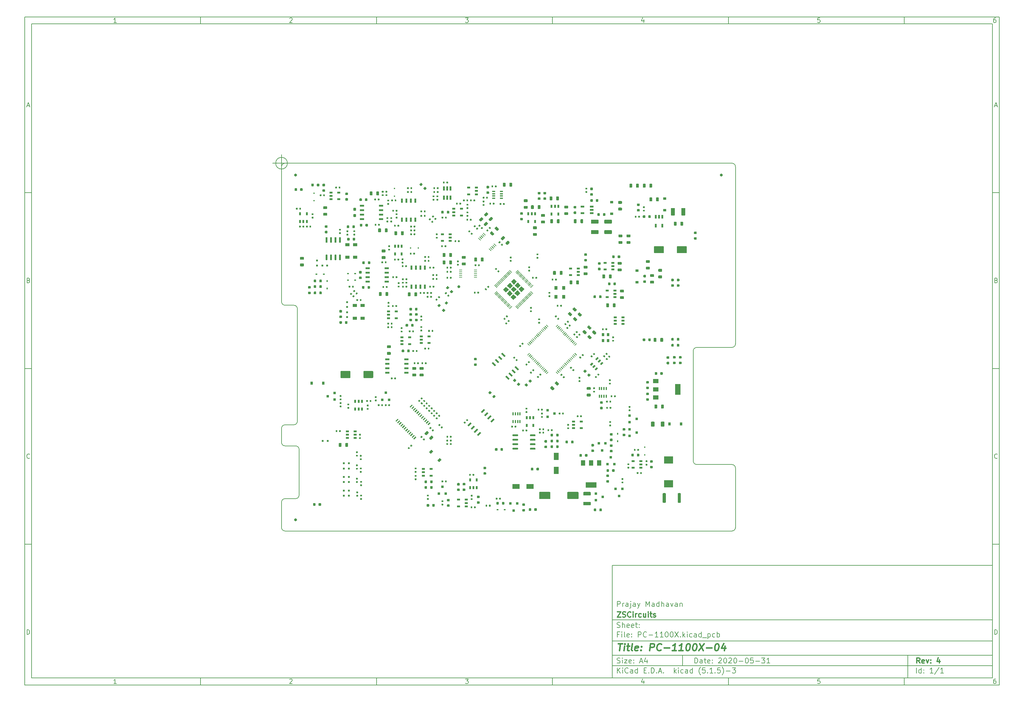
<source format=gbr>
G04 #@! TF.GenerationSoftware,KiCad,Pcbnew,(5.1.5)-3*
G04 #@! TF.CreationDate,2020-12-06T10:31:10+05:30*
G04 #@! TF.ProjectId,PC-1100X,50432d31-3130-4305-982e-6b696361645f,4*
G04 #@! TF.SameCoordinates,Original*
G04 #@! TF.FileFunction,Paste,Top*
G04 #@! TF.FilePolarity,Positive*
%FSLAX46Y46*%
G04 Gerber Fmt 4.6, Leading zero omitted, Abs format (unit mm)*
G04 Created by KiCad (PCBNEW (5.1.5)-3) date 2020-12-06 10:31:10*
%MOMM*%
%LPD*%
G04 APERTURE LIST*
%ADD10C,0.100000*%
%ADD11C,0.150000*%
%ADD12C,0.300000*%
%ADD13C,0.400000*%
G04 #@! TA.AperFunction,Profile*
%ADD14C,0.150000*%
G04 #@! TD*
%ADD15R,0.848000X0.520000*%
%ADD16R,0.520000X0.848000*%
%ADD17R,0.480000X0.360000*%
%ADD18R,0.360000X0.480000*%
%ADD19R,1.240000X0.480000*%
%ADD20R,0.560000X0.480000*%
%ADD21R,0.480000X0.560000*%
%ADD22R,0.400000X0.400000*%
%ADD23R,0.320000X0.848000*%
%ADD24R,1.600000X1.200000*%
%ADD25R,1.600000X3.040000*%
%ADD26R,2.640000X2.000000*%
%ADD27R,0.720000X0.640000*%
%ADD28R,0.640000X0.720000*%
%ADD29C,0.800000*%
%ADD30R,0.848000X0.320000*%
%ADD31R,2.000000X1.440000*%
%ADD32R,1.440000X2.000000*%
%ADD33R,0.720000X0.960000*%
%ADD34R,1.200000X1.600000*%
%ADD35R,3.040000X1.600000*%
%ADD36R,1.200000X0.880000*%
%ADD37R,0.520000X1.248000*%
%ADD38R,0.960000X0.720000*%
%ADD39R,0.480000X1.240000*%
%ADD40R,0.520000X0.976000*%
%ADD41R,0.880000X0.200000*%
%ADD42R,0.800000X0.920000*%
%ADD43R,0.960000X1.120000*%
%ADD44R,0.976000X0.520000*%
G04 APERTURE END LIST*
D10*
D11*
X177002200Y-166007200D02*
X177002200Y-198007200D01*
X285002200Y-198007200D01*
X285002200Y-166007200D01*
X177002200Y-166007200D01*
D10*
D11*
X10000000Y-10000000D02*
X10000000Y-200007200D01*
X287002200Y-200007200D01*
X287002200Y-10000000D01*
X10000000Y-10000000D01*
D10*
D11*
X12000000Y-12000000D02*
X12000000Y-198007200D01*
X285002200Y-198007200D01*
X285002200Y-12000000D01*
X12000000Y-12000000D01*
D10*
D11*
X60000000Y-12000000D02*
X60000000Y-10000000D01*
D10*
D11*
X110000000Y-12000000D02*
X110000000Y-10000000D01*
D10*
D11*
X160000000Y-12000000D02*
X160000000Y-10000000D01*
D10*
D11*
X210000000Y-12000000D02*
X210000000Y-10000000D01*
D10*
D11*
X260000000Y-12000000D02*
X260000000Y-10000000D01*
D10*
D11*
X36065476Y-11588095D02*
X35322619Y-11588095D01*
X35694047Y-11588095D02*
X35694047Y-10288095D01*
X35570238Y-10473809D01*
X35446428Y-10597619D01*
X35322619Y-10659523D01*
D10*
D11*
X85322619Y-10411904D02*
X85384523Y-10350000D01*
X85508333Y-10288095D01*
X85817857Y-10288095D01*
X85941666Y-10350000D01*
X86003571Y-10411904D01*
X86065476Y-10535714D01*
X86065476Y-10659523D01*
X86003571Y-10845238D01*
X85260714Y-11588095D01*
X86065476Y-11588095D01*
D10*
D11*
X135260714Y-10288095D02*
X136065476Y-10288095D01*
X135632142Y-10783333D01*
X135817857Y-10783333D01*
X135941666Y-10845238D01*
X136003571Y-10907142D01*
X136065476Y-11030952D01*
X136065476Y-11340476D01*
X136003571Y-11464285D01*
X135941666Y-11526190D01*
X135817857Y-11588095D01*
X135446428Y-11588095D01*
X135322619Y-11526190D01*
X135260714Y-11464285D01*
D10*
D11*
X185941666Y-10721428D02*
X185941666Y-11588095D01*
X185632142Y-10226190D02*
X185322619Y-11154761D01*
X186127380Y-11154761D01*
D10*
D11*
X236003571Y-10288095D02*
X235384523Y-10288095D01*
X235322619Y-10907142D01*
X235384523Y-10845238D01*
X235508333Y-10783333D01*
X235817857Y-10783333D01*
X235941666Y-10845238D01*
X236003571Y-10907142D01*
X236065476Y-11030952D01*
X236065476Y-11340476D01*
X236003571Y-11464285D01*
X235941666Y-11526190D01*
X235817857Y-11588095D01*
X235508333Y-11588095D01*
X235384523Y-11526190D01*
X235322619Y-11464285D01*
D10*
D11*
X285941666Y-10288095D02*
X285694047Y-10288095D01*
X285570238Y-10350000D01*
X285508333Y-10411904D01*
X285384523Y-10597619D01*
X285322619Y-10845238D01*
X285322619Y-11340476D01*
X285384523Y-11464285D01*
X285446428Y-11526190D01*
X285570238Y-11588095D01*
X285817857Y-11588095D01*
X285941666Y-11526190D01*
X286003571Y-11464285D01*
X286065476Y-11340476D01*
X286065476Y-11030952D01*
X286003571Y-10907142D01*
X285941666Y-10845238D01*
X285817857Y-10783333D01*
X285570238Y-10783333D01*
X285446428Y-10845238D01*
X285384523Y-10907142D01*
X285322619Y-11030952D01*
D10*
D11*
X60000000Y-198007200D02*
X60000000Y-200007200D01*
D10*
D11*
X110000000Y-198007200D02*
X110000000Y-200007200D01*
D10*
D11*
X160000000Y-198007200D02*
X160000000Y-200007200D01*
D10*
D11*
X210000000Y-198007200D02*
X210000000Y-200007200D01*
D10*
D11*
X260000000Y-198007200D02*
X260000000Y-200007200D01*
D10*
D11*
X36065476Y-199595295D02*
X35322619Y-199595295D01*
X35694047Y-199595295D02*
X35694047Y-198295295D01*
X35570238Y-198481009D01*
X35446428Y-198604819D01*
X35322619Y-198666723D01*
D10*
D11*
X85322619Y-198419104D02*
X85384523Y-198357200D01*
X85508333Y-198295295D01*
X85817857Y-198295295D01*
X85941666Y-198357200D01*
X86003571Y-198419104D01*
X86065476Y-198542914D01*
X86065476Y-198666723D01*
X86003571Y-198852438D01*
X85260714Y-199595295D01*
X86065476Y-199595295D01*
D10*
D11*
X135260714Y-198295295D02*
X136065476Y-198295295D01*
X135632142Y-198790533D01*
X135817857Y-198790533D01*
X135941666Y-198852438D01*
X136003571Y-198914342D01*
X136065476Y-199038152D01*
X136065476Y-199347676D01*
X136003571Y-199471485D01*
X135941666Y-199533390D01*
X135817857Y-199595295D01*
X135446428Y-199595295D01*
X135322619Y-199533390D01*
X135260714Y-199471485D01*
D10*
D11*
X185941666Y-198728628D02*
X185941666Y-199595295D01*
X185632142Y-198233390D02*
X185322619Y-199161961D01*
X186127380Y-199161961D01*
D10*
D11*
X236003571Y-198295295D02*
X235384523Y-198295295D01*
X235322619Y-198914342D01*
X235384523Y-198852438D01*
X235508333Y-198790533D01*
X235817857Y-198790533D01*
X235941666Y-198852438D01*
X236003571Y-198914342D01*
X236065476Y-199038152D01*
X236065476Y-199347676D01*
X236003571Y-199471485D01*
X235941666Y-199533390D01*
X235817857Y-199595295D01*
X235508333Y-199595295D01*
X235384523Y-199533390D01*
X235322619Y-199471485D01*
D10*
D11*
X285941666Y-198295295D02*
X285694047Y-198295295D01*
X285570238Y-198357200D01*
X285508333Y-198419104D01*
X285384523Y-198604819D01*
X285322619Y-198852438D01*
X285322619Y-199347676D01*
X285384523Y-199471485D01*
X285446428Y-199533390D01*
X285570238Y-199595295D01*
X285817857Y-199595295D01*
X285941666Y-199533390D01*
X286003571Y-199471485D01*
X286065476Y-199347676D01*
X286065476Y-199038152D01*
X286003571Y-198914342D01*
X285941666Y-198852438D01*
X285817857Y-198790533D01*
X285570238Y-198790533D01*
X285446428Y-198852438D01*
X285384523Y-198914342D01*
X285322619Y-199038152D01*
D10*
D11*
X10000000Y-60000000D02*
X12000000Y-60000000D01*
D10*
D11*
X10000000Y-110000000D02*
X12000000Y-110000000D01*
D10*
D11*
X10000000Y-160000000D02*
X12000000Y-160000000D01*
D10*
D11*
X10690476Y-35216666D02*
X11309523Y-35216666D01*
X10566666Y-35588095D02*
X11000000Y-34288095D01*
X11433333Y-35588095D01*
D10*
D11*
X11092857Y-84907142D02*
X11278571Y-84969047D01*
X11340476Y-85030952D01*
X11402380Y-85154761D01*
X11402380Y-85340476D01*
X11340476Y-85464285D01*
X11278571Y-85526190D01*
X11154761Y-85588095D01*
X10659523Y-85588095D01*
X10659523Y-84288095D01*
X11092857Y-84288095D01*
X11216666Y-84350000D01*
X11278571Y-84411904D01*
X11340476Y-84535714D01*
X11340476Y-84659523D01*
X11278571Y-84783333D01*
X11216666Y-84845238D01*
X11092857Y-84907142D01*
X10659523Y-84907142D01*
D10*
D11*
X11402380Y-135464285D02*
X11340476Y-135526190D01*
X11154761Y-135588095D01*
X11030952Y-135588095D01*
X10845238Y-135526190D01*
X10721428Y-135402380D01*
X10659523Y-135278571D01*
X10597619Y-135030952D01*
X10597619Y-134845238D01*
X10659523Y-134597619D01*
X10721428Y-134473809D01*
X10845238Y-134350000D01*
X11030952Y-134288095D01*
X11154761Y-134288095D01*
X11340476Y-134350000D01*
X11402380Y-134411904D01*
D10*
D11*
X10659523Y-185588095D02*
X10659523Y-184288095D01*
X10969047Y-184288095D01*
X11154761Y-184350000D01*
X11278571Y-184473809D01*
X11340476Y-184597619D01*
X11402380Y-184845238D01*
X11402380Y-185030952D01*
X11340476Y-185278571D01*
X11278571Y-185402380D01*
X11154761Y-185526190D01*
X10969047Y-185588095D01*
X10659523Y-185588095D01*
D10*
D11*
X287002200Y-60000000D02*
X285002200Y-60000000D01*
D10*
D11*
X287002200Y-110000000D02*
X285002200Y-110000000D01*
D10*
D11*
X287002200Y-160000000D02*
X285002200Y-160000000D01*
D10*
D11*
X285692676Y-35216666D02*
X286311723Y-35216666D01*
X285568866Y-35588095D02*
X286002200Y-34288095D01*
X286435533Y-35588095D01*
D10*
D11*
X286095057Y-84907142D02*
X286280771Y-84969047D01*
X286342676Y-85030952D01*
X286404580Y-85154761D01*
X286404580Y-85340476D01*
X286342676Y-85464285D01*
X286280771Y-85526190D01*
X286156961Y-85588095D01*
X285661723Y-85588095D01*
X285661723Y-84288095D01*
X286095057Y-84288095D01*
X286218866Y-84350000D01*
X286280771Y-84411904D01*
X286342676Y-84535714D01*
X286342676Y-84659523D01*
X286280771Y-84783333D01*
X286218866Y-84845238D01*
X286095057Y-84907142D01*
X285661723Y-84907142D01*
D10*
D11*
X286404580Y-135464285D02*
X286342676Y-135526190D01*
X286156961Y-135588095D01*
X286033152Y-135588095D01*
X285847438Y-135526190D01*
X285723628Y-135402380D01*
X285661723Y-135278571D01*
X285599819Y-135030952D01*
X285599819Y-134845238D01*
X285661723Y-134597619D01*
X285723628Y-134473809D01*
X285847438Y-134350000D01*
X286033152Y-134288095D01*
X286156961Y-134288095D01*
X286342676Y-134350000D01*
X286404580Y-134411904D01*
D10*
D11*
X285661723Y-185588095D02*
X285661723Y-184288095D01*
X285971247Y-184288095D01*
X286156961Y-184350000D01*
X286280771Y-184473809D01*
X286342676Y-184597619D01*
X286404580Y-184845238D01*
X286404580Y-185030952D01*
X286342676Y-185278571D01*
X286280771Y-185402380D01*
X286156961Y-185526190D01*
X285971247Y-185588095D01*
X285661723Y-185588095D01*
D10*
D11*
X200434342Y-193785771D02*
X200434342Y-192285771D01*
X200791485Y-192285771D01*
X201005771Y-192357200D01*
X201148628Y-192500057D01*
X201220057Y-192642914D01*
X201291485Y-192928628D01*
X201291485Y-193142914D01*
X201220057Y-193428628D01*
X201148628Y-193571485D01*
X201005771Y-193714342D01*
X200791485Y-193785771D01*
X200434342Y-193785771D01*
X202577200Y-193785771D02*
X202577200Y-193000057D01*
X202505771Y-192857200D01*
X202362914Y-192785771D01*
X202077200Y-192785771D01*
X201934342Y-192857200D01*
X202577200Y-193714342D02*
X202434342Y-193785771D01*
X202077200Y-193785771D01*
X201934342Y-193714342D01*
X201862914Y-193571485D01*
X201862914Y-193428628D01*
X201934342Y-193285771D01*
X202077200Y-193214342D01*
X202434342Y-193214342D01*
X202577200Y-193142914D01*
X203077200Y-192785771D02*
X203648628Y-192785771D01*
X203291485Y-192285771D02*
X203291485Y-193571485D01*
X203362914Y-193714342D01*
X203505771Y-193785771D01*
X203648628Y-193785771D01*
X204720057Y-193714342D02*
X204577200Y-193785771D01*
X204291485Y-193785771D01*
X204148628Y-193714342D01*
X204077200Y-193571485D01*
X204077200Y-193000057D01*
X204148628Y-192857200D01*
X204291485Y-192785771D01*
X204577200Y-192785771D01*
X204720057Y-192857200D01*
X204791485Y-193000057D01*
X204791485Y-193142914D01*
X204077200Y-193285771D01*
X205434342Y-193642914D02*
X205505771Y-193714342D01*
X205434342Y-193785771D01*
X205362914Y-193714342D01*
X205434342Y-193642914D01*
X205434342Y-193785771D01*
X205434342Y-192857200D02*
X205505771Y-192928628D01*
X205434342Y-193000057D01*
X205362914Y-192928628D01*
X205434342Y-192857200D01*
X205434342Y-193000057D01*
X207220057Y-192428628D02*
X207291485Y-192357200D01*
X207434342Y-192285771D01*
X207791485Y-192285771D01*
X207934342Y-192357200D01*
X208005771Y-192428628D01*
X208077200Y-192571485D01*
X208077200Y-192714342D01*
X208005771Y-192928628D01*
X207148628Y-193785771D01*
X208077200Y-193785771D01*
X209005771Y-192285771D02*
X209148628Y-192285771D01*
X209291485Y-192357200D01*
X209362914Y-192428628D01*
X209434342Y-192571485D01*
X209505771Y-192857200D01*
X209505771Y-193214342D01*
X209434342Y-193500057D01*
X209362914Y-193642914D01*
X209291485Y-193714342D01*
X209148628Y-193785771D01*
X209005771Y-193785771D01*
X208862914Y-193714342D01*
X208791485Y-193642914D01*
X208720057Y-193500057D01*
X208648628Y-193214342D01*
X208648628Y-192857200D01*
X208720057Y-192571485D01*
X208791485Y-192428628D01*
X208862914Y-192357200D01*
X209005771Y-192285771D01*
X210077200Y-192428628D02*
X210148628Y-192357200D01*
X210291485Y-192285771D01*
X210648628Y-192285771D01*
X210791485Y-192357200D01*
X210862914Y-192428628D01*
X210934342Y-192571485D01*
X210934342Y-192714342D01*
X210862914Y-192928628D01*
X210005771Y-193785771D01*
X210934342Y-193785771D01*
X211862914Y-192285771D02*
X212005771Y-192285771D01*
X212148628Y-192357200D01*
X212220057Y-192428628D01*
X212291485Y-192571485D01*
X212362914Y-192857200D01*
X212362914Y-193214342D01*
X212291485Y-193500057D01*
X212220057Y-193642914D01*
X212148628Y-193714342D01*
X212005771Y-193785771D01*
X211862914Y-193785771D01*
X211720057Y-193714342D01*
X211648628Y-193642914D01*
X211577200Y-193500057D01*
X211505771Y-193214342D01*
X211505771Y-192857200D01*
X211577200Y-192571485D01*
X211648628Y-192428628D01*
X211720057Y-192357200D01*
X211862914Y-192285771D01*
X213005771Y-193214342D02*
X214148628Y-193214342D01*
X215148628Y-192285771D02*
X215291485Y-192285771D01*
X215434342Y-192357200D01*
X215505771Y-192428628D01*
X215577200Y-192571485D01*
X215648628Y-192857200D01*
X215648628Y-193214342D01*
X215577200Y-193500057D01*
X215505771Y-193642914D01*
X215434342Y-193714342D01*
X215291485Y-193785771D01*
X215148628Y-193785771D01*
X215005771Y-193714342D01*
X214934342Y-193642914D01*
X214862914Y-193500057D01*
X214791485Y-193214342D01*
X214791485Y-192857200D01*
X214862914Y-192571485D01*
X214934342Y-192428628D01*
X215005771Y-192357200D01*
X215148628Y-192285771D01*
X217005771Y-192285771D02*
X216291485Y-192285771D01*
X216220057Y-193000057D01*
X216291485Y-192928628D01*
X216434342Y-192857200D01*
X216791485Y-192857200D01*
X216934342Y-192928628D01*
X217005771Y-193000057D01*
X217077200Y-193142914D01*
X217077200Y-193500057D01*
X217005771Y-193642914D01*
X216934342Y-193714342D01*
X216791485Y-193785771D01*
X216434342Y-193785771D01*
X216291485Y-193714342D01*
X216220057Y-193642914D01*
X217720057Y-193214342D02*
X218862914Y-193214342D01*
X219434342Y-192285771D02*
X220362914Y-192285771D01*
X219862914Y-192857200D01*
X220077200Y-192857200D01*
X220220057Y-192928628D01*
X220291485Y-193000057D01*
X220362914Y-193142914D01*
X220362914Y-193500057D01*
X220291485Y-193642914D01*
X220220057Y-193714342D01*
X220077200Y-193785771D01*
X219648628Y-193785771D01*
X219505771Y-193714342D01*
X219434342Y-193642914D01*
X221791485Y-193785771D02*
X220934342Y-193785771D01*
X221362914Y-193785771D02*
X221362914Y-192285771D01*
X221220057Y-192500057D01*
X221077200Y-192642914D01*
X220934342Y-192714342D01*
D10*
D11*
X177002200Y-194507200D02*
X285002200Y-194507200D01*
D10*
D11*
X178434342Y-196585771D02*
X178434342Y-195085771D01*
X179291485Y-196585771D02*
X178648628Y-195728628D01*
X179291485Y-195085771D02*
X178434342Y-195942914D01*
X179934342Y-196585771D02*
X179934342Y-195585771D01*
X179934342Y-195085771D02*
X179862914Y-195157200D01*
X179934342Y-195228628D01*
X180005771Y-195157200D01*
X179934342Y-195085771D01*
X179934342Y-195228628D01*
X181505771Y-196442914D02*
X181434342Y-196514342D01*
X181220057Y-196585771D01*
X181077200Y-196585771D01*
X180862914Y-196514342D01*
X180720057Y-196371485D01*
X180648628Y-196228628D01*
X180577200Y-195942914D01*
X180577200Y-195728628D01*
X180648628Y-195442914D01*
X180720057Y-195300057D01*
X180862914Y-195157200D01*
X181077200Y-195085771D01*
X181220057Y-195085771D01*
X181434342Y-195157200D01*
X181505771Y-195228628D01*
X182791485Y-196585771D02*
X182791485Y-195800057D01*
X182720057Y-195657200D01*
X182577200Y-195585771D01*
X182291485Y-195585771D01*
X182148628Y-195657200D01*
X182791485Y-196514342D02*
X182648628Y-196585771D01*
X182291485Y-196585771D01*
X182148628Y-196514342D01*
X182077200Y-196371485D01*
X182077200Y-196228628D01*
X182148628Y-196085771D01*
X182291485Y-196014342D01*
X182648628Y-196014342D01*
X182791485Y-195942914D01*
X184148628Y-196585771D02*
X184148628Y-195085771D01*
X184148628Y-196514342D02*
X184005771Y-196585771D01*
X183720057Y-196585771D01*
X183577200Y-196514342D01*
X183505771Y-196442914D01*
X183434342Y-196300057D01*
X183434342Y-195871485D01*
X183505771Y-195728628D01*
X183577200Y-195657200D01*
X183720057Y-195585771D01*
X184005771Y-195585771D01*
X184148628Y-195657200D01*
X186005771Y-195800057D02*
X186505771Y-195800057D01*
X186720057Y-196585771D02*
X186005771Y-196585771D01*
X186005771Y-195085771D01*
X186720057Y-195085771D01*
X187362914Y-196442914D02*
X187434342Y-196514342D01*
X187362914Y-196585771D01*
X187291485Y-196514342D01*
X187362914Y-196442914D01*
X187362914Y-196585771D01*
X188077200Y-196585771D02*
X188077200Y-195085771D01*
X188434342Y-195085771D01*
X188648628Y-195157200D01*
X188791485Y-195300057D01*
X188862914Y-195442914D01*
X188934342Y-195728628D01*
X188934342Y-195942914D01*
X188862914Y-196228628D01*
X188791485Y-196371485D01*
X188648628Y-196514342D01*
X188434342Y-196585771D01*
X188077200Y-196585771D01*
X189577200Y-196442914D02*
X189648628Y-196514342D01*
X189577200Y-196585771D01*
X189505771Y-196514342D01*
X189577200Y-196442914D01*
X189577200Y-196585771D01*
X190220057Y-196157200D02*
X190934342Y-196157200D01*
X190077200Y-196585771D02*
X190577200Y-195085771D01*
X191077200Y-196585771D01*
X191577200Y-196442914D02*
X191648628Y-196514342D01*
X191577200Y-196585771D01*
X191505771Y-196514342D01*
X191577200Y-196442914D01*
X191577200Y-196585771D01*
X194577200Y-196585771D02*
X194577200Y-195085771D01*
X194720057Y-196014342D02*
X195148628Y-196585771D01*
X195148628Y-195585771D02*
X194577200Y-196157200D01*
X195791485Y-196585771D02*
X195791485Y-195585771D01*
X195791485Y-195085771D02*
X195720057Y-195157200D01*
X195791485Y-195228628D01*
X195862914Y-195157200D01*
X195791485Y-195085771D01*
X195791485Y-195228628D01*
X197148628Y-196514342D02*
X197005771Y-196585771D01*
X196720057Y-196585771D01*
X196577200Y-196514342D01*
X196505771Y-196442914D01*
X196434342Y-196300057D01*
X196434342Y-195871485D01*
X196505771Y-195728628D01*
X196577200Y-195657200D01*
X196720057Y-195585771D01*
X197005771Y-195585771D01*
X197148628Y-195657200D01*
X198434342Y-196585771D02*
X198434342Y-195800057D01*
X198362914Y-195657200D01*
X198220057Y-195585771D01*
X197934342Y-195585771D01*
X197791485Y-195657200D01*
X198434342Y-196514342D02*
X198291485Y-196585771D01*
X197934342Y-196585771D01*
X197791485Y-196514342D01*
X197720057Y-196371485D01*
X197720057Y-196228628D01*
X197791485Y-196085771D01*
X197934342Y-196014342D01*
X198291485Y-196014342D01*
X198434342Y-195942914D01*
X199791485Y-196585771D02*
X199791485Y-195085771D01*
X199791485Y-196514342D02*
X199648628Y-196585771D01*
X199362914Y-196585771D01*
X199220057Y-196514342D01*
X199148628Y-196442914D01*
X199077200Y-196300057D01*
X199077200Y-195871485D01*
X199148628Y-195728628D01*
X199220057Y-195657200D01*
X199362914Y-195585771D01*
X199648628Y-195585771D01*
X199791485Y-195657200D01*
X202077200Y-197157200D02*
X202005771Y-197085771D01*
X201862914Y-196871485D01*
X201791485Y-196728628D01*
X201720057Y-196514342D01*
X201648628Y-196157200D01*
X201648628Y-195871485D01*
X201720057Y-195514342D01*
X201791485Y-195300057D01*
X201862914Y-195157200D01*
X202005771Y-194942914D01*
X202077200Y-194871485D01*
X203362914Y-195085771D02*
X202648628Y-195085771D01*
X202577200Y-195800057D01*
X202648628Y-195728628D01*
X202791485Y-195657200D01*
X203148628Y-195657200D01*
X203291485Y-195728628D01*
X203362914Y-195800057D01*
X203434342Y-195942914D01*
X203434342Y-196300057D01*
X203362914Y-196442914D01*
X203291485Y-196514342D01*
X203148628Y-196585771D01*
X202791485Y-196585771D01*
X202648628Y-196514342D01*
X202577200Y-196442914D01*
X204077200Y-196442914D02*
X204148628Y-196514342D01*
X204077200Y-196585771D01*
X204005771Y-196514342D01*
X204077200Y-196442914D01*
X204077200Y-196585771D01*
X205577200Y-196585771D02*
X204720057Y-196585771D01*
X205148628Y-196585771D02*
X205148628Y-195085771D01*
X205005771Y-195300057D01*
X204862914Y-195442914D01*
X204720057Y-195514342D01*
X206220057Y-196442914D02*
X206291485Y-196514342D01*
X206220057Y-196585771D01*
X206148628Y-196514342D01*
X206220057Y-196442914D01*
X206220057Y-196585771D01*
X207648628Y-195085771D02*
X206934342Y-195085771D01*
X206862914Y-195800057D01*
X206934342Y-195728628D01*
X207077200Y-195657200D01*
X207434342Y-195657200D01*
X207577200Y-195728628D01*
X207648628Y-195800057D01*
X207720057Y-195942914D01*
X207720057Y-196300057D01*
X207648628Y-196442914D01*
X207577200Y-196514342D01*
X207434342Y-196585771D01*
X207077200Y-196585771D01*
X206934342Y-196514342D01*
X206862914Y-196442914D01*
X208220057Y-197157200D02*
X208291485Y-197085771D01*
X208434342Y-196871485D01*
X208505771Y-196728628D01*
X208577200Y-196514342D01*
X208648628Y-196157200D01*
X208648628Y-195871485D01*
X208577200Y-195514342D01*
X208505771Y-195300057D01*
X208434342Y-195157200D01*
X208291485Y-194942914D01*
X208220057Y-194871485D01*
X209362914Y-196014342D02*
X210505771Y-196014342D01*
X211077200Y-195085771D02*
X212005771Y-195085771D01*
X211505771Y-195657200D01*
X211720057Y-195657200D01*
X211862914Y-195728628D01*
X211934342Y-195800057D01*
X212005771Y-195942914D01*
X212005771Y-196300057D01*
X211934342Y-196442914D01*
X211862914Y-196514342D01*
X211720057Y-196585771D01*
X211291485Y-196585771D01*
X211148628Y-196514342D01*
X211077200Y-196442914D01*
D10*
D11*
X177002200Y-191507200D02*
X285002200Y-191507200D01*
D10*
D12*
X264411485Y-193785771D02*
X263911485Y-193071485D01*
X263554342Y-193785771D02*
X263554342Y-192285771D01*
X264125771Y-192285771D01*
X264268628Y-192357200D01*
X264340057Y-192428628D01*
X264411485Y-192571485D01*
X264411485Y-192785771D01*
X264340057Y-192928628D01*
X264268628Y-193000057D01*
X264125771Y-193071485D01*
X263554342Y-193071485D01*
X265625771Y-193714342D02*
X265482914Y-193785771D01*
X265197200Y-193785771D01*
X265054342Y-193714342D01*
X264982914Y-193571485D01*
X264982914Y-193000057D01*
X265054342Y-192857200D01*
X265197200Y-192785771D01*
X265482914Y-192785771D01*
X265625771Y-192857200D01*
X265697200Y-193000057D01*
X265697200Y-193142914D01*
X264982914Y-193285771D01*
X266197200Y-192785771D02*
X266554342Y-193785771D01*
X266911485Y-192785771D01*
X267482914Y-193642914D02*
X267554342Y-193714342D01*
X267482914Y-193785771D01*
X267411485Y-193714342D01*
X267482914Y-193642914D01*
X267482914Y-193785771D01*
X267482914Y-192857200D02*
X267554342Y-192928628D01*
X267482914Y-193000057D01*
X267411485Y-192928628D01*
X267482914Y-192857200D01*
X267482914Y-193000057D01*
X269982914Y-192785771D02*
X269982914Y-193785771D01*
X269625771Y-192214342D02*
X269268628Y-193285771D01*
X270197200Y-193285771D01*
D10*
D11*
X178362914Y-193714342D02*
X178577200Y-193785771D01*
X178934342Y-193785771D01*
X179077200Y-193714342D01*
X179148628Y-193642914D01*
X179220057Y-193500057D01*
X179220057Y-193357200D01*
X179148628Y-193214342D01*
X179077200Y-193142914D01*
X178934342Y-193071485D01*
X178648628Y-193000057D01*
X178505771Y-192928628D01*
X178434342Y-192857200D01*
X178362914Y-192714342D01*
X178362914Y-192571485D01*
X178434342Y-192428628D01*
X178505771Y-192357200D01*
X178648628Y-192285771D01*
X179005771Y-192285771D01*
X179220057Y-192357200D01*
X179862914Y-193785771D02*
X179862914Y-192785771D01*
X179862914Y-192285771D02*
X179791485Y-192357200D01*
X179862914Y-192428628D01*
X179934342Y-192357200D01*
X179862914Y-192285771D01*
X179862914Y-192428628D01*
X180434342Y-192785771D02*
X181220057Y-192785771D01*
X180434342Y-193785771D01*
X181220057Y-193785771D01*
X182362914Y-193714342D02*
X182220057Y-193785771D01*
X181934342Y-193785771D01*
X181791485Y-193714342D01*
X181720057Y-193571485D01*
X181720057Y-193000057D01*
X181791485Y-192857200D01*
X181934342Y-192785771D01*
X182220057Y-192785771D01*
X182362914Y-192857200D01*
X182434342Y-193000057D01*
X182434342Y-193142914D01*
X181720057Y-193285771D01*
X183077200Y-193642914D02*
X183148628Y-193714342D01*
X183077200Y-193785771D01*
X183005771Y-193714342D01*
X183077200Y-193642914D01*
X183077200Y-193785771D01*
X183077200Y-192857200D02*
X183148628Y-192928628D01*
X183077200Y-193000057D01*
X183005771Y-192928628D01*
X183077200Y-192857200D01*
X183077200Y-193000057D01*
X184862914Y-193357200D02*
X185577200Y-193357200D01*
X184720057Y-193785771D02*
X185220057Y-192285771D01*
X185720057Y-193785771D01*
X186862914Y-192785771D02*
X186862914Y-193785771D01*
X186505771Y-192214342D02*
X186148628Y-193285771D01*
X187077200Y-193285771D01*
D10*
D11*
X263434342Y-196585771D02*
X263434342Y-195085771D01*
X264791485Y-196585771D02*
X264791485Y-195085771D01*
X264791485Y-196514342D02*
X264648628Y-196585771D01*
X264362914Y-196585771D01*
X264220057Y-196514342D01*
X264148628Y-196442914D01*
X264077200Y-196300057D01*
X264077200Y-195871485D01*
X264148628Y-195728628D01*
X264220057Y-195657200D01*
X264362914Y-195585771D01*
X264648628Y-195585771D01*
X264791485Y-195657200D01*
X265505771Y-196442914D02*
X265577200Y-196514342D01*
X265505771Y-196585771D01*
X265434342Y-196514342D01*
X265505771Y-196442914D01*
X265505771Y-196585771D01*
X265505771Y-195657200D02*
X265577200Y-195728628D01*
X265505771Y-195800057D01*
X265434342Y-195728628D01*
X265505771Y-195657200D01*
X265505771Y-195800057D01*
X268148628Y-196585771D02*
X267291485Y-196585771D01*
X267720057Y-196585771D02*
X267720057Y-195085771D01*
X267577200Y-195300057D01*
X267434342Y-195442914D01*
X267291485Y-195514342D01*
X269862914Y-195014342D02*
X268577200Y-196942914D01*
X271148628Y-196585771D02*
X270291485Y-196585771D01*
X270720057Y-196585771D02*
X270720057Y-195085771D01*
X270577200Y-195300057D01*
X270434342Y-195442914D01*
X270291485Y-195514342D01*
D10*
D11*
X177002200Y-187507200D02*
X285002200Y-187507200D01*
D10*
D13*
X178714580Y-188211961D02*
X179857438Y-188211961D01*
X179036009Y-190211961D02*
X179286009Y-188211961D01*
X180274104Y-190211961D02*
X180440771Y-188878628D01*
X180524104Y-188211961D02*
X180416961Y-188307200D01*
X180500295Y-188402438D01*
X180607438Y-188307200D01*
X180524104Y-188211961D01*
X180500295Y-188402438D01*
X181107438Y-188878628D02*
X181869342Y-188878628D01*
X181476485Y-188211961D02*
X181262200Y-189926247D01*
X181333628Y-190116723D01*
X181512200Y-190211961D01*
X181702676Y-190211961D01*
X182655057Y-190211961D02*
X182476485Y-190116723D01*
X182405057Y-189926247D01*
X182619342Y-188211961D01*
X184190771Y-190116723D02*
X183988390Y-190211961D01*
X183607438Y-190211961D01*
X183428866Y-190116723D01*
X183357438Y-189926247D01*
X183452676Y-189164342D01*
X183571723Y-188973866D01*
X183774104Y-188878628D01*
X184155057Y-188878628D01*
X184333628Y-188973866D01*
X184405057Y-189164342D01*
X184381247Y-189354819D01*
X183405057Y-189545295D01*
X185155057Y-190021485D02*
X185238390Y-190116723D01*
X185131247Y-190211961D01*
X185047914Y-190116723D01*
X185155057Y-190021485D01*
X185131247Y-190211961D01*
X185286009Y-188973866D02*
X185369342Y-189069104D01*
X185262200Y-189164342D01*
X185178866Y-189069104D01*
X185286009Y-188973866D01*
X185262200Y-189164342D01*
X187607438Y-190211961D02*
X187857438Y-188211961D01*
X188619342Y-188211961D01*
X188797914Y-188307200D01*
X188881247Y-188402438D01*
X188952676Y-188592914D01*
X188916961Y-188878628D01*
X188797914Y-189069104D01*
X188690771Y-189164342D01*
X188488390Y-189259580D01*
X187726485Y-189259580D01*
X190774104Y-190021485D02*
X190666961Y-190116723D01*
X190369342Y-190211961D01*
X190178866Y-190211961D01*
X189905057Y-190116723D01*
X189738390Y-189926247D01*
X189666961Y-189735771D01*
X189619342Y-189354819D01*
X189655057Y-189069104D01*
X189797914Y-188688152D01*
X189916961Y-188497676D01*
X190131247Y-188307200D01*
X190428866Y-188211961D01*
X190619342Y-188211961D01*
X190893152Y-188307200D01*
X190976485Y-188402438D01*
X191702676Y-189450057D02*
X193226485Y-189450057D01*
X195131247Y-190211961D02*
X193988390Y-190211961D01*
X194559819Y-190211961D02*
X194809819Y-188211961D01*
X194583628Y-188497676D01*
X194369342Y-188688152D01*
X194166961Y-188783390D01*
X197036009Y-190211961D02*
X195893152Y-190211961D01*
X196464580Y-190211961D02*
X196714580Y-188211961D01*
X196488390Y-188497676D01*
X196274104Y-188688152D01*
X196071723Y-188783390D01*
X198524104Y-188211961D02*
X198714580Y-188211961D01*
X198893152Y-188307200D01*
X198976485Y-188402438D01*
X199047914Y-188592914D01*
X199095533Y-188973866D01*
X199036009Y-189450057D01*
X198893152Y-189831009D01*
X198774104Y-190021485D01*
X198666961Y-190116723D01*
X198464580Y-190211961D01*
X198274104Y-190211961D01*
X198095533Y-190116723D01*
X198012200Y-190021485D01*
X197940771Y-189831009D01*
X197893152Y-189450057D01*
X197952676Y-188973866D01*
X198095533Y-188592914D01*
X198214580Y-188402438D01*
X198321723Y-188307200D01*
X198524104Y-188211961D01*
X200428866Y-188211961D02*
X200619342Y-188211961D01*
X200797914Y-188307200D01*
X200881247Y-188402438D01*
X200952676Y-188592914D01*
X201000295Y-188973866D01*
X200940771Y-189450057D01*
X200797914Y-189831009D01*
X200678866Y-190021485D01*
X200571723Y-190116723D01*
X200369342Y-190211961D01*
X200178866Y-190211961D01*
X200000295Y-190116723D01*
X199916961Y-190021485D01*
X199845533Y-189831009D01*
X199797914Y-189450057D01*
X199857438Y-188973866D01*
X200000295Y-188592914D01*
X200119342Y-188402438D01*
X200226485Y-188307200D01*
X200428866Y-188211961D01*
X201762200Y-188211961D02*
X202845533Y-190211961D01*
X203095533Y-188211961D02*
X201512200Y-190211961D01*
X203702676Y-189450057D02*
X205226485Y-189450057D01*
X206714580Y-188211961D02*
X206905057Y-188211961D01*
X207083628Y-188307200D01*
X207166961Y-188402438D01*
X207238390Y-188592914D01*
X207286009Y-188973866D01*
X207226485Y-189450057D01*
X207083628Y-189831009D01*
X206964580Y-190021485D01*
X206857438Y-190116723D01*
X206655057Y-190211961D01*
X206464580Y-190211961D01*
X206286009Y-190116723D01*
X206202676Y-190021485D01*
X206131247Y-189831009D01*
X206083628Y-189450057D01*
X206143152Y-188973866D01*
X206286009Y-188592914D01*
X206405057Y-188402438D01*
X206512200Y-188307200D01*
X206714580Y-188211961D01*
X209012200Y-188878628D02*
X208845533Y-190211961D01*
X208631247Y-188116723D02*
X207976485Y-189545295D01*
X209214580Y-189545295D01*
D10*
D11*
X178934342Y-185600057D02*
X178434342Y-185600057D01*
X178434342Y-186385771D02*
X178434342Y-184885771D01*
X179148628Y-184885771D01*
X179720057Y-186385771D02*
X179720057Y-185385771D01*
X179720057Y-184885771D02*
X179648628Y-184957200D01*
X179720057Y-185028628D01*
X179791485Y-184957200D01*
X179720057Y-184885771D01*
X179720057Y-185028628D01*
X180648628Y-186385771D02*
X180505771Y-186314342D01*
X180434342Y-186171485D01*
X180434342Y-184885771D01*
X181791485Y-186314342D02*
X181648628Y-186385771D01*
X181362914Y-186385771D01*
X181220057Y-186314342D01*
X181148628Y-186171485D01*
X181148628Y-185600057D01*
X181220057Y-185457200D01*
X181362914Y-185385771D01*
X181648628Y-185385771D01*
X181791485Y-185457200D01*
X181862914Y-185600057D01*
X181862914Y-185742914D01*
X181148628Y-185885771D01*
X182505771Y-186242914D02*
X182577200Y-186314342D01*
X182505771Y-186385771D01*
X182434342Y-186314342D01*
X182505771Y-186242914D01*
X182505771Y-186385771D01*
X182505771Y-185457200D02*
X182577200Y-185528628D01*
X182505771Y-185600057D01*
X182434342Y-185528628D01*
X182505771Y-185457200D01*
X182505771Y-185600057D01*
X184362914Y-186385771D02*
X184362914Y-184885771D01*
X184934342Y-184885771D01*
X185077200Y-184957200D01*
X185148628Y-185028628D01*
X185220057Y-185171485D01*
X185220057Y-185385771D01*
X185148628Y-185528628D01*
X185077200Y-185600057D01*
X184934342Y-185671485D01*
X184362914Y-185671485D01*
X186720057Y-186242914D02*
X186648628Y-186314342D01*
X186434342Y-186385771D01*
X186291485Y-186385771D01*
X186077200Y-186314342D01*
X185934342Y-186171485D01*
X185862914Y-186028628D01*
X185791485Y-185742914D01*
X185791485Y-185528628D01*
X185862914Y-185242914D01*
X185934342Y-185100057D01*
X186077200Y-184957200D01*
X186291485Y-184885771D01*
X186434342Y-184885771D01*
X186648628Y-184957200D01*
X186720057Y-185028628D01*
X187362914Y-185814342D02*
X188505771Y-185814342D01*
X190005771Y-186385771D02*
X189148628Y-186385771D01*
X189577200Y-186385771D02*
X189577200Y-184885771D01*
X189434342Y-185100057D01*
X189291485Y-185242914D01*
X189148628Y-185314342D01*
X191434342Y-186385771D02*
X190577200Y-186385771D01*
X191005771Y-186385771D02*
X191005771Y-184885771D01*
X190862914Y-185100057D01*
X190720057Y-185242914D01*
X190577200Y-185314342D01*
X192362914Y-184885771D02*
X192505771Y-184885771D01*
X192648628Y-184957200D01*
X192720057Y-185028628D01*
X192791485Y-185171485D01*
X192862914Y-185457200D01*
X192862914Y-185814342D01*
X192791485Y-186100057D01*
X192720057Y-186242914D01*
X192648628Y-186314342D01*
X192505771Y-186385771D01*
X192362914Y-186385771D01*
X192220057Y-186314342D01*
X192148628Y-186242914D01*
X192077200Y-186100057D01*
X192005771Y-185814342D01*
X192005771Y-185457200D01*
X192077200Y-185171485D01*
X192148628Y-185028628D01*
X192220057Y-184957200D01*
X192362914Y-184885771D01*
X193791485Y-184885771D02*
X193934342Y-184885771D01*
X194077200Y-184957200D01*
X194148628Y-185028628D01*
X194220057Y-185171485D01*
X194291485Y-185457200D01*
X194291485Y-185814342D01*
X194220057Y-186100057D01*
X194148628Y-186242914D01*
X194077200Y-186314342D01*
X193934342Y-186385771D01*
X193791485Y-186385771D01*
X193648628Y-186314342D01*
X193577200Y-186242914D01*
X193505771Y-186100057D01*
X193434342Y-185814342D01*
X193434342Y-185457200D01*
X193505771Y-185171485D01*
X193577200Y-185028628D01*
X193648628Y-184957200D01*
X193791485Y-184885771D01*
X194791485Y-184885771D02*
X195791485Y-186385771D01*
X195791485Y-184885771D02*
X194791485Y-186385771D01*
X196362914Y-186242914D02*
X196434342Y-186314342D01*
X196362914Y-186385771D01*
X196291485Y-186314342D01*
X196362914Y-186242914D01*
X196362914Y-186385771D01*
X197077200Y-186385771D02*
X197077200Y-184885771D01*
X197220057Y-185814342D02*
X197648628Y-186385771D01*
X197648628Y-185385771D02*
X197077200Y-185957200D01*
X198291485Y-186385771D02*
X198291485Y-185385771D01*
X198291485Y-184885771D02*
X198220057Y-184957200D01*
X198291485Y-185028628D01*
X198362914Y-184957200D01*
X198291485Y-184885771D01*
X198291485Y-185028628D01*
X199648628Y-186314342D02*
X199505771Y-186385771D01*
X199220057Y-186385771D01*
X199077200Y-186314342D01*
X199005771Y-186242914D01*
X198934342Y-186100057D01*
X198934342Y-185671485D01*
X199005771Y-185528628D01*
X199077200Y-185457200D01*
X199220057Y-185385771D01*
X199505771Y-185385771D01*
X199648628Y-185457200D01*
X200934342Y-186385771D02*
X200934342Y-185600057D01*
X200862914Y-185457200D01*
X200720057Y-185385771D01*
X200434342Y-185385771D01*
X200291485Y-185457200D01*
X200934342Y-186314342D02*
X200791485Y-186385771D01*
X200434342Y-186385771D01*
X200291485Y-186314342D01*
X200220057Y-186171485D01*
X200220057Y-186028628D01*
X200291485Y-185885771D01*
X200434342Y-185814342D01*
X200791485Y-185814342D01*
X200934342Y-185742914D01*
X202291485Y-186385771D02*
X202291485Y-184885771D01*
X202291485Y-186314342D02*
X202148628Y-186385771D01*
X201862914Y-186385771D01*
X201720057Y-186314342D01*
X201648628Y-186242914D01*
X201577200Y-186100057D01*
X201577200Y-185671485D01*
X201648628Y-185528628D01*
X201720057Y-185457200D01*
X201862914Y-185385771D01*
X202148628Y-185385771D01*
X202291485Y-185457200D01*
X202648628Y-186528628D02*
X203791485Y-186528628D01*
X204148628Y-185385771D02*
X204148628Y-186885771D01*
X204148628Y-185457200D02*
X204291485Y-185385771D01*
X204577200Y-185385771D01*
X204720057Y-185457200D01*
X204791485Y-185528628D01*
X204862914Y-185671485D01*
X204862914Y-186100057D01*
X204791485Y-186242914D01*
X204720057Y-186314342D01*
X204577200Y-186385771D01*
X204291485Y-186385771D01*
X204148628Y-186314342D01*
X206148628Y-186314342D02*
X206005771Y-186385771D01*
X205720057Y-186385771D01*
X205577200Y-186314342D01*
X205505771Y-186242914D01*
X205434342Y-186100057D01*
X205434342Y-185671485D01*
X205505771Y-185528628D01*
X205577200Y-185457200D01*
X205720057Y-185385771D01*
X206005771Y-185385771D01*
X206148628Y-185457200D01*
X206791485Y-186385771D02*
X206791485Y-184885771D01*
X206791485Y-185457200D02*
X206934342Y-185385771D01*
X207220057Y-185385771D01*
X207362914Y-185457200D01*
X207434342Y-185528628D01*
X207505771Y-185671485D01*
X207505771Y-186100057D01*
X207434342Y-186242914D01*
X207362914Y-186314342D01*
X207220057Y-186385771D01*
X206934342Y-186385771D01*
X206791485Y-186314342D01*
D10*
D11*
X177002200Y-181507200D02*
X285002200Y-181507200D01*
D10*
D11*
X178362914Y-183614342D02*
X178577200Y-183685771D01*
X178934342Y-183685771D01*
X179077200Y-183614342D01*
X179148628Y-183542914D01*
X179220057Y-183400057D01*
X179220057Y-183257200D01*
X179148628Y-183114342D01*
X179077200Y-183042914D01*
X178934342Y-182971485D01*
X178648628Y-182900057D01*
X178505771Y-182828628D01*
X178434342Y-182757200D01*
X178362914Y-182614342D01*
X178362914Y-182471485D01*
X178434342Y-182328628D01*
X178505771Y-182257200D01*
X178648628Y-182185771D01*
X179005771Y-182185771D01*
X179220057Y-182257200D01*
X179862914Y-183685771D02*
X179862914Y-182185771D01*
X180505771Y-183685771D02*
X180505771Y-182900057D01*
X180434342Y-182757200D01*
X180291485Y-182685771D01*
X180077200Y-182685771D01*
X179934342Y-182757200D01*
X179862914Y-182828628D01*
X181791485Y-183614342D02*
X181648628Y-183685771D01*
X181362914Y-183685771D01*
X181220057Y-183614342D01*
X181148628Y-183471485D01*
X181148628Y-182900057D01*
X181220057Y-182757200D01*
X181362914Y-182685771D01*
X181648628Y-182685771D01*
X181791485Y-182757200D01*
X181862914Y-182900057D01*
X181862914Y-183042914D01*
X181148628Y-183185771D01*
X183077200Y-183614342D02*
X182934342Y-183685771D01*
X182648628Y-183685771D01*
X182505771Y-183614342D01*
X182434342Y-183471485D01*
X182434342Y-182900057D01*
X182505771Y-182757200D01*
X182648628Y-182685771D01*
X182934342Y-182685771D01*
X183077200Y-182757200D01*
X183148628Y-182900057D01*
X183148628Y-183042914D01*
X182434342Y-183185771D01*
X183577200Y-182685771D02*
X184148628Y-182685771D01*
X183791485Y-182185771D02*
X183791485Y-183471485D01*
X183862914Y-183614342D01*
X184005771Y-183685771D01*
X184148628Y-183685771D01*
X184648628Y-183542914D02*
X184720057Y-183614342D01*
X184648628Y-183685771D01*
X184577200Y-183614342D01*
X184648628Y-183542914D01*
X184648628Y-183685771D01*
X184648628Y-182757200D02*
X184720057Y-182828628D01*
X184648628Y-182900057D01*
X184577200Y-182828628D01*
X184648628Y-182757200D01*
X184648628Y-182900057D01*
D10*
D12*
X178411485Y-179185771D02*
X179411485Y-179185771D01*
X178411485Y-180685771D01*
X179411485Y-180685771D01*
X179911485Y-180614342D02*
X180125771Y-180685771D01*
X180482914Y-180685771D01*
X180625771Y-180614342D01*
X180697200Y-180542914D01*
X180768628Y-180400057D01*
X180768628Y-180257200D01*
X180697200Y-180114342D01*
X180625771Y-180042914D01*
X180482914Y-179971485D01*
X180197200Y-179900057D01*
X180054342Y-179828628D01*
X179982914Y-179757200D01*
X179911485Y-179614342D01*
X179911485Y-179471485D01*
X179982914Y-179328628D01*
X180054342Y-179257200D01*
X180197200Y-179185771D01*
X180554342Y-179185771D01*
X180768628Y-179257200D01*
X182268628Y-180542914D02*
X182197200Y-180614342D01*
X181982914Y-180685771D01*
X181840057Y-180685771D01*
X181625771Y-180614342D01*
X181482914Y-180471485D01*
X181411485Y-180328628D01*
X181340057Y-180042914D01*
X181340057Y-179828628D01*
X181411485Y-179542914D01*
X181482914Y-179400057D01*
X181625771Y-179257200D01*
X181840057Y-179185771D01*
X181982914Y-179185771D01*
X182197200Y-179257200D01*
X182268628Y-179328628D01*
X182911485Y-180685771D02*
X182911485Y-179685771D01*
X182911485Y-179185771D02*
X182840057Y-179257200D01*
X182911485Y-179328628D01*
X182982914Y-179257200D01*
X182911485Y-179185771D01*
X182911485Y-179328628D01*
X183625771Y-180685771D02*
X183625771Y-179685771D01*
X183625771Y-179971485D02*
X183697200Y-179828628D01*
X183768628Y-179757200D01*
X183911485Y-179685771D01*
X184054342Y-179685771D01*
X185197200Y-180614342D02*
X185054342Y-180685771D01*
X184768628Y-180685771D01*
X184625771Y-180614342D01*
X184554342Y-180542914D01*
X184482914Y-180400057D01*
X184482914Y-179971485D01*
X184554342Y-179828628D01*
X184625771Y-179757200D01*
X184768628Y-179685771D01*
X185054342Y-179685771D01*
X185197200Y-179757200D01*
X186482914Y-179685771D02*
X186482914Y-180685771D01*
X185840057Y-179685771D02*
X185840057Y-180471485D01*
X185911485Y-180614342D01*
X186054342Y-180685771D01*
X186268628Y-180685771D01*
X186411485Y-180614342D01*
X186482914Y-180542914D01*
X187197200Y-180685771D02*
X187197200Y-179685771D01*
X187197200Y-179185771D02*
X187125771Y-179257200D01*
X187197200Y-179328628D01*
X187268628Y-179257200D01*
X187197200Y-179185771D01*
X187197200Y-179328628D01*
X187697200Y-179685771D02*
X188268628Y-179685771D01*
X187911485Y-179185771D02*
X187911485Y-180471485D01*
X187982914Y-180614342D01*
X188125771Y-180685771D01*
X188268628Y-180685771D01*
X188697200Y-180614342D02*
X188840057Y-180685771D01*
X189125771Y-180685771D01*
X189268628Y-180614342D01*
X189340057Y-180471485D01*
X189340057Y-180400057D01*
X189268628Y-180257200D01*
X189125771Y-180185771D01*
X188911485Y-180185771D01*
X188768628Y-180114342D01*
X188697200Y-179971485D01*
X188697200Y-179900057D01*
X188768628Y-179757200D01*
X188911485Y-179685771D01*
X189125771Y-179685771D01*
X189268628Y-179757200D01*
D10*
D11*
X178434342Y-177685771D02*
X178434342Y-176185771D01*
X179005771Y-176185771D01*
X179148628Y-176257200D01*
X179220057Y-176328628D01*
X179291485Y-176471485D01*
X179291485Y-176685771D01*
X179220057Y-176828628D01*
X179148628Y-176900057D01*
X179005771Y-176971485D01*
X178434342Y-176971485D01*
X179934342Y-177685771D02*
X179934342Y-176685771D01*
X179934342Y-176971485D02*
X180005771Y-176828628D01*
X180077200Y-176757200D01*
X180220057Y-176685771D01*
X180362914Y-176685771D01*
X181505771Y-177685771D02*
X181505771Y-176900057D01*
X181434342Y-176757200D01*
X181291485Y-176685771D01*
X181005771Y-176685771D01*
X180862914Y-176757200D01*
X181505771Y-177614342D02*
X181362914Y-177685771D01*
X181005771Y-177685771D01*
X180862914Y-177614342D01*
X180791485Y-177471485D01*
X180791485Y-177328628D01*
X180862914Y-177185771D01*
X181005771Y-177114342D01*
X181362914Y-177114342D01*
X181505771Y-177042914D01*
X182220057Y-176685771D02*
X182220057Y-177971485D01*
X182148628Y-178114342D01*
X182005771Y-178185771D01*
X181934342Y-178185771D01*
X182220057Y-176185771D02*
X182148628Y-176257200D01*
X182220057Y-176328628D01*
X182291485Y-176257200D01*
X182220057Y-176185771D01*
X182220057Y-176328628D01*
X183577200Y-177685771D02*
X183577200Y-176900057D01*
X183505771Y-176757200D01*
X183362914Y-176685771D01*
X183077200Y-176685771D01*
X182934342Y-176757200D01*
X183577200Y-177614342D02*
X183434342Y-177685771D01*
X183077200Y-177685771D01*
X182934342Y-177614342D01*
X182862914Y-177471485D01*
X182862914Y-177328628D01*
X182934342Y-177185771D01*
X183077200Y-177114342D01*
X183434342Y-177114342D01*
X183577200Y-177042914D01*
X184148628Y-176685771D02*
X184505771Y-177685771D01*
X184862914Y-176685771D02*
X184505771Y-177685771D01*
X184362914Y-178042914D01*
X184291485Y-178114342D01*
X184148628Y-178185771D01*
X186577200Y-177685771D02*
X186577200Y-176185771D01*
X187077200Y-177257200D01*
X187577200Y-176185771D01*
X187577200Y-177685771D01*
X188934342Y-177685771D02*
X188934342Y-176900057D01*
X188862914Y-176757200D01*
X188720057Y-176685771D01*
X188434342Y-176685771D01*
X188291485Y-176757200D01*
X188934342Y-177614342D02*
X188791485Y-177685771D01*
X188434342Y-177685771D01*
X188291485Y-177614342D01*
X188220057Y-177471485D01*
X188220057Y-177328628D01*
X188291485Y-177185771D01*
X188434342Y-177114342D01*
X188791485Y-177114342D01*
X188934342Y-177042914D01*
X190291485Y-177685771D02*
X190291485Y-176185771D01*
X190291485Y-177614342D02*
X190148628Y-177685771D01*
X189862914Y-177685771D01*
X189720057Y-177614342D01*
X189648628Y-177542914D01*
X189577200Y-177400057D01*
X189577200Y-176971485D01*
X189648628Y-176828628D01*
X189720057Y-176757200D01*
X189862914Y-176685771D01*
X190148628Y-176685771D01*
X190291485Y-176757200D01*
X191005771Y-177685771D02*
X191005771Y-176185771D01*
X191648628Y-177685771D02*
X191648628Y-176900057D01*
X191577200Y-176757200D01*
X191434342Y-176685771D01*
X191220057Y-176685771D01*
X191077200Y-176757200D01*
X191005771Y-176828628D01*
X193005771Y-177685771D02*
X193005771Y-176900057D01*
X192934342Y-176757200D01*
X192791485Y-176685771D01*
X192505771Y-176685771D01*
X192362914Y-176757200D01*
X193005771Y-177614342D02*
X192862914Y-177685771D01*
X192505771Y-177685771D01*
X192362914Y-177614342D01*
X192291485Y-177471485D01*
X192291485Y-177328628D01*
X192362914Y-177185771D01*
X192505771Y-177114342D01*
X192862914Y-177114342D01*
X193005771Y-177042914D01*
X193577200Y-176685771D02*
X193934342Y-177685771D01*
X194291485Y-176685771D01*
X195505771Y-177685771D02*
X195505771Y-176900057D01*
X195434342Y-176757200D01*
X195291485Y-176685771D01*
X195005771Y-176685771D01*
X194862914Y-176757200D01*
X195505771Y-177614342D02*
X195362914Y-177685771D01*
X195005771Y-177685771D01*
X194862914Y-177614342D01*
X194791485Y-177471485D01*
X194791485Y-177328628D01*
X194862914Y-177185771D01*
X195005771Y-177114342D01*
X195362914Y-177114342D01*
X195505771Y-177042914D01*
X196220057Y-176685771D02*
X196220057Y-177685771D01*
X196220057Y-176828628D02*
X196291485Y-176757200D01*
X196434342Y-176685771D01*
X196648628Y-176685771D01*
X196791485Y-176757200D01*
X196862914Y-176900057D01*
X196862914Y-177685771D01*
D10*
D11*
X197002200Y-191507200D02*
X197002200Y-194507200D01*
D10*
D11*
X261002200Y-191507200D02*
X261002200Y-198007200D01*
D14*
X84666666Y-51600000D02*
G75*
G03X84666666Y-51600000I-1666666J0D01*
G01*
X80500000Y-51600000D02*
X85500000Y-51600000D01*
X83000000Y-49100000D02*
X83000000Y-54100000D01*
X86500000Y-92000000D02*
G75*
G02X87500000Y-93000000I0J-1000000D01*
G01*
X211000000Y-51600000D02*
G75*
G02X212000000Y-52600000I0J-1000000D01*
G01*
X212000000Y-103000000D02*
G75*
G02X211000000Y-104000000I-1000000J0D01*
G01*
X200000000Y-105000000D02*
G75*
G02X201000000Y-104000000I1000000J0D01*
G01*
X201000000Y-137300000D02*
G75*
G02X200000000Y-136300000I0J1000000D01*
G01*
X211000000Y-137300000D02*
G75*
G02X212000000Y-138300000I0J-1000000D01*
G01*
X212000000Y-155200000D02*
G75*
G02X211000000Y-156200000I-1000000J0D01*
G01*
X84000000Y-156200000D02*
G75*
G02X83000000Y-155200000I0J1000000D01*
G01*
X83000000Y-148000000D02*
G75*
G02X84000000Y-147000000I1000000J0D01*
G01*
X88000000Y-146000000D02*
G75*
G02X87000000Y-147000000I-1000000J0D01*
G01*
X87000000Y-132000000D02*
G75*
G02X88000000Y-133000000I0J-1000000D01*
G01*
X86500000Y-126000000D02*
X84000000Y-126000000D01*
X87500000Y-125000000D02*
G75*
G02X86500000Y-126000000I-1000000J0D01*
G01*
X83000000Y-127000000D02*
G75*
G02X84000000Y-126000000I1000000J0D01*
G01*
X84000000Y-132000000D02*
G75*
G02X83000000Y-131000000I0J1000000D01*
G01*
X84000000Y-92000000D02*
G75*
G02X83000000Y-91000000I0J1000000D01*
G01*
X83000000Y-52600000D02*
G75*
G02X84000000Y-51600000I1000000J0D01*
G01*
X87000000Y-132000000D02*
X84000000Y-132000000D01*
X83000000Y-127000000D02*
X83000000Y-131000000D01*
X83000000Y-148000000D02*
X83000000Y-155200000D01*
X84000000Y-147000000D02*
X87000000Y-147000000D01*
X88000000Y-146000000D02*
X88000000Y-133000000D01*
X212000000Y-138300000D02*
X212000000Y-155200000D01*
X201000000Y-104000000D02*
X211000000Y-104000000D01*
X200000000Y-136300000D02*
X200000000Y-105000000D01*
X211000000Y-137300000D02*
X201000000Y-137300000D01*
X86500000Y-92000000D02*
X84000000Y-92000000D01*
X87500000Y-125000000D02*
X87500000Y-93000000D01*
X211000000Y-51600000D02*
X84000000Y-51600000D01*
X212000000Y-103000000D02*
X212000000Y-52600000D01*
X84000000Y-156200000D02*
X211000000Y-156200000D01*
X83000000Y-52600000D02*
X83000000Y-91000000D01*
D11*
G04 #@! TO.C,U19*
G36*
X148630151Y-86440203D02*
G01*
X147923044Y-85733096D01*
X147215937Y-86440203D01*
X147923044Y-87147310D01*
X148630151Y-86440203D01*
G37*
X148630151Y-86440203D02*
X147923044Y-85733096D01*
X147215937Y-86440203D01*
X147923044Y-87147310D01*
X148630151Y-86440203D01*
G36*
X149761521Y-85308832D02*
G01*
X149054415Y-84601725D01*
X148347308Y-85308832D01*
X149054415Y-86015939D01*
X149761521Y-85308832D01*
G37*
X149761521Y-85308832D02*
X149054415Y-84601725D01*
X148347308Y-85308832D01*
X149054415Y-86015939D01*
X149761521Y-85308832D01*
G36*
X147498780Y-87571574D02*
G01*
X146791673Y-86864467D01*
X146084566Y-87571574D01*
X146791673Y-88278680D01*
X147498780Y-87571574D01*
G37*
X147498780Y-87571574D02*
X146791673Y-86864467D01*
X146084566Y-87571574D01*
X146791673Y-88278680D01*
X147498780Y-87571574D01*
G36*
X149620100Y-89692894D02*
G01*
X148912993Y-88985787D01*
X148205887Y-89692894D01*
X148912993Y-90400001D01*
X149620100Y-89692894D01*
G37*
X149620100Y-89692894D02*
X148912993Y-88985787D01*
X148205887Y-89692894D01*
X148912993Y-90400001D01*
X149620100Y-89692894D01*
G36*
X150751471Y-88561523D02*
G01*
X150044364Y-87854416D01*
X149337257Y-88561523D01*
X150044364Y-89268630D01*
X150751471Y-88561523D01*
G37*
X150751471Y-88561523D02*
X150044364Y-87854416D01*
X149337257Y-88561523D01*
X150044364Y-89268630D01*
X150751471Y-88561523D01*
G36*
X148559440Y-88632234D02*
G01*
X147852333Y-87925127D01*
X147145226Y-88632234D01*
X147852333Y-89339341D01*
X148559440Y-88632234D01*
G37*
X148559440Y-88632234D02*
X147852333Y-87925127D01*
X147145226Y-88632234D01*
X147852333Y-89339341D01*
X148559440Y-88632234D01*
G36*
X150822182Y-86369492D02*
G01*
X150115075Y-85662385D01*
X149407968Y-86369492D01*
X150115075Y-87076599D01*
X150822182Y-86369492D01*
G37*
X150822182Y-86369492D02*
X150115075Y-85662385D01*
X149407968Y-86369492D01*
X150115075Y-87076599D01*
X150822182Y-86369492D01*
G36*
X149690811Y-87500863D02*
G01*
X148983704Y-86793756D01*
X148276597Y-87500863D01*
X148983704Y-88207970D01*
X149690811Y-87500863D01*
G37*
X149690811Y-87500863D02*
X148983704Y-86793756D01*
X148276597Y-87500863D01*
X148983704Y-88207970D01*
X149690811Y-87500863D01*
G36*
X151882842Y-87430152D02*
G01*
X151175735Y-86723046D01*
X150468628Y-87430152D01*
X151175735Y-88137259D01*
X151882842Y-87430152D01*
G37*
X151882842Y-87430152D02*
X151175735Y-86723046D01*
X150468628Y-87430152D01*
X151175735Y-88137259D01*
X151882842Y-87430152D01*
G04 #@! TD*
D10*
G04 #@! TO.C,R187*
G36*
X142314566Y-148744568D02*
G01*
X142326021Y-148746267D01*
X142337254Y-148749081D01*
X142348157Y-148752982D01*
X142358625Y-148757933D01*
X142368557Y-148763887D01*
X142377858Y-148770785D01*
X142386439Y-148778561D01*
X142394215Y-148787142D01*
X142401113Y-148796443D01*
X142407067Y-148806375D01*
X142412018Y-148816843D01*
X142415919Y-148827746D01*
X142418733Y-148838979D01*
X142420432Y-148850434D01*
X142421000Y-148862000D01*
X142421000Y-149138000D01*
X142420432Y-149149566D01*
X142418733Y-149161021D01*
X142415919Y-149172254D01*
X142412018Y-149183157D01*
X142407067Y-149193625D01*
X142401113Y-149203557D01*
X142394215Y-149212858D01*
X142386439Y-149221439D01*
X142377858Y-149229215D01*
X142368557Y-149236113D01*
X142358625Y-149242067D01*
X142348157Y-149247018D01*
X142337254Y-149250919D01*
X142326021Y-149253733D01*
X142314566Y-149255432D01*
X142303000Y-149256000D01*
X142067000Y-149256000D01*
X142055434Y-149255432D01*
X142043979Y-149253733D01*
X142032746Y-149250919D01*
X142021843Y-149247018D01*
X142011375Y-149242067D01*
X142001443Y-149236113D01*
X141992142Y-149229215D01*
X141983561Y-149221439D01*
X141975785Y-149212858D01*
X141968887Y-149203557D01*
X141962933Y-149193625D01*
X141957982Y-149183157D01*
X141954081Y-149172254D01*
X141951267Y-149161021D01*
X141949568Y-149149566D01*
X141949000Y-149138000D01*
X141949000Y-148862000D01*
X141949568Y-148850434D01*
X141951267Y-148838979D01*
X141954081Y-148827746D01*
X141957982Y-148816843D01*
X141962933Y-148806375D01*
X141968887Y-148796443D01*
X141975785Y-148787142D01*
X141983561Y-148778561D01*
X141992142Y-148770785D01*
X142001443Y-148763887D01*
X142011375Y-148757933D01*
X142021843Y-148752982D01*
X142032746Y-148749081D01*
X142043979Y-148746267D01*
X142055434Y-148744568D01*
X142067000Y-148744000D01*
X142303000Y-148744000D01*
X142314566Y-148744568D01*
G37*
G36*
X141344566Y-148744568D02*
G01*
X141356021Y-148746267D01*
X141367254Y-148749081D01*
X141378157Y-148752982D01*
X141388625Y-148757933D01*
X141398557Y-148763887D01*
X141407858Y-148770785D01*
X141416439Y-148778561D01*
X141424215Y-148787142D01*
X141431113Y-148796443D01*
X141437067Y-148806375D01*
X141442018Y-148816843D01*
X141445919Y-148827746D01*
X141448733Y-148838979D01*
X141450432Y-148850434D01*
X141451000Y-148862000D01*
X141451000Y-149138000D01*
X141450432Y-149149566D01*
X141448733Y-149161021D01*
X141445919Y-149172254D01*
X141442018Y-149183157D01*
X141437067Y-149193625D01*
X141431113Y-149203557D01*
X141424215Y-149212858D01*
X141416439Y-149221439D01*
X141407858Y-149229215D01*
X141398557Y-149236113D01*
X141388625Y-149242067D01*
X141378157Y-149247018D01*
X141367254Y-149250919D01*
X141356021Y-149253733D01*
X141344566Y-149255432D01*
X141333000Y-149256000D01*
X141097000Y-149256000D01*
X141085434Y-149255432D01*
X141073979Y-149253733D01*
X141062746Y-149250919D01*
X141051843Y-149247018D01*
X141041375Y-149242067D01*
X141031443Y-149236113D01*
X141022142Y-149229215D01*
X141013561Y-149221439D01*
X141005785Y-149212858D01*
X140998887Y-149203557D01*
X140992933Y-149193625D01*
X140987982Y-149183157D01*
X140984081Y-149172254D01*
X140981267Y-149161021D01*
X140979568Y-149149566D01*
X140979000Y-149138000D01*
X140979000Y-148862000D01*
X140979568Y-148850434D01*
X140981267Y-148838979D01*
X140984081Y-148827746D01*
X140987982Y-148816843D01*
X140992933Y-148806375D01*
X140998887Y-148796443D01*
X141005785Y-148787142D01*
X141013561Y-148778561D01*
X141022142Y-148770785D01*
X141031443Y-148763887D01*
X141041375Y-148757933D01*
X141051843Y-148752982D01*
X141062746Y-148749081D01*
X141073979Y-148746267D01*
X141085434Y-148744568D01*
X141097000Y-148744000D01*
X141333000Y-148744000D01*
X141344566Y-148744568D01*
G37*
G04 #@! TD*
G04 #@! TO.C,R85*
G36*
X123795213Y-58313989D02*
G01*
X123812201Y-58316509D01*
X123828860Y-58320681D01*
X123845030Y-58326467D01*
X123860554Y-58333810D01*
X123875285Y-58342639D01*
X123889079Y-58352869D01*
X123901804Y-58364402D01*
X124149292Y-58611890D01*
X124160825Y-58624615D01*
X124171055Y-58638409D01*
X124179884Y-58653140D01*
X124187227Y-58668664D01*
X124193013Y-58684834D01*
X124197185Y-58701493D01*
X124199705Y-58718481D01*
X124200548Y-58735634D01*
X124199705Y-58752787D01*
X124197185Y-58769775D01*
X124193013Y-58786434D01*
X124187227Y-58802604D01*
X124179884Y-58818128D01*
X124171055Y-58832859D01*
X124160825Y-58846653D01*
X124149292Y-58859378D01*
X123859378Y-59149292D01*
X123846653Y-59160825D01*
X123832859Y-59171055D01*
X123818128Y-59179884D01*
X123802604Y-59187227D01*
X123786434Y-59193013D01*
X123769775Y-59197185D01*
X123752787Y-59199705D01*
X123735634Y-59200548D01*
X123718481Y-59199705D01*
X123701493Y-59197185D01*
X123684834Y-59193013D01*
X123668664Y-59187227D01*
X123653140Y-59179884D01*
X123638409Y-59171055D01*
X123624615Y-59160825D01*
X123611890Y-59149292D01*
X123364402Y-58901804D01*
X123352869Y-58889079D01*
X123342639Y-58875285D01*
X123333810Y-58860554D01*
X123326467Y-58845030D01*
X123320681Y-58828860D01*
X123316509Y-58812201D01*
X123313989Y-58795213D01*
X123313146Y-58778060D01*
X123313989Y-58760907D01*
X123316509Y-58743919D01*
X123320681Y-58727260D01*
X123326467Y-58711090D01*
X123333810Y-58695566D01*
X123342639Y-58680835D01*
X123352869Y-58667041D01*
X123364402Y-58654316D01*
X123654316Y-58364402D01*
X123667041Y-58352869D01*
X123680835Y-58342639D01*
X123695566Y-58333810D01*
X123711090Y-58326467D01*
X123727260Y-58320681D01*
X123743919Y-58316509D01*
X123760907Y-58313989D01*
X123778060Y-58313146D01*
X123795213Y-58313989D01*
G37*
G36*
X122681519Y-57200295D02*
G01*
X122698507Y-57202815D01*
X122715166Y-57206987D01*
X122731336Y-57212773D01*
X122746860Y-57220116D01*
X122761591Y-57228945D01*
X122775385Y-57239175D01*
X122788110Y-57250708D01*
X123035598Y-57498196D01*
X123047131Y-57510921D01*
X123057361Y-57524715D01*
X123066190Y-57539446D01*
X123073533Y-57554970D01*
X123079319Y-57571140D01*
X123083491Y-57587799D01*
X123086011Y-57604787D01*
X123086854Y-57621940D01*
X123086011Y-57639093D01*
X123083491Y-57656081D01*
X123079319Y-57672740D01*
X123073533Y-57688910D01*
X123066190Y-57704434D01*
X123057361Y-57719165D01*
X123047131Y-57732959D01*
X123035598Y-57745684D01*
X122745684Y-58035598D01*
X122732959Y-58047131D01*
X122719165Y-58057361D01*
X122704434Y-58066190D01*
X122688910Y-58073533D01*
X122672740Y-58079319D01*
X122656081Y-58083491D01*
X122639093Y-58086011D01*
X122621940Y-58086854D01*
X122604787Y-58086011D01*
X122587799Y-58083491D01*
X122571140Y-58079319D01*
X122554970Y-58073533D01*
X122539446Y-58066190D01*
X122524715Y-58057361D01*
X122510921Y-58047131D01*
X122498196Y-58035598D01*
X122250708Y-57788110D01*
X122239175Y-57775385D01*
X122228945Y-57761591D01*
X122220116Y-57746860D01*
X122212773Y-57731336D01*
X122206987Y-57715166D01*
X122202815Y-57698507D01*
X122200295Y-57681519D01*
X122199452Y-57664366D01*
X122200295Y-57647213D01*
X122202815Y-57630225D01*
X122206987Y-57613566D01*
X122212773Y-57597396D01*
X122220116Y-57581872D01*
X122228945Y-57567141D01*
X122239175Y-57553347D01*
X122250708Y-57540622D01*
X122540622Y-57250708D01*
X122553347Y-57239175D01*
X122567141Y-57228945D01*
X122581872Y-57220116D01*
X122597396Y-57212773D01*
X122613566Y-57206987D01*
X122630225Y-57202815D01*
X122647213Y-57200295D01*
X122664366Y-57199452D01*
X122681519Y-57200295D01*
G37*
G04 #@! TD*
G04 #@! TO.C,R131*
G36*
X155979653Y-138220843D02*
G01*
X155996641Y-138223363D01*
X156013300Y-138227535D01*
X156029470Y-138233321D01*
X156044994Y-138240664D01*
X156059725Y-138249493D01*
X156073519Y-138259723D01*
X156086244Y-138271256D01*
X156097777Y-138283981D01*
X156108007Y-138297775D01*
X156116836Y-138312506D01*
X156124179Y-138328030D01*
X156129965Y-138344200D01*
X156134137Y-138360859D01*
X156136657Y-138377847D01*
X156137500Y-138395000D01*
X156137500Y-138805000D01*
X156136657Y-138822153D01*
X156134137Y-138839141D01*
X156129965Y-138855800D01*
X156124179Y-138871970D01*
X156116836Y-138887494D01*
X156108007Y-138902225D01*
X156097777Y-138916019D01*
X156086244Y-138928744D01*
X156073519Y-138940277D01*
X156059725Y-138950507D01*
X156044994Y-138959336D01*
X156029470Y-138966679D01*
X156013300Y-138972465D01*
X155996641Y-138976637D01*
X155979653Y-138979157D01*
X155962500Y-138980000D01*
X155612500Y-138980000D01*
X155595347Y-138979157D01*
X155578359Y-138976637D01*
X155561700Y-138972465D01*
X155545530Y-138966679D01*
X155530006Y-138959336D01*
X155515275Y-138950507D01*
X155501481Y-138940277D01*
X155488756Y-138928744D01*
X155477223Y-138916019D01*
X155466993Y-138902225D01*
X155458164Y-138887494D01*
X155450821Y-138871970D01*
X155445035Y-138855800D01*
X155440863Y-138839141D01*
X155438343Y-138822153D01*
X155437500Y-138805000D01*
X155437500Y-138395000D01*
X155438343Y-138377847D01*
X155440863Y-138360859D01*
X155445035Y-138344200D01*
X155450821Y-138328030D01*
X155458164Y-138312506D01*
X155466993Y-138297775D01*
X155477223Y-138283981D01*
X155488756Y-138271256D01*
X155501481Y-138259723D01*
X155515275Y-138249493D01*
X155530006Y-138240664D01*
X155545530Y-138233321D01*
X155561700Y-138227535D01*
X155578359Y-138223363D01*
X155595347Y-138220843D01*
X155612500Y-138220000D01*
X155962500Y-138220000D01*
X155979653Y-138220843D01*
G37*
G36*
X154404653Y-138220843D02*
G01*
X154421641Y-138223363D01*
X154438300Y-138227535D01*
X154454470Y-138233321D01*
X154469994Y-138240664D01*
X154484725Y-138249493D01*
X154498519Y-138259723D01*
X154511244Y-138271256D01*
X154522777Y-138283981D01*
X154533007Y-138297775D01*
X154541836Y-138312506D01*
X154549179Y-138328030D01*
X154554965Y-138344200D01*
X154559137Y-138360859D01*
X154561657Y-138377847D01*
X154562500Y-138395000D01*
X154562500Y-138805000D01*
X154561657Y-138822153D01*
X154559137Y-138839141D01*
X154554965Y-138855800D01*
X154549179Y-138871970D01*
X154541836Y-138887494D01*
X154533007Y-138902225D01*
X154522777Y-138916019D01*
X154511244Y-138928744D01*
X154498519Y-138940277D01*
X154484725Y-138950507D01*
X154469994Y-138959336D01*
X154454470Y-138966679D01*
X154438300Y-138972465D01*
X154421641Y-138976637D01*
X154404653Y-138979157D01*
X154387500Y-138980000D01*
X154037500Y-138980000D01*
X154020347Y-138979157D01*
X154003359Y-138976637D01*
X153986700Y-138972465D01*
X153970530Y-138966679D01*
X153955006Y-138959336D01*
X153940275Y-138950507D01*
X153926481Y-138940277D01*
X153913756Y-138928744D01*
X153902223Y-138916019D01*
X153891993Y-138902225D01*
X153883164Y-138887494D01*
X153875821Y-138871970D01*
X153870035Y-138855800D01*
X153865863Y-138839141D01*
X153863343Y-138822153D01*
X153862500Y-138805000D01*
X153862500Y-138395000D01*
X153863343Y-138377847D01*
X153865863Y-138360859D01*
X153870035Y-138344200D01*
X153875821Y-138328030D01*
X153883164Y-138312506D01*
X153891993Y-138297775D01*
X153902223Y-138283981D01*
X153913756Y-138271256D01*
X153926481Y-138259723D01*
X153940275Y-138249493D01*
X153955006Y-138240664D01*
X153970530Y-138233321D01*
X153986700Y-138227535D01*
X154003359Y-138223363D01*
X154020347Y-138220843D01*
X154037500Y-138220000D01*
X154387500Y-138220000D01*
X154404653Y-138220843D01*
G37*
G04 #@! TD*
G04 #@! TO.C,R56*
G36*
X169281519Y-110300295D02*
G01*
X169298507Y-110302815D01*
X169315166Y-110306987D01*
X169331336Y-110312773D01*
X169346860Y-110320116D01*
X169361591Y-110328945D01*
X169375385Y-110339175D01*
X169388110Y-110350708D01*
X169635598Y-110598196D01*
X169647131Y-110610921D01*
X169657361Y-110624715D01*
X169666190Y-110639446D01*
X169673533Y-110654970D01*
X169679319Y-110671140D01*
X169683491Y-110687799D01*
X169686011Y-110704787D01*
X169686854Y-110721940D01*
X169686011Y-110739093D01*
X169683491Y-110756081D01*
X169679319Y-110772740D01*
X169673533Y-110788910D01*
X169666190Y-110804434D01*
X169657361Y-110819165D01*
X169647131Y-110832959D01*
X169635598Y-110845684D01*
X169345684Y-111135598D01*
X169332959Y-111147131D01*
X169319165Y-111157361D01*
X169304434Y-111166190D01*
X169288910Y-111173533D01*
X169272740Y-111179319D01*
X169256081Y-111183491D01*
X169239093Y-111186011D01*
X169221940Y-111186854D01*
X169204787Y-111186011D01*
X169187799Y-111183491D01*
X169171140Y-111179319D01*
X169154970Y-111173533D01*
X169139446Y-111166190D01*
X169124715Y-111157361D01*
X169110921Y-111147131D01*
X169098196Y-111135598D01*
X168850708Y-110888110D01*
X168839175Y-110875385D01*
X168828945Y-110861591D01*
X168820116Y-110846860D01*
X168812773Y-110831336D01*
X168806987Y-110815166D01*
X168802815Y-110798507D01*
X168800295Y-110781519D01*
X168799452Y-110764366D01*
X168800295Y-110747213D01*
X168802815Y-110730225D01*
X168806987Y-110713566D01*
X168812773Y-110697396D01*
X168820116Y-110681872D01*
X168828945Y-110667141D01*
X168839175Y-110653347D01*
X168850708Y-110640622D01*
X169140622Y-110350708D01*
X169153347Y-110339175D01*
X169167141Y-110328945D01*
X169181872Y-110320116D01*
X169197396Y-110312773D01*
X169213566Y-110306987D01*
X169230225Y-110302815D01*
X169247213Y-110300295D01*
X169264366Y-110299452D01*
X169281519Y-110300295D01*
G37*
G36*
X170395213Y-111413989D02*
G01*
X170412201Y-111416509D01*
X170428860Y-111420681D01*
X170445030Y-111426467D01*
X170460554Y-111433810D01*
X170475285Y-111442639D01*
X170489079Y-111452869D01*
X170501804Y-111464402D01*
X170749292Y-111711890D01*
X170760825Y-111724615D01*
X170771055Y-111738409D01*
X170779884Y-111753140D01*
X170787227Y-111768664D01*
X170793013Y-111784834D01*
X170797185Y-111801493D01*
X170799705Y-111818481D01*
X170800548Y-111835634D01*
X170799705Y-111852787D01*
X170797185Y-111869775D01*
X170793013Y-111886434D01*
X170787227Y-111902604D01*
X170779884Y-111918128D01*
X170771055Y-111932859D01*
X170760825Y-111946653D01*
X170749292Y-111959378D01*
X170459378Y-112249292D01*
X170446653Y-112260825D01*
X170432859Y-112271055D01*
X170418128Y-112279884D01*
X170402604Y-112287227D01*
X170386434Y-112293013D01*
X170369775Y-112297185D01*
X170352787Y-112299705D01*
X170335634Y-112300548D01*
X170318481Y-112299705D01*
X170301493Y-112297185D01*
X170284834Y-112293013D01*
X170268664Y-112287227D01*
X170253140Y-112279884D01*
X170238409Y-112271055D01*
X170224615Y-112260825D01*
X170211890Y-112249292D01*
X169964402Y-112001804D01*
X169952869Y-111989079D01*
X169942639Y-111975285D01*
X169933810Y-111960554D01*
X169926467Y-111945030D01*
X169920681Y-111928860D01*
X169916509Y-111912201D01*
X169913989Y-111895213D01*
X169913146Y-111878060D01*
X169913989Y-111860907D01*
X169916509Y-111843919D01*
X169920681Y-111827260D01*
X169926467Y-111811090D01*
X169933810Y-111795566D01*
X169942639Y-111780835D01*
X169952869Y-111767041D01*
X169964402Y-111754316D01*
X170254316Y-111464402D01*
X170267041Y-111452869D01*
X170280835Y-111442639D01*
X170295566Y-111433810D01*
X170311090Y-111426467D01*
X170327260Y-111420681D01*
X170343919Y-111416509D01*
X170360907Y-111413989D01*
X170378060Y-111413146D01*
X170395213Y-111413989D01*
G37*
G04 #@! TD*
G04 #@! TO.C,R158*
G36*
X180522153Y-128538343D02*
G01*
X180539141Y-128540863D01*
X180555800Y-128545035D01*
X180571970Y-128550821D01*
X180587494Y-128558164D01*
X180602225Y-128566993D01*
X180616019Y-128577223D01*
X180628744Y-128588756D01*
X180640277Y-128601481D01*
X180650507Y-128615275D01*
X180659336Y-128630006D01*
X180666679Y-128645530D01*
X180672465Y-128661700D01*
X180676637Y-128678359D01*
X180679157Y-128695347D01*
X180680000Y-128712500D01*
X180680000Y-129062500D01*
X180679157Y-129079653D01*
X180676637Y-129096641D01*
X180672465Y-129113300D01*
X180666679Y-129129470D01*
X180659336Y-129144994D01*
X180650507Y-129159725D01*
X180640277Y-129173519D01*
X180628744Y-129186244D01*
X180616019Y-129197777D01*
X180602225Y-129208007D01*
X180587494Y-129216836D01*
X180571970Y-129224179D01*
X180555800Y-129229965D01*
X180539141Y-129234137D01*
X180522153Y-129236657D01*
X180505000Y-129237500D01*
X180095000Y-129237500D01*
X180077847Y-129236657D01*
X180060859Y-129234137D01*
X180044200Y-129229965D01*
X180028030Y-129224179D01*
X180012506Y-129216836D01*
X179997775Y-129208007D01*
X179983981Y-129197777D01*
X179971256Y-129186244D01*
X179959723Y-129173519D01*
X179949493Y-129159725D01*
X179940664Y-129144994D01*
X179933321Y-129129470D01*
X179927535Y-129113300D01*
X179923363Y-129096641D01*
X179920843Y-129079653D01*
X179920000Y-129062500D01*
X179920000Y-128712500D01*
X179920843Y-128695347D01*
X179923363Y-128678359D01*
X179927535Y-128661700D01*
X179933321Y-128645530D01*
X179940664Y-128630006D01*
X179949493Y-128615275D01*
X179959723Y-128601481D01*
X179971256Y-128588756D01*
X179983981Y-128577223D01*
X179997775Y-128566993D01*
X180012506Y-128558164D01*
X180028030Y-128550821D01*
X180044200Y-128545035D01*
X180060859Y-128540863D01*
X180077847Y-128538343D01*
X180095000Y-128537500D01*
X180505000Y-128537500D01*
X180522153Y-128538343D01*
G37*
G36*
X180522153Y-126963343D02*
G01*
X180539141Y-126965863D01*
X180555800Y-126970035D01*
X180571970Y-126975821D01*
X180587494Y-126983164D01*
X180602225Y-126991993D01*
X180616019Y-127002223D01*
X180628744Y-127013756D01*
X180640277Y-127026481D01*
X180650507Y-127040275D01*
X180659336Y-127055006D01*
X180666679Y-127070530D01*
X180672465Y-127086700D01*
X180676637Y-127103359D01*
X180679157Y-127120347D01*
X180680000Y-127137500D01*
X180680000Y-127487500D01*
X180679157Y-127504653D01*
X180676637Y-127521641D01*
X180672465Y-127538300D01*
X180666679Y-127554470D01*
X180659336Y-127569994D01*
X180650507Y-127584725D01*
X180640277Y-127598519D01*
X180628744Y-127611244D01*
X180616019Y-127622777D01*
X180602225Y-127633007D01*
X180587494Y-127641836D01*
X180571970Y-127649179D01*
X180555800Y-127654965D01*
X180539141Y-127659137D01*
X180522153Y-127661657D01*
X180505000Y-127662500D01*
X180095000Y-127662500D01*
X180077847Y-127661657D01*
X180060859Y-127659137D01*
X180044200Y-127654965D01*
X180028030Y-127649179D01*
X180012506Y-127641836D01*
X179997775Y-127633007D01*
X179983981Y-127622777D01*
X179971256Y-127611244D01*
X179959723Y-127598519D01*
X179949493Y-127584725D01*
X179940664Y-127569994D01*
X179933321Y-127554470D01*
X179927535Y-127538300D01*
X179923363Y-127521641D01*
X179920843Y-127504653D01*
X179920000Y-127487500D01*
X179920000Y-127137500D01*
X179920843Y-127120347D01*
X179923363Y-127103359D01*
X179927535Y-127086700D01*
X179933321Y-127070530D01*
X179940664Y-127055006D01*
X179949493Y-127040275D01*
X179959723Y-127026481D01*
X179971256Y-127013756D01*
X179983981Y-127002223D01*
X179997775Y-126991993D01*
X180012506Y-126983164D01*
X180028030Y-126975821D01*
X180044200Y-126970035D01*
X180060859Y-126965863D01*
X180077847Y-126963343D01*
X180095000Y-126962500D01*
X180505000Y-126962500D01*
X180522153Y-126963343D01*
G37*
G04 #@! TD*
G04 #@! TO.C,R34*
G36*
X149281519Y-112900295D02*
G01*
X149298507Y-112902815D01*
X149315166Y-112906987D01*
X149331336Y-112912773D01*
X149346860Y-112920116D01*
X149361591Y-112928945D01*
X149375385Y-112939175D01*
X149388110Y-112950708D01*
X149635598Y-113198196D01*
X149647131Y-113210921D01*
X149657361Y-113224715D01*
X149666190Y-113239446D01*
X149673533Y-113254970D01*
X149679319Y-113271140D01*
X149683491Y-113287799D01*
X149686011Y-113304787D01*
X149686854Y-113321940D01*
X149686011Y-113339093D01*
X149683491Y-113356081D01*
X149679319Y-113372740D01*
X149673533Y-113388910D01*
X149666190Y-113404434D01*
X149657361Y-113419165D01*
X149647131Y-113432959D01*
X149635598Y-113445684D01*
X149345684Y-113735598D01*
X149332959Y-113747131D01*
X149319165Y-113757361D01*
X149304434Y-113766190D01*
X149288910Y-113773533D01*
X149272740Y-113779319D01*
X149256081Y-113783491D01*
X149239093Y-113786011D01*
X149221940Y-113786854D01*
X149204787Y-113786011D01*
X149187799Y-113783491D01*
X149171140Y-113779319D01*
X149154970Y-113773533D01*
X149139446Y-113766190D01*
X149124715Y-113757361D01*
X149110921Y-113747131D01*
X149098196Y-113735598D01*
X148850708Y-113488110D01*
X148839175Y-113475385D01*
X148828945Y-113461591D01*
X148820116Y-113446860D01*
X148812773Y-113431336D01*
X148806987Y-113415166D01*
X148802815Y-113398507D01*
X148800295Y-113381519D01*
X148799452Y-113364366D01*
X148800295Y-113347213D01*
X148802815Y-113330225D01*
X148806987Y-113313566D01*
X148812773Y-113297396D01*
X148820116Y-113281872D01*
X148828945Y-113267141D01*
X148839175Y-113253347D01*
X148850708Y-113240622D01*
X149140622Y-112950708D01*
X149153347Y-112939175D01*
X149167141Y-112928945D01*
X149181872Y-112920116D01*
X149197396Y-112912773D01*
X149213566Y-112906987D01*
X149230225Y-112902815D01*
X149247213Y-112900295D01*
X149264366Y-112899452D01*
X149281519Y-112900295D01*
G37*
G36*
X150395213Y-114013989D02*
G01*
X150412201Y-114016509D01*
X150428860Y-114020681D01*
X150445030Y-114026467D01*
X150460554Y-114033810D01*
X150475285Y-114042639D01*
X150489079Y-114052869D01*
X150501804Y-114064402D01*
X150749292Y-114311890D01*
X150760825Y-114324615D01*
X150771055Y-114338409D01*
X150779884Y-114353140D01*
X150787227Y-114368664D01*
X150793013Y-114384834D01*
X150797185Y-114401493D01*
X150799705Y-114418481D01*
X150800548Y-114435634D01*
X150799705Y-114452787D01*
X150797185Y-114469775D01*
X150793013Y-114486434D01*
X150787227Y-114502604D01*
X150779884Y-114518128D01*
X150771055Y-114532859D01*
X150760825Y-114546653D01*
X150749292Y-114559378D01*
X150459378Y-114849292D01*
X150446653Y-114860825D01*
X150432859Y-114871055D01*
X150418128Y-114879884D01*
X150402604Y-114887227D01*
X150386434Y-114893013D01*
X150369775Y-114897185D01*
X150352787Y-114899705D01*
X150335634Y-114900548D01*
X150318481Y-114899705D01*
X150301493Y-114897185D01*
X150284834Y-114893013D01*
X150268664Y-114887227D01*
X150253140Y-114879884D01*
X150238409Y-114871055D01*
X150224615Y-114860825D01*
X150211890Y-114849292D01*
X149964402Y-114601804D01*
X149952869Y-114589079D01*
X149942639Y-114575285D01*
X149933810Y-114560554D01*
X149926467Y-114545030D01*
X149920681Y-114528860D01*
X149916509Y-114512201D01*
X149913989Y-114495213D01*
X149913146Y-114478060D01*
X149913989Y-114460907D01*
X149916509Y-114443919D01*
X149920681Y-114427260D01*
X149926467Y-114411090D01*
X149933810Y-114395566D01*
X149942639Y-114380835D01*
X149952869Y-114367041D01*
X149964402Y-114354316D01*
X150254316Y-114064402D01*
X150267041Y-114052869D01*
X150280835Y-114042639D01*
X150295566Y-114033810D01*
X150311090Y-114026467D01*
X150327260Y-114020681D01*
X150343919Y-114016509D01*
X150360907Y-114013989D01*
X150378060Y-114013146D01*
X150395213Y-114013989D01*
G37*
G04 #@! TD*
G04 #@! TO.C,R19*
G36*
X152539093Y-114213989D02*
G01*
X152556081Y-114216509D01*
X152572740Y-114220681D01*
X152588910Y-114226467D01*
X152604434Y-114233810D01*
X152619165Y-114242639D01*
X152632959Y-114252869D01*
X152645684Y-114264402D01*
X152935598Y-114554316D01*
X152947131Y-114567041D01*
X152957361Y-114580835D01*
X152966190Y-114595566D01*
X152973533Y-114611090D01*
X152979319Y-114627260D01*
X152983491Y-114643919D01*
X152986011Y-114660907D01*
X152986854Y-114678060D01*
X152986011Y-114695213D01*
X152983491Y-114712201D01*
X152979319Y-114728860D01*
X152973533Y-114745030D01*
X152966190Y-114760554D01*
X152957361Y-114775285D01*
X152947131Y-114789079D01*
X152935598Y-114801804D01*
X152688110Y-115049292D01*
X152675385Y-115060825D01*
X152661591Y-115071055D01*
X152646860Y-115079884D01*
X152631336Y-115087227D01*
X152615166Y-115093013D01*
X152598507Y-115097185D01*
X152581519Y-115099705D01*
X152564366Y-115100548D01*
X152547213Y-115099705D01*
X152530225Y-115097185D01*
X152513566Y-115093013D01*
X152497396Y-115087227D01*
X152481872Y-115079884D01*
X152467141Y-115071055D01*
X152453347Y-115060825D01*
X152440622Y-115049292D01*
X152150708Y-114759378D01*
X152139175Y-114746653D01*
X152128945Y-114732859D01*
X152120116Y-114718128D01*
X152112773Y-114702604D01*
X152106987Y-114686434D01*
X152102815Y-114669775D01*
X152100295Y-114652787D01*
X152099452Y-114635634D01*
X152100295Y-114618481D01*
X152102815Y-114601493D01*
X152106987Y-114584834D01*
X152112773Y-114568664D01*
X152120116Y-114553140D01*
X152128945Y-114538409D01*
X152139175Y-114524615D01*
X152150708Y-114511890D01*
X152398196Y-114264402D01*
X152410921Y-114252869D01*
X152424715Y-114242639D01*
X152439446Y-114233810D01*
X152454970Y-114226467D01*
X152471140Y-114220681D01*
X152487799Y-114216509D01*
X152504787Y-114213989D01*
X152521940Y-114213146D01*
X152539093Y-114213989D01*
G37*
G36*
X153652787Y-113100295D02*
G01*
X153669775Y-113102815D01*
X153686434Y-113106987D01*
X153702604Y-113112773D01*
X153718128Y-113120116D01*
X153732859Y-113128945D01*
X153746653Y-113139175D01*
X153759378Y-113150708D01*
X154049292Y-113440622D01*
X154060825Y-113453347D01*
X154071055Y-113467141D01*
X154079884Y-113481872D01*
X154087227Y-113497396D01*
X154093013Y-113513566D01*
X154097185Y-113530225D01*
X154099705Y-113547213D01*
X154100548Y-113564366D01*
X154099705Y-113581519D01*
X154097185Y-113598507D01*
X154093013Y-113615166D01*
X154087227Y-113631336D01*
X154079884Y-113646860D01*
X154071055Y-113661591D01*
X154060825Y-113675385D01*
X154049292Y-113688110D01*
X153801804Y-113935598D01*
X153789079Y-113947131D01*
X153775285Y-113957361D01*
X153760554Y-113966190D01*
X153745030Y-113973533D01*
X153728860Y-113979319D01*
X153712201Y-113983491D01*
X153695213Y-113986011D01*
X153678060Y-113986854D01*
X153660907Y-113986011D01*
X153643919Y-113983491D01*
X153627260Y-113979319D01*
X153611090Y-113973533D01*
X153595566Y-113966190D01*
X153580835Y-113957361D01*
X153567041Y-113947131D01*
X153554316Y-113935598D01*
X153264402Y-113645684D01*
X153252869Y-113632959D01*
X153242639Y-113619165D01*
X153233810Y-113604434D01*
X153226467Y-113588910D01*
X153220681Y-113572740D01*
X153216509Y-113556081D01*
X153213989Y-113539093D01*
X153213146Y-113521940D01*
X153213989Y-113504787D01*
X153216509Y-113487799D01*
X153220681Y-113471140D01*
X153226467Y-113454970D01*
X153233810Y-113439446D01*
X153242639Y-113424715D01*
X153252869Y-113410921D01*
X153264402Y-113398196D01*
X153511890Y-113150708D01*
X153524615Y-113139175D01*
X153538409Y-113128945D01*
X153553140Y-113120116D01*
X153568664Y-113112773D01*
X153584834Y-113106987D01*
X153601493Y-113102815D01*
X153618481Y-113100295D01*
X153635634Y-113099452D01*
X153652787Y-113100295D01*
G37*
G04 #@! TD*
G04 #@! TO.C,R175*
G36*
X102149566Y-120949568D02*
G01*
X102161021Y-120951267D01*
X102172254Y-120954081D01*
X102183157Y-120957982D01*
X102193625Y-120962933D01*
X102203557Y-120968887D01*
X102212858Y-120975785D01*
X102221439Y-120983561D01*
X102229215Y-120992142D01*
X102236113Y-121001443D01*
X102242067Y-121011375D01*
X102247018Y-121021843D01*
X102250919Y-121032746D01*
X102253733Y-121043979D01*
X102255432Y-121055434D01*
X102256000Y-121067000D01*
X102256000Y-121303000D01*
X102255432Y-121314566D01*
X102253733Y-121326021D01*
X102250919Y-121337254D01*
X102247018Y-121348157D01*
X102242067Y-121358625D01*
X102236113Y-121368557D01*
X102229215Y-121377858D01*
X102221439Y-121386439D01*
X102212858Y-121394215D01*
X102203557Y-121401113D01*
X102193625Y-121407067D01*
X102183157Y-121412018D01*
X102172254Y-121415919D01*
X102161021Y-121418733D01*
X102149566Y-121420432D01*
X102138000Y-121421000D01*
X101862000Y-121421000D01*
X101850434Y-121420432D01*
X101838979Y-121418733D01*
X101827746Y-121415919D01*
X101816843Y-121412018D01*
X101806375Y-121407067D01*
X101796443Y-121401113D01*
X101787142Y-121394215D01*
X101778561Y-121386439D01*
X101770785Y-121377858D01*
X101763887Y-121368557D01*
X101757933Y-121358625D01*
X101752982Y-121348157D01*
X101749081Y-121337254D01*
X101746267Y-121326021D01*
X101744568Y-121314566D01*
X101744000Y-121303000D01*
X101744000Y-121067000D01*
X101744568Y-121055434D01*
X101746267Y-121043979D01*
X101749081Y-121032746D01*
X101752982Y-121021843D01*
X101757933Y-121011375D01*
X101763887Y-121001443D01*
X101770785Y-120992142D01*
X101778561Y-120983561D01*
X101787142Y-120975785D01*
X101796443Y-120968887D01*
X101806375Y-120962933D01*
X101816843Y-120957982D01*
X101827746Y-120954081D01*
X101838979Y-120951267D01*
X101850434Y-120949568D01*
X101862000Y-120949000D01*
X102138000Y-120949000D01*
X102149566Y-120949568D01*
G37*
G36*
X102149566Y-119979568D02*
G01*
X102161021Y-119981267D01*
X102172254Y-119984081D01*
X102183157Y-119987982D01*
X102193625Y-119992933D01*
X102203557Y-119998887D01*
X102212858Y-120005785D01*
X102221439Y-120013561D01*
X102229215Y-120022142D01*
X102236113Y-120031443D01*
X102242067Y-120041375D01*
X102247018Y-120051843D01*
X102250919Y-120062746D01*
X102253733Y-120073979D01*
X102255432Y-120085434D01*
X102256000Y-120097000D01*
X102256000Y-120333000D01*
X102255432Y-120344566D01*
X102253733Y-120356021D01*
X102250919Y-120367254D01*
X102247018Y-120378157D01*
X102242067Y-120388625D01*
X102236113Y-120398557D01*
X102229215Y-120407858D01*
X102221439Y-120416439D01*
X102212858Y-120424215D01*
X102203557Y-120431113D01*
X102193625Y-120437067D01*
X102183157Y-120442018D01*
X102172254Y-120445919D01*
X102161021Y-120448733D01*
X102149566Y-120450432D01*
X102138000Y-120451000D01*
X101862000Y-120451000D01*
X101850434Y-120450432D01*
X101838979Y-120448733D01*
X101827746Y-120445919D01*
X101816843Y-120442018D01*
X101806375Y-120437067D01*
X101796443Y-120431113D01*
X101787142Y-120424215D01*
X101778561Y-120416439D01*
X101770785Y-120407858D01*
X101763887Y-120398557D01*
X101757933Y-120388625D01*
X101752982Y-120378157D01*
X101749081Y-120367254D01*
X101746267Y-120356021D01*
X101744568Y-120344566D01*
X101744000Y-120333000D01*
X101744000Y-120097000D01*
X101744568Y-120085434D01*
X101746267Y-120073979D01*
X101749081Y-120062746D01*
X101752982Y-120051843D01*
X101757933Y-120041375D01*
X101763887Y-120031443D01*
X101770785Y-120022142D01*
X101778561Y-120013561D01*
X101787142Y-120005785D01*
X101796443Y-119998887D01*
X101806375Y-119992933D01*
X101816843Y-119987982D01*
X101827746Y-119984081D01*
X101838979Y-119981267D01*
X101850434Y-119979568D01*
X101862000Y-119979000D01*
X102138000Y-119979000D01*
X102149566Y-119979568D01*
G37*
G04 #@! TD*
G04 #@! TO.C,R118*
G36*
X180049566Y-141179568D02*
G01*
X180061021Y-141181267D01*
X180072254Y-141184081D01*
X180083157Y-141187982D01*
X180093625Y-141192933D01*
X180103557Y-141198887D01*
X180112858Y-141205785D01*
X180121439Y-141213561D01*
X180129215Y-141222142D01*
X180136113Y-141231443D01*
X180142067Y-141241375D01*
X180147018Y-141251843D01*
X180150919Y-141262746D01*
X180153733Y-141273979D01*
X180155432Y-141285434D01*
X180156000Y-141297000D01*
X180156000Y-141533000D01*
X180155432Y-141544566D01*
X180153733Y-141556021D01*
X180150919Y-141567254D01*
X180147018Y-141578157D01*
X180142067Y-141588625D01*
X180136113Y-141598557D01*
X180129215Y-141607858D01*
X180121439Y-141616439D01*
X180112858Y-141624215D01*
X180103557Y-141631113D01*
X180093625Y-141637067D01*
X180083157Y-141642018D01*
X180072254Y-141645919D01*
X180061021Y-141648733D01*
X180049566Y-141650432D01*
X180038000Y-141651000D01*
X179762000Y-141651000D01*
X179750434Y-141650432D01*
X179738979Y-141648733D01*
X179727746Y-141645919D01*
X179716843Y-141642018D01*
X179706375Y-141637067D01*
X179696443Y-141631113D01*
X179687142Y-141624215D01*
X179678561Y-141616439D01*
X179670785Y-141607858D01*
X179663887Y-141598557D01*
X179657933Y-141588625D01*
X179652982Y-141578157D01*
X179649081Y-141567254D01*
X179646267Y-141556021D01*
X179644568Y-141544566D01*
X179644000Y-141533000D01*
X179644000Y-141297000D01*
X179644568Y-141285434D01*
X179646267Y-141273979D01*
X179649081Y-141262746D01*
X179652982Y-141251843D01*
X179657933Y-141241375D01*
X179663887Y-141231443D01*
X179670785Y-141222142D01*
X179678561Y-141213561D01*
X179687142Y-141205785D01*
X179696443Y-141198887D01*
X179706375Y-141192933D01*
X179716843Y-141187982D01*
X179727746Y-141184081D01*
X179738979Y-141181267D01*
X179750434Y-141179568D01*
X179762000Y-141179000D01*
X180038000Y-141179000D01*
X180049566Y-141179568D01*
G37*
G36*
X180049566Y-142149568D02*
G01*
X180061021Y-142151267D01*
X180072254Y-142154081D01*
X180083157Y-142157982D01*
X180093625Y-142162933D01*
X180103557Y-142168887D01*
X180112858Y-142175785D01*
X180121439Y-142183561D01*
X180129215Y-142192142D01*
X180136113Y-142201443D01*
X180142067Y-142211375D01*
X180147018Y-142221843D01*
X180150919Y-142232746D01*
X180153733Y-142243979D01*
X180155432Y-142255434D01*
X180156000Y-142267000D01*
X180156000Y-142503000D01*
X180155432Y-142514566D01*
X180153733Y-142526021D01*
X180150919Y-142537254D01*
X180147018Y-142548157D01*
X180142067Y-142558625D01*
X180136113Y-142568557D01*
X180129215Y-142577858D01*
X180121439Y-142586439D01*
X180112858Y-142594215D01*
X180103557Y-142601113D01*
X180093625Y-142607067D01*
X180083157Y-142612018D01*
X180072254Y-142615919D01*
X180061021Y-142618733D01*
X180049566Y-142620432D01*
X180038000Y-142621000D01*
X179762000Y-142621000D01*
X179750434Y-142620432D01*
X179738979Y-142618733D01*
X179727746Y-142615919D01*
X179716843Y-142612018D01*
X179706375Y-142607067D01*
X179696443Y-142601113D01*
X179687142Y-142594215D01*
X179678561Y-142586439D01*
X179670785Y-142577858D01*
X179663887Y-142568557D01*
X179657933Y-142558625D01*
X179652982Y-142548157D01*
X179649081Y-142537254D01*
X179646267Y-142526021D01*
X179644568Y-142514566D01*
X179644000Y-142503000D01*
X179644000Y-142267000D01*
X179644568Y-142255434D01*
X179646267Y-142243979D01*
X179649081Y-142232746D01*
X179652982Y-142221843D01*
X179657933Y-142211375D01*
X179663887Y-142201443D01*
X179670785Y-142192142D01*
X179678561Y-142183561D01*
X179687142Y-142175785D01*
X179696443Y-142168887D01*
X179706375Y-142162933D01*
X179716843Y-142157982D01*
X179727746Y-142154081D01*
X179738979Y-142151267D01*
X179750434Y-142149568D01*
X179762000Y-142149000D01*
X180038000Y-142149000D01*
X180049566Y-142149568D01*
G37*
G04 #@! TD*
G04 #@! TO.C,R156*
G36*
X128849566Y-147479568D02*
G01*
X128861021Y-147481267D01*
X128872254Y-147484081D01*
X128883157Y-147487982D01*
X128893625Y-147492933D01*
X128903557Y-147498887D01*
X128912858Y-147505785D01*
X128921439Y-147513561D01*
X128929215Y-147522142D01*
X128936113Y-147531443D01*
X128942067Y-147541375D01*
X128947018Y-147551843D01*
X128950919Y-147562746D01*
X128953733Y-147573979D01*
X128955432Y-147585434D01*
X128956000Y-147597000D01*
X128956000Y-147833000D01*
X128955432Y-147844566D01*
X128953733Y-147856021D01*
X128950919Y-147867254D01*
X128947018Y-147878157D01*
X128942067Y-147888625D01*
X128936113Y-147898557D01*
X128929215Y-147907858D01*
X128921439Y-147916439D01*
X128912858Y-147924215D01*
X128903557Y-147931113D01*
X128893625Y-147937067D01*
X128883157Y-147942018D01*
X128872254Y-147945919D01*
X128861021Y-147948733D01*
X128849566Y-147950432D01*
X128838000Y-147951000D01*
X128562000Y-147951000D01*
X128550434Y-147950432D01*
X128538979Y-147948733D01*
X128527746Y-147945919D01*
X128516843Y-147942018D01*
X128506375Y-147937067D01*
X128496443Y-147931113D01*
X128487142Y-147924215D01*
X128478561Y-147916439D01*
X128470785Y-147907858D01*
X128463887Y-147898557D01*
X128457933Y-147888625D01*
X128452982Y-147878157D01*
X128449081Y-147867254D01*
X128446267Y-147856021D01*
X128444568Y-147844566D01*
X128444000Y-147833000D01*
X128444000Y-147597000D01*
X128444568Y-147585434D01*
X128446267Y-147573979D01*
X128449081Y-147562746D01*
X128452982Y-147551843D01*
X128457933Y-147541375D01*
X128463887Y-147531443D01*
X128470785Y-147522142D01*
X128478561Y-147513561D01*
X128487142Y-147505785D01*
X128496443Y-147498887D01*
X128506375Y-147492933D01*
X128516843Y-147487982D01*
X128527746Y-147484081D01*
X128538979Y-147481267D01*
X128550434Y-147479568D01*
X128562000Y-147479000D01*
X128838000Y-147479000D01*
X128849566Y-147479568D01*
G37*
G36*
X128849566Y-148449568D02*
G01*
X128861021Y-148451267D01*
X128872254Y-148454081D01*
X128883157Y-148457982D01*
X128893625Y-148462933D01*
X128903557Y-148468887D01*
X128912858Y-148475785D01*
X128921439Y-148483561D01*
X128929215Y-148492142D01*
X128936113Y-148501443D01*
X128942067Y-148511375D01*
X128947018Y-148521843D01*
X128950919Y-148532746D01*
X128953733Y-148543979D01*
X128955432Y-148555434D01*
X128956000Y-148567000D01*
X128956000Y-148803000D01*
X128955432Y-148814566D01*
X128953733Y-148826021D01*
X128950919Y-148837254D01*
X128947018Y-148848157D01*
X128942067Y-148858625D01*
X128936113Y-148868557D01*
X128929215Y-148877858D01*
X128921439Y-148886439D01*
X128912858Y-148894215D01*
X128903557Y-148901113D01*
X128893625Y-148907067D01*
X128883157Y-148912018D01*
X128872254Y-148915919D01*
X128861021Y-148918733D01*
X128849566Y-148920432D01*
X128838000Y-148921000D01*
X128562000Y-148921000D01*
X128550434Y-148920432D01*
X128538979Y-148918733D01*
X128527746Y-148915919D01*
X128516843Y-148912018D01*
X128506375Y-148907067D01*
X128496443Y-148901113D01*
X128487142Y-148894215D01*
X128478561Y-148886439D01*
X128470785Y-148877858D01*
X128463887Y-148868557D01*
X128457933Y-148858625D01*
X128452982Y-148848157D01*
X128449081Y-148837254D01*
X128446267Y-148826021D01*
X128444568Y-148814566D01*
X128444000Y-148803000D01*
X128444000Y-148567000D01*
X128444568Y-148555434D01*
X128446267Y-148543979D01*
X128449081Y-148532746D01*
X128452982Y-148521843D01*
X128457933Y-148511375D01*
X128463887Y-148501443D01*
X128470785Y-148492142D01*
X128478561Y-148483561D01*
X128487142Y-148475785D01*
X128496443Y-148468887D01*
X128506375Y-148462933D01*
X128516843Y-148457982D01*
X128527746Y-148454081D01*
X128538979Y-148451267D01*
X128550434Y-148449568D01*
X128562000Y-148449000D01*
X128838000Y-148449000D01*
X128849566Y-148449568D01*
G37*
G04 #@! TD*
G04 #@! TO.C,R163*
G36*
X99714566Y-127544568D02*
G01*
X99726021Y-127546267D01*
X99737254Y-127549081D01*
X99748157Y-127552982D01*
X99758625Y-127557933D01*
X99768557Y-127563887D01*
X99777858Y-127570785D01*
X99786439Y-127578561D01*
X99794215Y-127587142D01*
X99801113Y-127596443D01*
X99807067Y-127606375D01*
X99812018Y-127616843D01*
X99815919Y-127627746D01*
X99818733Y-127638979D01*
X99820432Y-127650434D01*
X99821000Y-127662000D01*
X99821000Y-127938000D01*
X99820432Y-127949566D01*
X99818733Y-127961021D01*
X99815919Y-127972254D01*
X99812018Y-127983157D01*
X99807067Y-127993625D01*
X99801113Y-128003557D01*
X99794215Y-128012858D01*
X99786439Y-128021439D01*
X99777858Y-128029215D01*
X99768557Y-128036113D01*
X99758625Y-128042067D01*
X99748157Y-128047018D01*
X99737254Y-128050919D01*
X99726021Y-128053733D01*
X99714566Y-128055432D01*
X99703000Y-128056000D01*
X99467000Y-128056000D01*
X99455434Y-128055432D01*
X99443979Y-128053733D01*
X99432746Y-128050919D01*
X99421843Y-128047018D01*
X99411375Y-128042067D01*
X99401443Y-128036113D01*
X99392142Y-128029215D01*
X99383561Y-128021439D01*
X99375785Y-128012858D01*
X99368887Y-128003557D01*
X99362933Y-127993625D01*
X99357982Y-127983157D01*
X99354081Y-127972254D01*
X99351267Y-127961021D01*
X99349568Y-127949566D01*
X99349000Y-127938000D01*
X99349000Y-127662000D01*
X99349568Y-127650434D01*
X99351267Y-127638979D01*
X99354081Y-127627746D01*
X99357982Y-127616843D01*
X99362933Y-127606375D01*
X99368887Y-127596443D01*
X99375785Y-127587142D01*
X99383561Y-127578561D01*
X99392142Y-127570785D01*
X99401443Y-127563887D01*
X99411375Y-127557933D01*
X99421843Y-127552982D01*
X99432746Y-127549081D01*
X99443979Y-127546267D01*
X99455434Y-127544568D01*
X99467000Y-127544000D01*
X99703000Y-127544000D01*
X99714566Y-127544568D01*
G37*
G36*
X98744566Y-127544568D02*
G01*
X98756021Y-127546267D01*
X98767254Y-127549081D01*
X98778157Y-127552982D01*
X98788625Y-127557933D01*
X98798557Y-127563887D01*
X98807858Y-127570785D01*
X98816439Y-127578561D01*
X98824215Y-127587142D01*
X98831113Y-127596443D01*
X98837067Y-127606375D01*
X98842018Y-127616843D01*
X98845919Y-127627746D01*
X98848733Y-127638979D01*
X98850432Y-127650434D01*
X98851000Y-127662000D01*
X98851000Y-127938000D01*
X98850432Y-127949566D01*
X98848733Y-127961021D01*
X98845919Y-127972254D01*
X98842018Y-127983157D01*
X98837067Y-127993625D01*
X98831113Y-128003557D01*
X98824215Y-128012858D01*
X98816439Y-128021439D01*
X98807858Y-128029215D01*
X98798557Y-128036113D01*
X98788625Y-128042067D01*
X98778157Y-128047018D01*
X98767254Y-128050919D01*
X98756021Y-128053733D01*
X98744566Y-128055432D01*
X98733000Y-128056000D01*
X98497000Y-128056000D01*
X98485434Y-128055432D01*
X98473979Y-128053733D01*
X98462746Y-128050919D01*
X98451843Y-128047018D01*
X98441375Y-128042067D01*
X98431443Y-128036113D01*
X98422142Y-128029215D01*
X98413561Y-128021439D01*
X98405785Y-128012858D01*
X98398887Y-128003557D01*
X98392933Y-127993625D01*
X98387982Y-127983157D01*
X98384081Y-127972254D01*
X98381267Y-127961021D01*
X98379568Y-127949566D01*
X98379000Y-127938000D01*
X98379000Y-127662000D01*
X98379568Y-127650434D01*
X98381267Y-127638979D01*
X98384081Y-127627746D01*
X98387982Y-127616843D01*
X98392933Y-127606375D01*
X98398887Y-127596443D01*
X98405785Y-127587142D01*
X98413561Y-127578561D01*
X98422142Y-127570785D01*
X98431443Y-127563887D01*
X98441375Y-127557933D01*
X98451843Y-127552982D01*
X98462746Y-127549081D01*
X98473979Y-127546267D01*
X98485434Y-127544568D01*
X98497000Y-127544000D01*
X98733000Y-127544000D01*
X98744566Y-127544568D01*
G37*
G04 #@! TD*
G04 #@! TO.C,R114*
G36*
X94079653Y-148270843D02*
G01*
X94096641Y-148273363D01*
X94113300Y-148277535D01*
X94129470Y-148283321D01*
X94144994Y-148290664D01*
X94159725Y-148299493D01*
X94173519Y-148309723D01*
X94186244Y-148321256D01*
X94197777Y-148333981D01*
X94208007Y-148347775D01*
X94216836Y-148362506D01*
X94224179Y-148378030D01*
X94229965Y-148394200D01*
X94234137Y-148410859D01*
X94236657Y-148427847D01*
X94237500Y-148445000D01*
X94237500Y-148855000D01*
X94236657Y-148872153D01*
X94234137Y-148889141D01*
X94229965Y-148905800D01*
X94224179Y-148921970D01*
X94216836Y-148937494D01*
X94208007Y-148952225D01*
X94197777Y-148966019D01*
X94186244Y-148978744D01*
X94173519Y-148990277D01*
X94159725Y-149000507D01*
X94144994Y-149009336D01*
X94129470Y-149016679D01*
X94113300Y-149022465D01*
X94096641Y-149026637D01*
X94079653Y-149029157D01*
X94062500Y-149030000D01*
X93712500Y-149030000D01*
X93695347Y-149029157D01*
X93678359Y-149026637D01*
X93661700Y-149022465D01*
X93645530Y-149016679D01*
X93630006Y-149009336D01*
X93615275Y-149000507D01*
X93601481Y-148990277D01*
X93588756Y-148978744D01*
X93577223Y-148966019D01*
X93566993Y-148952225D01*
X93558164Y-148937494D01*
X93550821Y-148921970D01*
X93545035Y-148905800D01*
X93540863Y-148889141D01*
X93538343Y-148872153D01*
X93537500Y-148855000D01*
X93537500Y-148445000D01*
X93538343Y-148427847D01*
X93540863Y-148410859D01*
X93545035Y-148394200D01*
X93550821Y-148378030D01*
X93558164Y-148362506D01*
X93566993Y-148347775D01*
X93577223Y-148333981D01*
X93588756Y-148321256D01*
X93601481Y-148309723D01*
X93615275Y-148299493D01*
X93630006Y-148290664D01*
X93645530Y-148283321D01*
X93661700Y-148277535D01*
X93678359Y-148273363D01*
X93695347Y-148270843D01*
X93712500Y-148270000D01*
X94062500Y-148270000D01*
X94079653Y-148270843D01*
G37*
G36*
X92504653Y-148270843D02*
G01*
X92521641Y-148273363D01*
X92538300Y-148277535D01*
X92554470Y-148283321D01*
X92569994Y-148290664D01*
X92584725Y-148299493D01*
X92598519Y-148309723D01*
X92611244Y-148321256D01*
X92622777Y-148333981D01*
X92633007Y-148347775D01*
X92641836Y-148362506D01*
X92649179Y-148378030D01*
X92654965Y-148394200D01*
X92659137Y-148410859D01*
X92661657Y-148427847D01*
X92662500Y-148445000D01*
X92662500Y-148855000D01*
X92661657Y-148872153D01*
X92659137Y-148889141D01*
X92654965Y-148905800D01*
X92649179Y-148921970D01*
X92641836Y-148937494D01*
X92633007Y-148952225D01*
X92622777Y-148966019D01*
X92611244Y-148978744D01*
X92598519Y-148990277D01*
X92584725Y-149000507D01*
X92569994Y-149009336D01*
X92554470Y-149016679D01*
X92538300Y-149022465D01*
X92521641Y-149026637D01*
X92504653Y-149029157D01*
X92487500Y-149030000D01*
X92137500Y-149030000D01*
X92120347Y-149029157D01*
X92103359Y-149026637D01*
X92086700Y-149022465D01*
X92070530Y-149016679D01*
X92055006Y-149009336D01*
X92040275Y-149000507D01*
X92026481Y-148990277D01*
X92013756Y-148978744D01*
X92002223Y-148966019D01*
X91991993Y-148952225D01*
X91983164Y-148937494D01*
X91975821Y-148921970D01*
X91970035Y-148905800D01*
X91965863Y-148889141D01*
X91963343Y-148872153D01*
X91962500Y-148855000D01*
X91962500Y-148445000D01*
X91963343Y-148427847D01*
X91965863Y-148410859D01*
X91970035Y-148394200D01*
X91975821Y-148378030D01*
X91983164Y-148362506D01*
X91991993Y-148347775D01*
X92002223Y-148333981D01*
X92013756Y-148321256D01*
X92026481Y-148309723D01*
X92040275Y-148299493D01*
X92055006Y-148290664D01*
X92070530Y-148283321D01*
X92086700Y-148277535D01*
X92103359Y-148273363D01*
X92120347Y-148270843D01*
X92137500Y-148270000D01*
X92487500Y-148270000D01*
X92504653Y-148270843D01*
G37*
G04 #@! TD*
G04 #@! TO.C,R110*
G36*
X186422153Y-83363343D02*
G01*
X186439141Y-83365863D01*
X186455800Y-83370035D01*
X186471970Y-83375821D01*
X186487494Y-83383164D01*
X186502225Y-83391993D01*
X186516019Y-83402223D01*
X186528744Y-83413756D01*
X186540277Y-83426481D01*
X186550507Y-83440275D01*
X186559336Y-83455006D01*
X186566679Y-83470530D01*
X186572465Y-83486700D01*
X186576637Y-83503359D01*
X186579157Y-83520347D01*
X186580000Y-83537500D01*
X186580000Y-83887500D01*
X186579157Y-83904653D01*
X186576637Y-83921641D01*
X186572465Y-83938300D01*
X186566679Y-83954470D01*
X186559336Y-83969994D01*
X186550507Y-83984725D01*
X186540277Y-83998519D01*
X186528744Y-84011244D01*
X186516019Y-84022777D01*
X186502225Y-84033007D01*
X186487494Y-84041836D01*
X186471970Y-84049179D01*
X186455800Y-84054965D01*
X186439141Y-84059137D01*
X186422153Y-84061657D01*
X186405000Y-84062500D01*
X185995000Y-84062500D01*
X185977847Y-84061657D01*
X185960859Y-84059137D01*
X185944200Y-84054965D01*
X185928030Y-84049179D01*
X185912506Y-84041836D01*
X185897775Y-84033007D01*
X185883981Y-84022777D01*
X185871256Y-84011244D01*
X185859723Y-83998519D01*
X185849493Y-83984725D01*
X185840664Y-83969994D01*
X185833321Y-83954470D01*
X185827535Y-83938300D01*
X185823363Y-83921641D01*
X185820843Y-83904653D01*
X185820000Y-83887500D01*
X185820000Y-83537500D01*
X185820843Y-83520347D01*
X185823363Y-83503359D01*
X185827535Y-83486700D01*
X185833321Y-83470530D01*
X185840664Y-83455006D01*
X185849493Y-83440275D01*
X185859723Y-83426481D01*
X185871256Y-83413756D01*
X185883981Y-83402223D01*
X185897775Y-83391993D01*
X185912506Y-83383164D01*
X185928030Y-83375821D01*
X185944200Y-83370035D01*
X185960859Y-83365863D01*
X185977847Y-83363343D01*
X185995000Y-83362500D01*
X186405000Y-83362500D01*
X186422153Y-83363343D01*
G37*
G36*
X186422153Y-84938343D02*
G01*
X186439141Y-84940863D01*
X186455800Y-84945035D01*
X186471970Y-84950821D01*
X186487494Y-84958164D01*
X186502225Y-84966993D01*
X186516019Y-84977223D01*
X186528744Y-84988756D01*
X186540277Y-85001481D01*
X186550507Y-85015275D01*
X186559336Y-85030006D01*
X186566679Y-85045530D01*
X186572465Y-85061700D01*
X186576637Y-85078359D01*
X186579157Y-85095347D01*
X186580000Y-85112500D01*
X186580000Y-85462500D01*
X186579157Y-85479653D01*
X186576637Y-85496641D01*
X186572465Y-85513300D01*
X186566679Y-85529470D01*
X186559336Y-85544994D01*
X186550507Y-85559725D01*
X186540277Y-85573519D01*
X186528744Y-85586244D01*
X186516019Y-85597777D01*
X186502225Y-85608007D01*
X186487494Y-85616836D01*
X186471970Y-85624179D01*
X186455800Y-85629965D01*
X186439141Y-85634137D01*
X186422153Y-85636657D01*
X186405000Y-85637500D01*
X185995000Y-85637500D01*
X185977847Y-85636657D01*
X185960859Y-85634137D01*
X185944200Y-85629965D01*
X185928030Y-85624179D01*
X185912506Y-85616836D01*
X185897775Y-85608007D01*
X185883981Y-85597777D01*
X185871256Y-85586244D01*
X185859723Y-85573519D01*
X185849493Y-85559725D01*
X185840664Y-85544994D01*
X185833321Y-85529470D01*
X185827535Y-85513300D01*
X185823363Y-85496641D01*
X185820843Y-85479653D01*
X185820000Y-85462500D01*
X185820000Y-85112500D01*
X185820843Y-85095347D01*
X185823363Y-85078359D01*
X185827535Y-85061700D01*
X185833321Y-85045530D01*
X185840664Y-85030006D01*
X185849493Y-85015275D01*
X185859723Y-85001481D01*
X185871256Y-84988756D01*
X185883981Y-84977223D01*
X185897775Y-84966993D01*
X185912506Y-84958164D01*
X185928030Y-84950821D01*
X185944200Y-84945035D01*
X185960859Y-84940863D01*
X185977847Y-84938343D01*
X185995000Y-84937500D01*
X186405000Y-84937500D01*
X186422153Y-84938343D01*
G37*
G04 #@! TD*
D15*
G04 #@! TO.C,U44*
X125500000Y-138550000D03*
X125500000Y-140450000D03*
X123300000Y-140450000D03*
X123300000Y-139500000D03*
X123300000Y-138550000D03*
G04 #@! TD*
D10*
G04 #@! TO.C,R186*
G36*
X121249566Y-138179568D02*
G01*
X121261021Y-138181267D01*
X121272254Y-138184081D01*
X121283157Y-138187982D01*
X121293625Y-138192933D01*
X121303557Y-138198887D01*
X121312858Y-138205785D01*
X121321439Y-138213561D01*
X121329215Y-138222142D01*
X121336113Y-138231443D01*
X121342067Y-138241375D01*
X121347018Y-138251843D01*
X121350919Y-138262746D01*
X121353733Y-138273979D01*
X121355432Y-138285434D01*
X121356000Y-138297000D01*
X121356000Y-138533000D01*
X121355432Y-138544566D01*
X121353733Y-138556021D01*
X121350919Y-138567254D01*
X121347018Y-138578157D01*
X121342067Y-138588625D01*
X121336113Y-138598557D01*
X121329215Y-138607858D01*
X121321439Y-138616439D01*
X121312858Y-138624215D01*
X121303557Y-138631113D01*
X121293625Y-138637067D01*
X121283157Y-138642018D01*
X121272254Y-138645919D01*
X121261021Y-138648733D01*
X121249566Y-138650432D01*
X121238000Y-138651000D01*
X120962000Y-138651000D01*
X120950434Y-138650432D01*
X120938979Y-138648733D01*
X120927746Y-138645919D01*
X120916843Y-138642018D01*
X120906375Y-138637067D01*
X120896443Y-138631113D01*
X120887142Y-138624215D01*
X120878561Y-138616439D01*
X120870785Y-138607858D01*
X120863887Y-138598557D01*
X120857933Y-138588625D01*
X120852982Y-138578157D01*
X120849081Y-138567254D01*
X120846267Y-138556021D01*
X120844568Y-138544566D01*
X120844000Y-138533000D01*
X120844000Y-138297000D01*
X120844568Y-138285434D01*
X120846267Y-138273979D01*
X120849081Y-138262746D01*
X120852982Y-138251843D01*
X120857933Y-138241375D01*
X120863887Y-138231443D01*
X120870785Y-138222142D01*
X120878561Y-138213561D01*
X120887142Y-138205785D01*
X120896443Y-138198887D01*
X120906375Y-138192933D01*
X120916843Y-138187982D01*
X120927746Y-138184081D01*
X120938979Y-138181267D01*
X120950434Y-138179568D01*
X120962000Y-138179000D01*
X121238000Y-138179000D01*
X121249566Y-138179568D01*
G37*
G36*
X121249566Y-139149568D02*
G01*
X121261021Y-139151267D01*
X121272254Y-139154081D01*
X121283157Y-139157982D01*
X121293625Y-139162933D01*
X121303557Y-139168887D01*
X121312858Y-139175785D01*
X121321439Y-139183561D01*
X121329215Y-139192142D01*
X121336113Y-139201443D01*
X121342067Y-139211375D01*
X121347018Y-139221843D01*
X121350919Y-139232746D01*
X121353733Y-139243979D01*
X121355432Y-139255434D01*
X121356000Y-139267000D01*
X121356000Y-139503000D01*
X121355432Y-139514566D01*
X121353733Y-139526021D01*
X121350919Y-139537254D01*
X121347018Y-139548157D01*
X121342067Y-139558625D01*
X121336113Y-139568557D01*
X121329215Y-139577858D01*
X121321439Y-139586439D01*
X121312858Y-139594215D01*
X121303557Y-139601113D01*
X121293625Y-139607067D01*
X121283157Y-139612018D01*
X121272254Y-139615919D01*
X121261021Y-139618733D01*
X121249566Y-139620432D01*
X121238000Y-139621000D01*
X120962000Y-139621000D01*
X120950434Y-139620432D01*
X120938979Y-139618733D01*
X120927746Y-139615919D01*
X120916843Y-139612018D01*
X120906375Y-139607067D01*
X120896443Y-139601113D01*
X120887142Y-139594215D01*
X120878561Y-139586439D01*
X120870785Y-139577858D01*
X120863887Y-139568557D01*
X120857933Y-139558625D01*
X120852982Y-139548157D01*
X120849081Y-139537254D01*
X120846267Y-139526021D01*
X120844568Y-139514566D01*
X120844000Y-139503000D01*
X120844000Y-139267000D01*
X120844568Y-139255434D01*
X120846267Y-139243979D01*
X120849081Y-139232746D01*
X120852982Y-139221843D01*
X120857933Y-139211375D01*
X120863887Y-139201443D01*
X120870785Y-139192142D01*
X120878561Y-139183561D01*
X120887142Y-139175785D01*
X120896443Y-139168887D01*
X120906375Y-139162933D01*
X120916843Y-139157982D01*
X120927746Y-139154081D01*
X120938979Y-139151267D01*
X120950434Y-139149568D01*
X120962000Y-139149000D01*
X121238000Y-139149000D01*
X121249566Y-139149568D01*
G37*
G04 #@! TD*
G04 #@! TO.C,R96*
G36*
X124204653Y-143420843D02*
G01*
X124221641Y-143423363D01*
X124238300Y-143427535D01*
X124254470Y-143433321D01*
X124269994Y-143440664D01*
X124284725Y-143449493D01*
X124298519Y-143459723D01*
X124311244Y-143471256D01*
X124322777Y-143483981D01*
X124333007Y-143497775D01*
X124341836Y-143512506D01*
X124349179Y-143528030D01*
X124354965Y-143544200D01*
X124359137Y-143560859D01*
X124361657Y-143577847D01*
X124362500Y-143595000D01*
X124362500Y-144005000D01*
X124361657Y-144022153D01*
X124359137Y-144039141D01*
X124354965Y-144055800D01*
X124349179Y-144071970D01*
X124341836Y-144087494D01*
X124333007Y-144102225D01*
X124322777Y-144116019D01*
X124311244Y-144128744D01*
X124298519Y-144140277D01*
X124284725Y-144150507D01*
X124269994Y-144159336D01*
X124254470Y-144166679D01*
X124238300Y-144172465D01*
X124221641Y-144176637D01*
X124204653Y-144179157D01*
X124187500Y-144180000D01*
X123837500Y-144180000D01*
X123820347Y-144179157D01*
X123803359Y-144176637D01*
X123786700Y-144172465D01*
X123770530Y-144166679D01*
X123755006Y-144159336D01*
X123740275Y-144150507D01*
X123726481Y-144140277D01*
X123713756Y-144128744D01*
X123702223Y-144116019D01*
X123691993Y-144102225D01*
X123683164Y-144087494D01*
X123675821Y-144071970D01*
X123670035Y-144055800D01*
X123665863Y-144039141D01*
X123663343Y-144022153D01*
X123662500Y-144005000D01*
X123662500Y-143595000D01*
X123663343Y-143577847D01*
X123665863Y-143560859D01*
X123670035Y-143544200D01*
X123675821Y-143528030D01*
X123683164Y-143512506D01*
X123691993Y-143497775D01*
X123702223Y-143483981D01*
X123713756Y-143471256D01*
X123726481Y-143459723D01*
X123740275Y-143449493D01*
X123755006Y-143440664D01*
X123770530Y-143433321D01*
X123786700Y-143427535D01*
X123803359Y-143423363D01*
X123820347Y-143420843D01*
X123837500Y-143420000D01*
X124187500Y-143420000D01*
X124204653Y-143420843D01*
G37*
G36*
X125779653Y-143420843D02*
G01*
X125796641Y-143423363D01*
X125813300Y-143427535D01*
X125829470Y-143433321D01*
X125844994Y-143440664D01*
X125859725Y-143449493D01*
X125873519Y-143459723D01*
X125886244Y-143471256D01*
X125897777Y-143483981D01*
X125908007Y-143497775D01*
X125916836Y-143512506D01*
X125924179Y-143528030D01*
X125929965Y-143544200D01*
X125934137Y-143560859D01*
X125936657Y-143577847D01*
X125937500Y-143595000D01*
X125937500Y-144005000D01*
X125936657Y-144022153D01*
X125934137Y-144039141D01*
X125929965Y-144055800D01*
X125924179Y-144071970D01*
X125916836Y-144087494D01*
X125908007Y-144102225D01*
X125897777Y-144116019D01*
X125886244Y-144128744D01*
X125873519Y-144140277D01*
X125859725Y-144150507D01*
X125844994Y-144159336D01*
X125829470Y-144166679D01*
X125813300Y-144172465D01*
X125796641Y-144176637D01*
X125779653Y-144179157D01*
X125762500Y-144180000D01*
X125412500Y-144180000D01*
X125395347Y-144179157D01*
X125378359Y-144176637D01*
X125361700Y-144172465D01*
X125345530Y-144166679D01*
X125330006Y-144159336D01*
X125315275Y-144150507D01*
X125301481Y-144140277D01*
X125288756Y-144128744D01*
X125277223Y-144116019D01*
X125266993Y-144102225D01*
X125258164Y-144087494D01*
X125250821Y-144071970D01*
X125245035Y-144055800D01*
X125240863Y-144039141D01*
X125238343Y-144022153D01*
X125237500Y-144005000D01*
X125237500Y-143595000D01*
X125238343Y-143577847D01*
X125240863Y-143560859D01*
X125245035Y-143544200D01*
X125250821Y-143528030D01*
X125258164Y-143512506D01*
X125266993Y-143497775D01*
X125277223Y-143483981D01*
X125288756Y-143471256D01*
X125301481Y-143459723D01*
X125315275Y-143449493D01*
X125330006Y-143440664D01*
X125345530Y-143433321D01*
X125361700Y-143427535D01*
X125378359Y-143423363D01*
X125395347Y-143420843D01*
X125412500Y-143420000D01*
X125762500Y-143420000D01*
X125779653Y-143420843D01*
G37*
G04 #@! TD*
G04 #@! TO.C,R95*
G36*
X125779653Y-141820843D02*
G01*
X125796641Y-141823363D01*
X125813300Y-141827535D01*
X125829470Y-141833321D01*
X125844994Y-141840664D01*
X125859725Y-141849493D01*
X125873519Y-141859723D01*
X125886244Y-141871256D01*
X125897777Y-141883981D01*
X125908007Y-141897775D01*
X125916836Y-141912506D01*
X125924179Y-141928030D01*
X125929965Y-141944200D01*
X125934137Y-141960859D01*
X125936657Y-141977847D01*
X125937500Y-141995000D01*
X125937500Y-142405000D01*
X125936657Y-142422153D01*
X125934137Y-142439141D01*
X125929965Y-142455800D01*
X125924179Y-142471970D01*
X125916836Y-142487494D01*
X125908007Y-142502225D01*
X125897777Y-142516019D01*
X125886244Y-142528744D01*
X125873519Y-142540277D01*
X125859725Y-142550507D01*
X125844994Y-142559336D01*
X125829470Y-142566679D01*
X125813300Y-142572465D01*
X125796641Y-142576637D01*
X125779653Y-142579157D01*
X125762500Y-142580000D01*
X125412500Y-142580000D01*
X125395347Y-142579157D01*
X125378359Y-142576637D01*
X125361700Y-142572465D01*
X125345530Y-142566679D01*
X125330006Y-142559336D01*
X125315275Y-142550507D01*
X125301481Y-142540277D01*
X125288756Y-142528744D01*
X125277223Y-142516019D01*
X125266993Y-142502225D01*
X125258164Y-142487494D01*
X125250821Y-142471970D01*
X125245035Y-142455800D01*
X125240863Y-142439141D01*
X125238343Y-142422153D01*
X125237500Y-142405000D01*
X125237500Y-141995000D01*
X125238343Y-141977847D01*
X125240863Y-141960859D01*
X125245035Y-141944200D01*
X125250821Y-141928030D01*
X125258164Y-141912506D01*
X125266993Y-141897775D01*
X125277223Y-141883981D01*
X125288756Y-141871256D01*
X125301481Y-141859723D01*
X125315275Y-141849493D01*
X125330006Y-141840664D01*
X125345530Y-141833321D01*
X125361700Y-141827535D01*
X125378359Y-141823363D01*
X125395347Y-141820843D01*
X125412500Y-141820000D01*
X125762500Y-141820000D01*
X125779653Y-141820843D01*
G37*
G36*
X124204653Y-141820843D02*
G01*
X124221641Y-141823363D01*
X124238300Y-141827535D01*
X124254470Y-141833321D01*
X124269994Y-141840664D01*
X124284725Y-141849493D01*
X124298519Y-141859723D01*
X124311244Y-141871256D01*
X124322777Y-141883981D01*
X124333007Y-141897775D01*
X124341836Y-141912506D01*
X124349179Y-141928030D01*
X124354965Y-141944200D01*
X124359137Y-141960859D01*
X124361657Y-141977847D01*
X124362500Y-141995000D01*
X124362500Y-142405000D01*
X124361657Y-142422153D01*
X124359137Y-142439141D01*
X124354965Y-142455800D01*
X124349179Y-142471970D01*
X124341836Y-142487494D01*
X124333007Y-142502225D01*
X124322777Y-142516019D01*
X124311244Y-142528744D01*
X124298519Y-142540277D01*
X124284725Y-142550507D01*
X124269994Y-142559336D01*
X124254470Y-142566679D01*
X124238300Y-142572465D01*
X124221641Y-142576637D01*
X124204653Y-142579157D01*
X124187500Y-142580000D01*
X123837500Y-142580000D01*
X123820347Y-142579157D01*
X123803359Y-142576637D01*
X123786700Y-142572465D01*
X123770530Y-142566679D01*
X123755006Y-142559336D01*
X123740275Y-142550507D01*
X123726481Y-142540277D01*
X123713756Y-142528744D01*
X123702223Y-142516019D01*
X123691993Y-142502225D01*
X123683164Y-142487494D01*
X123675821Y-142471970D01*
X123670035Y-142455800D01*
X123665863Y-142439141D01*
X123663343Y-142422153D01*
X123662500Y-142405000D01*
X123662500Y-141995000D01*
X123663343Y-141977847D01*
X123665863Y-141960859D01*
X123670035Y-141944200D01*
X123675821Y-141928030D01*
X123683164Y-141912506D01*
X123691993Y-141897775D01*
X123702223Y-141883981D01*
X123713756Y-141871256D01*
X123726481Y-141859723D01*
X123740275Y-141849493D01*
X123755006Y-141840664D01*
X123770530Y-141833321D01*
X123786700Y-141827535D01*
X123803359Y-141823363D01*
X123820347Y-141820843D01*
X123837500Y-141820000D01*
X124187500Y-141820000D01*
X124204653Y-141820843D01*
G37*
G04 #@! TD*
G04 #@! TO.C,R94*
G36*
X121249566Y-140279568D02*
G01*
X121261021Y-140281267D01*
X121272254Y-140284081D01*
X121283157Y-140287982D01*
X121293625Y-140292933D01*
X121303557Y-140298887D01*
X121312858Y-140305785D01*
X121321439Y-140313561D01*
X121329215Y-140322142D01*
X121336113Y-140331443D01*
X121342067Y-140341375D01*
X121347018Y-140351843D01*
X121350919Y-140362746D01*
X121353733Y-140373979D01*
X121355432Y-140385434D01*
X121356000Y-140397000D01*
X121356000Y-140633000D01*
X121355432Y-140644566D01*
X121353733Y-140656021D01*
X121350919Y-140667254D01*
X121347018Y-140678157D01*
X121342067Y-140688625D01*
X121336113Y-140698557D01*
X121329215Y-140707858D01*
X121321439Y-140716439D01*
X121312858Y-140724215D01*
X121303557Y-140731113D01*
X121293625Y-140737067D01*
X121283157Y-140742018D01*
X121272254Y-140745919D01*
X121261021Y-140748733D01*
X121249566Y-140750432D01*
X121238000Y-140751000D01*
X120962000Y-140751000D01*
X120950434Y-140750432D01*
X120938979Y-140748733D01*
X120927746Y-140745919D01*
X120916843Y-140742018D01*
X120906375Y-140737067D01*
X120896443Y-140731113D01*
X120887142Y-140724215D01*
X120878561Y-140716439D01*
X120870785Y-140707858D01*
X120863887Y-140698557D01*
X120857933Y-140688625D01*
X120852982Y-140678157D01*
X120849081Y-140667254D01*
X120846267Y-140656021D01*
X120844568Y-140644566D01*
X120844000Y-140633000D01*
X120844000Y-140397000D01*
X120844568Y-140385434D01*
X120846267Y-140373979D01*
X120849081Y-140362746D01*
X120852982Y-140351843D01*
X120857933Y-140341375D01*
X120863887Y-140331443D01*
X120870785Y-140322142D01*
X120878561Y-140313561D01*
X120887142Y-140305785D01*
X120896443Y-140298887D01*
X120906375Y-140292933D01*
X120916843Y-140287982D01*
X120927746Y-140284081D01*
X120938979Y-140281267D01*
X120950434Y-140279568D01*
X120962000Y-140279000D01*
X121238000Y-140279000D01*
X121249566Y-140279568D01*
G37*
G36*
X121249566Y-141249568D02*
G01*
X121261021Y-141251267D01*
X121272254Y-141254081D01*
X121283157Y-141257982D01*
X121293625Y-141262933D01*
X121303557Y-141268887D01*
X121312858Y-141275785D01*
X121321439Y-141283561D01*
X121329215Y-141292142D01*
X121336113Y-141301443D01*
X121342067Y-141311375D01*
X121347018Y-141321843D01*
X121350919Y-141332746D01*
X121353733Y-141343979D01*
X121355432Y-141355434D01*
X121356000Y-141367000D01*
X121356000Y-141603000D01*
X121355432Y-141614566D01*
X121353733Y-141626021D01*
X121350919Y-141637254D01*
X121347018Y-141648157D01*
X121342067Y-141658625D01*
X121336113Y-141668557D01*
X121329215Y-141677858D01*
X121321439Y-141686439D01*
X121312858Y-141694215D01*
X121303557Y-141701113D01*
X121293625Y-141707067D01*
X121283157Y-141712018D01*
X121272254Y-141715919D01*
X121261021Y-141718733D01*
X121249566Y-141720432D01*
X121238000Y-141721000D01*
X120962000Y-141721000D01*
X120950434Y-141720432D01*
X120938979Y-141718733D01*
X120927746Y-141715919D01*
X120916843Y-141712018D01*
X120906375Y-141707067D01*
X120896443Y-141701113D01*
X120887142Y-141694215D01*
X120878561Y-141686439D01*
X120870785Y-141677858D01*
X120863887Y-141668557D01*
X120857933Y-141658625D01*
X120852982Y-141648157D01*
X120849081Y-141637254D01*
X120846267Y-141626021D01*
X120844568Y-141614566D01*
X120844000Y-141603000D01*
X120844000Y-141367000D01*
X120844568Y-141355434D01*
X120846267Y-141343979D01*
X120849081Y-141332746D01*
X120852982Y-141321843D01*
X120857933Y-141311375D01*
X120863887Y-141301443D01*
X120870785Y-141292142D01*
X120878561Y-141283561D01*
X120887142Y-141275785D01*
X120896443Y-141268887D01*
X120906375Y-141262933D01*
X120916843Y-141257982D01*
X120927746Y-141254081D01*
X120938979Y-141251267D01*
X120950434Y-141249568D01*
X120962000Y-141249000D01*
X121238000Y-141249000D01*
X121249566Y-141249568D01*
G37*
G04 #@! TD*
G04 #@! TO.C,C96*
G36*
X156544566Y-127994568D02*
G01*
X156556021Y-127996267D01*
X156567254Y-127999081D01*
X156578157Y-128002982D01*
X156588625Y-128007933D01*
X156598557Y-128013887D01*
X156607858Y-128020785D01*
X156616439Y-128028561D01*
X156624215Y-128037142D01*
X156631113Y-128046443D01*
X156637067Y-128056375D01*
X156642018Y-128066843D01*
X156645919Y-128077746D01*
X156648733Y-128088979D01*
X156650432Y-128100434D01*
X156651000Y-128112000D01*
X156651000Y-128388000D01*
X156650432Y-128399566D01*
X156648733Y-128411021D01*
X156645919Y-128422254D01*
X156642018Y-128433157D01*
X156637067Y-128443625D01*
X156631113Y-128453557D01*
X156624215Y-128462858D01*
X156616439Y-128471439D01*
X156607858Y-128479215D01*
X156598557Y-128486113D01*
X156588625Y-128492067D01*
X156578157Y-128497018D01*
X156567254Y-128500919D01*
X156556021Y-128503733D01*
X156544566Y-128505432D01*
X156533000Y-128506000D01*
X156297000Y-128506000D01*
X156285434Y-128505432D01*
X156273979Y-128503733D01*
X156262746Y-128500919D01*
X156251843Y-128497018D01*
X156241375Y-128492067D01*
X156231443Y-128486113D01*
X156222142Y-128479215D01*
X156213561Y-128471439D01*
X156205785Y-128462858D01*
X156198887Y-128453557D01*
X156192933Y-128443625D01*
X156187982Y-128433157D01*
X156184081Y-128422254D01*
X156181267Y-128411021D01*
X156179568Y-128399566D01*
X156179000Y-128388000D01*
X156179000Y-128112000D01*
X156179568Y-128100434D01*
X156181267Y-128088979D01*
X156184081Y-128077746D01*
X156187982Y-128066843D01*
X156192933Y-128056375D01*
X156198887Y-128046443D01*
X156205785Y-128037142D01*
X156213561Y-128028561D01*
X156222142Y-128020785D01*
X156231443Y-128013887D01*
X156241375Y-128007933D01*
X156251843Y-128002982D01*
X156262746Y-127999081D01*
X156273979Y-127996267D01*
X156285434Y-127994568D01*
X156297000Y-127994000D01*
X156533000Y-127994000D01*
X156544566Y-127994568D01*
G37*
G36*
X157514566Y-127994568D02*
G01*
X157526021Y-127996267D01*
X157537254Y-127999081D01*
X157548157Y-128002982D01*
X157558625Y-128007933D01*
X157568557Y-128013887D01*
X157577858Y-128020785D01*
X157586439Y-128028561D01*
X157594215Y-128037142D01*
X157601113Y-128046443D01*
X157607067Y-128056375D01*
X157612018Y-128066843D01*
X157615919Y-128077746D01*
X157618733Y-128088979D01*
X157620432Y-128100434D01*
X157621000Y-128112000D01*
X157621000Y-128388000D01*
X157620432Y-128399566D01*
X157618733Y-128411021D01*
X157615919Y-128422254D01*
X157612018Y-128433157D01*
X157607067Y-128443625D01*
X157601113Y-128453557D01*
X157594215Y-128462858D01*
X157586439Y-128471439D01*
X157577858Y-128479215D01*
X157568557Y-128486113D01*
X157558625Y-128492067D01*
X157548157Y-128497018D01*
X157537254Y-128500919D01*
X157526021Y-128503733D01*
X157514566Y-128505432D01*
X157503000Y-128506000D01*
X157267000Y-128506000D01*
X157255434Y-128505432D01*
X157243979Y-128503733D01*
X157232746Y-128500919D01*
X157221843Y-128497018D01*
X157211375Y-128492067D01*
X157201443Y-128486113D01*
X157192142Y-128479215D01*
X157183561Y-128471439D01*
X157175785Y-128462858D01*
X157168887Y-128453557D01*
X157162933Y-128443625D01*
X157157982Y-128433157D01*
X157154081Y-128422254D01*
X157151267Y-128411021D01*
X157149568Y-128399566D01*
X157149000Y-128388000D01*
X157149000Y-128112000D01*
X157149568Y-128100434D01*
X157151267Y-128088979D01*
X157154081Y-128077746D01*
X157157982Y-128066843D01*
X157162933Y-128056375D01*
X157168887Y-128046443D01*
X157175785Y-128037142D01*
X157183561Y-128028561D01*
X157192142Y-128020785D01*
X157201443Y-128013887D01*
X157211375Y-128007933D01*
X157221843Y-128002982D01*
X157232746Y-127999081D01*
X157243979Y-127996267D01*
X157255434Y-127994568D01*
X157267000Y-127994000D01*
X157503000Y-127994000D01*
X157514566Y-127994568D01*
G37*
G04 #@! TD*
D16*
G04 #@! TO.C,U28*
X88275000Y-65950000D03*
X90175000Y-65950000D03*
X90175000Y-68150000D03*
X89225000Y-68150000D03*
X88275000Y-68150000D03*
G04 #@! TD*
D15*
G04 #@! TO.C,U24*
X168150000Y-125050000D03*
X168150000Y-126950000D03*
X165950000Y-126950000D03*
X165950000Y-126000000D03*
X165950000Y-125050000D03*
G04 #@! TD*
D10*
G04 #@! TO.C,R150*
G36*
X137094566Y-149194568D02*
G01*
X137106021Y-149196267D01*
X137117254Y-149199081D01*
X137128157Y-149202982D01*
X137138625Y-149207933D01*
X137148557Y-149213887D01*
X137157858Y-149220785D01*
X137166439Y-149228561D01*
X137174215Y-149237142D01*
X137181113Y-149246443D01*
X137187067Y-149256375D01*
X137192018Y-149266843D01*
X137195919Y-149277746D01*
X137198733Y-149288979D01*
X137200432Y-149300434D01*
X137201000Y-149312000D01*
X137201000Y-149588000D01*
X137200432Y-149599566D01*
X137198733Y-149611021D01*
X137195919Y-149622254D01*
X137192018Y-149633157D01*
X137187067Y-149643625D01*
X137181113Y-149653557D01*
X137174215Y-149662858D01*
X137166439Y-149671439D01*
X137157858Y-149679215D01*
X137148557Y-149686113D01*
X137138625Y-149692067D01*
X137128157Y-149697018D01*
X137117254Y-149700919D01*
X137106021Y-149703733D01*
X137094566Y-149705432D01*
X137083000Y-149706000D01*
X136847000Y-149706000D01*
X136835434Y-149705432D01*
X136823979Y-149703733D01*
X136812746Y-149700919D01*
X136801843Y-149697018D01*
X136791375Y-149692067D01*
X136781443Y-149686113D01*
X136772142Y-149679215D01*
X136763561Y-149671439D01*
X136755785Y-149662858D01*
X136748887Y-149653557D01*
X136742933Y-149643625D01*
X136737982Y-149633157D01*
X136734081Y-149622254D01*
X136731267Y-149611021D01*
X136729568Y-149599566D01*
X136729000Y-149588000D01*
X136729000Y-149312000D01*
X136729568Y-149300434D01*
X136731267Y-149288979D01*
X136734081Y-149277746D01*
X136737982Y-149266843D01*
X136742933Y-149256375D01*
X136748887Y-149246443D01*
X136755785Y-149237142D01*
X136763561Y-149228561D01*
X136772142Y-149220785D01*
X136781443Y-149213887D01*
X136791375Y-149207933D01*
X136801843Y-149202982D01*
X136812746Y-149199081D01*
X136823979Y-149196267D01*
X136835434Y-149194568D01*
X136847000Y-149194000D01*
X137083000Y-149194000D01*
X137094566Y-149194568D01*
G37*
G36*
X138064566Y-149194568D02*
G01*
X138076021Y-149196267D01*
X138087254Y-149199081D01*
X138098157Y-149202982D01*
X138108625Y-149207933D01*
X138118557Y-149213887D01*
X138127858Y-149220785D01*
X138136439Y-149228561D01*
X138144215Y-149237142D01*
X138151113Y-149246443D01*
X138157067Y-149256375D01*
X138162018Y-149266843D01*
X138165919Y-149277746D01*
X138168733Y-149288979D01*
X138170432Y-149300434D01*
X138171000Y-149312000D01*
X138171000Y-149588000D01*
X138170432Y-149599566D01*
X138168733Y-149611021D01*
X138165919Y-149622254D01*
X138162018Y-149633157D01*
X138157067Y-149643625D01*
X138151113Y-149653557D01*
X138144215Y-149662858D01*
X138136439Y-149671439D01*
X138127858Y-149679215D01*
X138118557Y-149686113D01*
X138108625Y-149692067D01*
X138098157Y-149697018D01*
X138087254Y-149700919D01*
X138076021Y-149703733D01*
X138064566Y-149705432D01*
X138053000Y-149706000D01*
X137817000Y-149706000D01*
X137805434Y-149705432D01*
X137793979Y-149703733D01*
X137782746Y-149700919D01*
X137771843Y-149697018D01*
X137761375Y-149692067D01*
X137751443Y-149686113D01*
X137742142Y-149679215D01*
X137733561Y-149671439D01*
X137725785Y-149662858D01*
X137718887Y-149653557D01*
X137712933Y-149643625D01*
X137707982Y-149633157D01*
X137704081Y-149622254D01*
X137701267Y-149611021D01*
X137699568Y-149599566D01*
X137699000Y-149588000D01*
X137699000Y-149312000D01*
X137699568Y-149300434D01*
X137701267Y-149288979D01*
X137704081Y-149277746D01*
X137707982Y-149266843D01*
X137712933Y-149256375D01*
X137718887Y-149246443D01*
X137725785Y-149237142D01*
X137733561Y-149228561D01*
X137742142Y-149220785D01*
X137751443Y-149213887D01*
X137761375Y-149207933D01*
X137771843Y-149202982D01*
X137782746Y-149199081D01*
X137793979Y-149196267D01*
X137805434Y-149194568D01*
X137817000Y-149194000D01*
X138053000Y-149194000D01*
X138064566Y-149194568D01*
G37*
G04 #@! TD*
G04 #@! TO.C,R144*
G36*
X137199566Y-146899568D02*
G01*
X137211021Y-146901267D01*
X137222254Y-146904081D01*
X137233157Y-146907982D01*
X137243625Y-146912933D01*
X137253557Y-146918887D01*
X137262858Y-146925785D01*
X137271439Y-146933561D01*
X137279215Y-146942142D01*
X137286113Y-146951443D01*
X137292067Y-146961375D01*
X137297018Y-146971843D01*
X137300919Y-146982746D01*
X137303733Y-146993979D01*
X137305432Y-147005434D01*
X137306000Y-147017000D01*
X137306000Y-147253000D01*
X137305432Y-147264566D01*
X137303733Y-147276021D01*
X137300919Y-147287254D01*
X137297018Y-147298157D01*
X137292067Y-147308625D01*
X137286113Y-147318557D01*
X137279215Y-147327858D01*
X137271439Y-147336439D01*
X137262858Y-147344215D01*
X137253557Y-147351113D01*
X137243625Y-147357067D01*
X137233157Y-147362018D01*
X137222254Y-147365919D01*
X137211021Y-147368733D01*
X137199566Y-147370432D01*
X137188000Y-147371000D01*
X136912000Y-147371000D01*
X136900434Y-147370432D01*
X136888979Y-147368733D01*
X136877746Y-147365919D01*
X136866843Y-147362018D01*
X136856375Y-147357067D01*
X136846443Y-147351113D01*
X136837142Y-147344215D01*
X136828561Y-147336439D01*
X136820785Y-147327858D01*
X136813887Y-147318557D01*
X136807933Y-147308625D01*
X136802982Y-147298157D01*
X136799081Y-147287254D01*
X136796267Y-147276021D01*
X136794568Y-147264566D01*
X136794000Y-147253000D01*
X136794000Y-147017000D01*
X136794568Y-147005434D01*
X136796267Y-146993979D01*
X136799081Y-146982746D01*
X136802982Y-146971843D01*
X136807933Y-146961375D01*
X136813887Y-146951443D01*
X136820785Y-146942142D01*
X136828561Y-146933561D01*
X136837142Y-146925785D01*
X136846443Y-146918887D01*
X136856375Y-146912933D01*
X136866843Y-146907982D01*
X136877746Y-146904081D01*
X136888979Y-146901267D01*
X136900434Y-146899568D01*
X136912000Y-146899000D01*
X137188000Y-146899000D01*
X137199566Y-146899568D01*
G37*
G36*
X137199566Y-145929568D02*
G01*
X137211021Y-145931267D01*
X137222254Y-145934081D01*
X137233157Y-145937982D01*
X137243625Y-145942933D01*
X137253557Y-145948887D01*
X137262858Y-145955785D01*
X137271439Y-145963561D01*
X137279215Y-145972142D01*
X137286113Y-145981443D01*
X137292067Y-145991375D01*
X137297018Y-146001843D01*
X137300919Y-146012746D01*
X137303733Y-146023979D01*
X137305432Y-146035434D01*
X137306000Y-146047000D01*
X137306000Y-146283000D01*
X137305432Y-146294566D01*
X137303733Y-146306021D01*
X137300919Y-146317254D01*
X137297018Y-146328157D01*
X137292067Y-146338625D01*
X137286113Y-146348557D01*
X137279215Y-146357858D01*
X137271439Y-146366439D01*
X137262858Y-146374215D01*
X137253557Y-146381113D01*
X137243625Y-146387067D01*
X137233157Y-146392018D01*
X137222254Y-146395919D01*
X137211021Y-146398733D01*
X137199566Y-146400432D01*
X137188000Y-146401000D01*
X136912000Y-146401000D01*
X136900434Y-146400432D01*
X136888979Y-146398733D01*
X136877746Y-146395919D01*
X136866843Y-146392018D01*
X136856375Y-146387067D01*
X136846443Y-146381113D01*
X136837142Y-146374215D01*
X136828561Y-146366439D01*
X136820785Y-146357858D01*
X136813887Y-146348557D01*
X136807933Y-146338625D01*
X136802982Y-146328157D01*
X136799081Y-146317254D01*
X136796267Y-146306021D01*
X136794568Y-146294566D01*
X136794000Y-146283000D01*
X136794000Y-146047000D01*
X136794568Y-146035434D01*
X136796267Y-146023979D01*
X136799081Y-146012746D01*
X136802982Y-146001843D01*
X136807933Y-145991375D01*
X136813887Y-145981443D01*
X136820785Y-145972142D01*
X136828561Y-145963561D01*
X136837142Y-145955785D01*
X136846443Y-145948887D01*
X136856375Y-145942933D01*
X136866843Y-145937982D01*
X136877746Y-145934081D01*
X136888979Y-145931267D01*
X136900434Y-145929568D01*
X136912000Y-145929000D01*
X137188000Y-145929000D01*
X137199566Y-145929568D01*
G37*
G04 #@! TD*
G04 #@! TO.C,R183*
G36*
X135919566Y-67444568D02*
G01*
X135931021Y-67446267D01*
X135942254Y-67449081D01*
X135953157Y-67452982D01*
X135963625Y-67457933D01*
X135973557Y-67463887D01*
X135982858Y-67470785D01*
X135991439Y-67478561D01*
X135999215Y-67487142D01*
X136006113Y-67496443D01*
X136012067Y-67506375D01*
X136017018Y-67516843D01*
X136020919Y-67527746D01*
X136023733Y-67538979D01*
X136025432Y-67550434D01*
X136026000Y-67562000D01*
X136026000Y-67838000D01*
X136025432Y-67849566D01*
X136023733Y-67861021D01*
X136020919Y-67872254D01*
X136017018Y-67883157D01*
X136012067Y-67893625D01*
X136006113Y-67903557D01*
X135999215Y-67912858D01*
X135991439Y-67921439D01*
X135982858Y-67929215D01*
X135973557Y-67936113D01*
X135963625Y-67942067D01*
X135953157Y-67947018D01*
X135942254Y-67950919D01*
X135931021Y-67953733D01*
X135919566Y-67955432D01*
X135908000Y-67956000D01*
X135672000Y-67956000D01*
X135660434Y-67955432D01*
X135648979Y-67953733D01*
X135637746Y-67950919D01*
X135626843Y-67947018D01*
X135616375Y-67942067D01*
X135606443Y-67936113D01*
X135597142Y-67929215D01*
X135588561Y-67921439D01*
X135580785Y-67912858D01*
X135573887Y-67903557D01*
X135567933Y-67893625D01*
X135562982Y-67883157D01*
X135559081Y-67872254D01*
X135556267Y-67861021D01*
X135554568Y-67849566D01*
X135554000Y-67838000D01*
X135554000Y-67562000D01*
X135554568Y-67550434D01*
X135556267Y-67538979D01*
X135559081Y-67527746D01*
X135562982Y-67516843D01*
X135567933Y-67506375D01*
X135573887Y-67496443D01*
X135580785Y-67487142D01*
X135588561Y-67478561D01*
X135597142Y-67470785D01*
X135606443Y-67463887D01*
X135616375Y-67457933D01*
X135626843Y-67452982D01*
X135637746Y-67449081D01*
X135648979Y-67446267D01*
X135660434Y-67444568D01*
X135672000Y-67444000D01*
X135908000Y-67444000D01*
X135919566Y-67444568D01*
G37*
G36*
X136889566Y-67444568D02*
G01*
X136901021Y-67446267D01*
X136912254Y-67449081D01*
X136923157Y-67452982D01*
X136933625Y-67457933D01*
X136943557Y-67463887D01*
X136952858Y-67470785D01*
X136961439Y-67478561D01*
X136969215Y-67487142D01*
X136976113Y-67496443D01*
X136982067Y-67506375D01*
X136987018Y-67516843D01*
X136990919Y-67527746D01*
X136993733Y-67538979D01*
X136995432Y-67550434D01*
X136996000Y-67562000D01*
X136996000Y-67838000D01*
X136995432Y-67849566D01*
X136993733Y-67861021D01*
X136990919Y-67872254D01*
X136987018Y-67883157D01*
X136982067Y-67893625D01*
X136976113Y-67903557D01*
X136969215Y-67912858D01*
X136961439Y-67921439D01*
X136952858Y-67929215D01*
X136943557Y-67936113D01*
X136933625Y-67942067D01*
X136923157Y-67947018D01*
X136912254Y-67950919D01*
X136901021Y-67953733D01*
X136889566Y-67955432D01*
X136878000Y-67956000D01*
X136642000Y-67956000D01*
X136630434Y-67955432D01*
X136618979Y-67953733D01*
X136607746Y-67950919D01*
X136596843Y-67947018D01*
X136586375Y-67942067D01*
X136576443Y-67936113D01*
X136567142Y-67929215D01*
X136558561Y-67921439D01*
X136550785Y-67912858D01*
X136543887Y-67903557D01*
X136537933Y-67893625D01*
X136532982Y-67883157D01*
X136529081Y-67872254D01*
X136526267Y-67861021D01*
X136524568Y-67849566D01*
X136524000Y-67838000D01*
X136524000Y-67562000D01*
X136524568Y-67550434D01*
X136526267Y-67538979D01*
X136529081Y-67527746D01*
X136532982Y-67516843D01*
X136537933Y-67506375D01*
X136543887Y-67496443D01*
X136550785Y-67487142D01*
X136558561Y-67478561D01*
X136567142Y-67470785D01*
X136576443Y-67463887D01*
X136586375Y-67457933D01*
X136596843Y-67452982D01*
X136607746Y-67449081D01*
X136618979Y-67446267D01*
X136630434Y-67444568D01*
X136642000Y-67444000D01*
X136878000Y-67444000D01*
X136889566Y-67444568D01*
G37*
G04 #@! TD*
D15*
G04 #@! TO.C,U43*
X134150000Y-64575000D03*
X134150000Y-66475000D03*
X131950000Y-66475000D03*
X131950000Y-65525000D03*
X131950000Y-64575000D03*
G04 #@! TD*
G04 #@! TO.C,U42*
X182950000Y-138200000D03*
X182950000Y-136300000D03*
X185150000Y-136300000D03*
X185150000Y-137250000D03*
X185150000Y-138200000D03*
G04 #@! TD*
G04 #@! TO.C,U35*
X133325000Y-149200000D03*
X133325000Y-147300000D03*
X135525000Y-147300000D03*
X135525000Y-148250000D03*
X135525000Y-149200000D03*
G04 #@! TD*
D16*
G04 #@! TO.C,U34*
X136575000Y-141700000D03*
X138475000Y-141700000D03*
X138475000Y-143900000D03*
X137525000Y-143900000D03*
X136575000Y-143900000D03*
G04 #@! TD*
D15*
G04 #@! TO.C,U32*
X136200000Y-60450000D03*
X136200000Y-58550000D03*
X138400000Y-58550000D03*
X138400000Y-59500000D03*
X138400000Y-60450000D03*
G04 #@! TD*
D17*
G04 #@! TO.C,D30*
X92950000Y-83200000D03*
X95050000Y-83200000D03*
G04 #@! TD*
D18*
G04 #@! TO.C,D33*
X96000000Y-87250000D03*
X96000000Y-85150000D03*
G04 #@! TD*
D15*
G04 #@! TO.C,U45*
X99300000Y-59950000D03*
X99300000Y-61850000D03*
X97100000Y-61850000D03*
X97100000Y-60900000D03*
X97100000Y-59950000D03*
G04 #@! TD*
D16*
G04 #@! TO.C,U29*
X154550000Y-126200000D03*
X152650000Y-126200000D03*
X152650000Y-124000000D03*
X153600000Y-124000000D03*
X154550000Y-124000000D03*
G04 #@! TD*
D19*
G04 #@! TO.C,U2*
X113100000Y-107395000D03*
X113100000Y-108665000D03*
X113100000Y-109935000D03*
X113100000Y-111205000D03*
X118500000Y-111205000D03*
X118500000Y-109935000D03*
X118500000Y-108665000D03*
X118500000Y-107395000D03*
G04 #@! TD*
D20*
G04 #@! TO.C,D32*
X93100000Y-80700000D03*
X93100000Y-79300000D03*
G04 #@! TD*
D21*
G04 #@! TO.C,D25*
X94600000Y-80700000D03*
X96000000Y-80700000D03*
G04 #@! TD*
D10*
G04 #@! TO.C,R138*
G36*
X101722153Y-61538343D02*
G01*
X101739141Y-61540863D01*
X101755800Y-61545035D01*
X101771970Y-61550821D01*
X101787494Y-61558164D01*
X101802225Y-61566993D01*
X101816019Y-61577223D01*
X101828744Y-61588756D01*
X101840277Y-61601481D01*
X101850507Y-61615275D01*
X101859336Y-61630006D01*
X101866679Y-61645530D01*
X101872465Y-61661700D01*
X101876637Y-61678359D01*
X101879157Y-61695347D01*
X101880000Y-61712500D01*
X101880000Y-62062500D01*
X101879157Y-62079653D01*
X101876637Y-62096641D01*
X101872465Y-62113300D01*
X101866679Y-62129470D01*
X101859336Y-62144994D01*
X101850507Y-62159725D01*
X101840277Y-62173519D01*
X101828744Y-62186244D01*
X101816019Y-62197777D01*
X101802225Y-62208007D01*
X101787494Y-62216836D01*
X101771970Y-62224179D01*
X101755800Y-62229965D01*
X101739141Y-62234137D01*
X101722153Y-62236657D01*
X101705000Y-62237500D01*
X101295000Y-62237500D01*
X101277847Y-62236657D01*
X101260859Y-62234137D01*
X101244200Y-62229965D01*
X101228030Y-62224179D01*
X101212506Y-62216836D01*
X101197775Y-62208007D01*
X101183981Y-62197777D01*
X101171256Y-62186244D01*
X101159723Y-62173519D01*
X101149493Y-62159725D01*
X101140664Y-62144994D01*
X101133321Y-62129470D01*
X101127535Y-62113300D01*
X101123363Y-62096641D01*
X101120843Y-62079653D01*
X101120000Y-62062500D01*
X101120000Y-61712500D01*
X101120843Y-61695347D01*
X101123363Y-61678359D01*
X101127535Y-61661700D01*
X101133321Y-61645530D01*
X101140664Y-61630006D01*
X101149493Y-61615275D01*
X101159723Y-61601481D01*
X101171256Y-61588756D01*
X101183981Y-61577223D01*
X101197775Y-61566993D01*
X101212506Y-61558164D01*
X101228030Y-61550821D01*
X101244200Y-61545035D01*
X101260859Y-61540863D01*
X101277847Y-61538343D01*
X101295000Y-61537500D01*
X101705000Y-61537500D01*
X101722153Y-61538343D01*
G37*
G36*
X101722153Y-59963343D02*
G01*
X101739141Y-59965863D01*
X101755800Y-59970035D01*
X101771970Y-59975821D01*
X101787494Y-59983164D01*
X101802225Y-59991993D01*
X101816019Y-60002223D01*
X101828744Y-60013756D01*
X101840277Y-60026481D01*
X101850507Y-60040275D01*
X101859336Y-60055006D01*
X101866679Y-60070530D01*
X101872465Y-60086700D01*
X101876637Y-60103359D01*
X101879157Y-60120347D01*
X101880000Y-60137500D01*
X101880000Y-60487500D01*
X101879157Y-60504653D01*
X101876637Y-60521641D01*
X101872465Y-60538300D01*
X101866679Y-60554470D01*
X101859336Y-60569994D01*
X101850507Y-60584725D01*
X101840277Y-60598519D01*
X101828744Y-60611244D01*
X101816019Y-60622777D01*
X101802225Y-60633007D01*
X101787494Y-60641836D01*
X101771970Y-60649179D01*
X101755800Y-60654965D01*
X101739141Y-60659137D01*
X101722153Y-60661657D01*
X101705000Y-60662500D01*
X101295000Y-60662500D01*
X101277847Y-60661657D01*
X101260859Y-60659137D01*
X101244200Y-60654965D01*
X101228030Y-60649179D01*
X101212506Y-60641836D01*
X101197775Y-60633007D01*
X101183981Y-60622777D01*
X101171256Y-60611244D01*
X101159723Y-60598519D01*
X101149493Y-60584725D01*
X101140664Y-60569994D01*
X101133321Y-60554470D01*
X101127535Y-60538300D01*
X101123363Y-60521641D01*
X101120843Y-60504653D01*
X101120000Y-60487500D01*
X101120000Y-60137500D01*
X101120843Y-60120347D01*
X101123363Y-60103359D01*
X101127535Y-60086700D01*
X101133321Y-60070530D01*
X101140664Y-60055006D01*
X101149493Y-60040275D01*
X101159723Y-60026481D01*
X101171256Y-60013756D01*
X101183981Y-60002223D01*
X101197775Y-59991993D01*
X101212506Y-59983164D01*
X101228030Y-59975821D01*
X101244200Y-59970035D01*
X101260859Y-59965863D01*
X101277847Y-59963343D01*
X101295000Y-59962500D01*
X101705000Y-59962500D01*
X101722153Y-59963343D01*
G37*
G04 #@! TD*
G04 #@! TO.C,R126*
G36*
X95222153Y-57463343D02*
G01*
X95239141Y-57465863D01*
X95255800Y-57470035D01*
X95271970Y-57475821D01*
X95287494Y-57483164D01*
X95302225Y-57491993D01*
X95316019Y-57502223D01*
X95328744Y-57513756D01*
X95340277Y-57526481D01*
X95350507Y-57540275D01*
X95359336Y-57555006D01*
X95366679Y-57570530D01*
X95372465Y-57586700D01*
X95376637Y-57603359D01*
X95379157Y-57620347D01*
X95380000Y-57637500D01*
X95380000Y-57987500D01*
X95379157Y-58004653D01*
X95376637Y-58021641D01*
X95372465Y-58038300D01*
X95366679Y-58054470D01*
X95359336Y-58069994D01*
X95350507Y-58084725D01*
X95340277Y-58098519D01*
X95328744Y-58111244D01*
X95316019Y-58122777D01*
X95302225Y-58133007D01*
X95287494Y-58141836D01*
X95271970Y-58149179D01*
X95255800Y-58154965D01*
X95239141Y-58159137D01*
X95222153Y-58161657D01*
X95205000Y-58162500D01*
X94795000Y-58162500D01*
X94777847Y-58161657D01*
X94760859Y-58159137D01*
X94744200Y-58154965D01*
X94728030Y-58149179D01*
X94712506Y-58141836D01*
X94697775Y-58133007D01*
X94683981Y-58122777D01*
X94671256Y-58111244D01*
X94659723Y-58098519D01*
X94649493Y-58084725D01*
X94640664Y-58069994D01*
X94633321Y-58054470D01*
X94627535Y-58038300D01*
X94623363Y-58021641D01*
X94620843Y-58004653D01*
X94620000Y-57987500D01*
X94620000Y-57637500D01*
X94620843Y-57620347D01*
X94623363Y-57603359D01*
X94627535Y-57586700D01*
X94633321Y-57570530D01*
X94640664Y-57555006D01*
X94649493Y-57540275D01*
X94659723Y-57526481D01*
X94671256Y-57513756D01*
X94683981Y-57502223D01*
X94697775Y-57491993D01*
X94712506Y-57483164D01*
X94728030Y-57475821D01*
X94744200Y-57470035D01*
X94760859Y-57465863D01*
X94777847Y-57463343D01*
X94795000Y-57462500D01*
X95205000Y-57462500D01*
X95222153Y-57463343D01*
G37*
G36*
X95222153Y-59038343D02*
G01*
X95239141Y-59040863D01*
X95255800Y-59045035D01*
X95271970Y-59050821D01*
X95287494Y-59058164D01*
X95302225Y-59066993D01*
X95316019Y-59077223D01*
X95328744Y-59088756D01*
X95340277Y-59101481D01*
X95350507Y-59115275D01*
X95359336Y-59130006D01*
X95366679Y-59145530D01*
X95372465Y-59161700D01*
X95376637Y-59178359D01*
X95379157Y-59195347D01*
X95380000Y-59212500D01*
X95380000Y-59562500D01*
X95379157Y-59579653D01*
X95376637Y-59596641D01*
X95372465Y-59613300D01*
X95366679Y-59629470D01*
X95359336Y-59644994D01*
X95350507Y-59659725D01*
X95340277Y-59673519D01*
X95328744Y-59686244D01*
X95316019Y-59697777D01*
X95302225Y-59708007D01*
X95287494Y-59716836D01*
X95271970Y-59724179D01*
X95255800Y-59729965D01*
X95239141Y-59734137D01*
X95222153Y-59736657D01*
X95205000Y-59737500D01*
X94795000Y-59737500D01*
X94777847Y-59736657D01*
X94760859Y-59734137D01*
X94744200Y-59729965D01*
X94728030Y-59724179D01*
X94712506Y-59716836D01*
X94697775Y-59708007D01*
X94683981Y-59697777D01*
X94671256Y-59686244D01*
X94659723Y-59673519D01*
X94649493Y-59659725D01*
X94640664Y-59644994D01*
X94633321Y-59629470D01*
X94627535Y-59613300D01*
X94623363Y-59596641D01*
X94620843Y-59579653D01*
X94620000Y-59562500D01*
X94620000Y-59212500D01*
X94620843Y-59195347D01*
X94623363Y-59178359D01*
X94627535Y-59161700D01*
X94633321Y-59145530D01*
X94640664Y-59130006D01*
X94649493Y-59115275D01*
X94659723Y-59101481D01*
X94671256Y-59088756D01*
X94683981Y-59077223D01*
X94697775Y-59066993D01*
X94712506Y-59058164D01*
X94728030Y-59050821D01*
X94744200Y-59045035D01*
X94760859Y-59040863D01*
X94777847Y-59038343D01*
X94795000Y-59037500D01*
X95205000Y-59037500D01*
X95222153Y-59038343D01*
G37*
G04 #@! TD*
G04 #@! TO.C,R208*
G36*
X156544566Y-126994568D02*
G01*
X156556021Y-126996267D01*
X156567254Y-126999081D01*
X156578157Y-127002982D01*
X156588625Y-127007933D01*
X156598557Y-127013887D01*
X156607858Y-127020785D01*
X156616439Y-127028561D01*
X156624215Y-127037142D01*
X156631113Y-127046443D01*
X156637067Y-127056375D01*
X156642018Y-127066843D01*
X156645919Y-127077746D01*
X156648733Y-127088979D01*
X156650432Y-127100434D01*
X156651000Y-127112000D01*
X156651000Y-127388000D01*
X156650432Y-127399566D01*
X156648733Y-127411021D01*
X156645919Y-127422254D01*
X156642018Y-127433157D01*
X156637067Y-127443625D01*
X156631113Y-127453557D01*
X156624215Y-127462858D01*
X156616439Y-127471439D01*
X156607858Y-127479215D01*
X156598557Y-127486113D01*
X156588625Y-127492067D01*
X156578157Y-127497018D01*
X156567254Y-127500919D01*
X156556021Y-127503733D01*
X156544566Y-127505432D01*
X156533000Y-127506000D01*
X156297000Y-127506000D01*
X156285434Y-127505432D01*
X156273979Y-127503733D01*
X156262746Y-127500919D01*
X156251843Y-127497018D01*
X156241375Y-127492067D01*
X156231443Y-127486113D01*
X156222142Y-127479215D01*
X156213561Y-127471439D01*
X156205785Y-127462858D01*
X156198887Y-127453557D01*
X156192933Y-127443625D01*
X156187982Y-127433157D01*
X156184081Y-127422254D01*
X156181267Y-127411021D01*
X156179568Y-127399566D01*
X156179000Y-127388000D01*
X156179000Y-127112000D01*
X156179568Y-127100434D01*
X156181267Y-127088979D01*
X156184081Y-127077746D01*
X156187982Y-127066843D01*
X156192933Y-127056375D01*
X156198887Y-127046443D01*
X156205785Y-127037142D01*
X156213561Y-127028561D01*
X156222142Y-127020785D01*
X156231443Y-127013887D01*
X156241375Y-127007933D01*
X156251843Y-127002982D01*
X156262746Y-126999081D01*
X156273979Y-126996267D01*
X156285434Y-126994568D01*
X156297000Y-126994000D01*
X156533000Y-126994000D01*
X156544566Y-126994568D01*
G37*
G36*
X157514566Y-126994568D02*
G01*
X157526021Y-126996267D01*
X157537254Y-126999081D01*
X157548157Y-127002982D01*
X157558625Y-127007933D01*
X157568557Y-127013887D01*
X157577858Y-127020785D01*
X157586439Y-127028561D01*
X157594215Y-127037142D01*
X157601113Y-127046443D01*
X157607067Y-127056375D01*
X157612018Y-127066843D01*
X157615919Y-127077746D01*
X157618733Y-127088979D01*
X157620432Y-127100434D01*
X157621000Y-127112000D01*
X157621000Y-127388000D01*
X157620432Y-127399566D01*
X157618733Y-127411021D01*
X157615919Y-127422254D01*
X157612018Y-127433157D01*
X157607067Y-127443625D01*
X157601113Y-127453557D01*
X157594215Y-127462858D01*
X157586439Y-127471439D01*
X157577858Y-127479215D01*
X157568557Y-127486113D01*
X157558625Y-127492067D01*
X157548157Y-127497018D01*
X157537254Y-127500919D01*
X157526021Y-127503733D01*
X157514566Y-127505432D01*
X157503000Y-127506000D01*
X157267000Y-127506000D01*
X157255434Y-127505432D01*
X157243979Y-127503733D01*
X157232746Y-127500919D01*
X157221843Y-127497018D01*
X157211375Y-127492067D01*
X157201443Y-127486113D01*
X157192142Y-127479215D01*
X157183561Y-127471439D01*
X157175785Y-127462858D01*
X157168887Y-127453557D01*
X157162933Y-127443625D01*
X157157982Y-127433157D01*
X157154081Y-127422254D01*
X157151267Y-127411021D01*
X157149568Y-127399566D01*
X157149000Y-127388000D01*
X157149000Y-127112000D01*
X157149568Y-127100434D01*
X157151267Y-127088979D01*
X157154081Y-127077746D01*
X157157982Y-127066843D01*
X157162933Y-127056375D01*
X157168887Y-127046443D01*
X157175785Y-127037142D01*
X157183561Y-127028561D01*
X157192142Y-127020785D01*
X157201443Y-127013887D01*
X157211375Y-127007933D01*
X157221843Y-127002982D01*
X157232746Y-126999081D01*
X157243979Y-126996267D01*
X157255434Y-126994568D01*
X157267000Y-126994000D01*
X157503000Y-126994000D01*
X157514566Y-126994568D01*
G37*
G04 #@! TD*
G04 #@! TO.C,R207*
G36*
X151744566Y-127344568D02*
G01*
X151756021Y-127346267D01*
X151767254Y-127349081D01*
X151778157Y-127352982D01*
X151788625Y-127357933D01*
X151798557Y-127363887D01*
X151807858Y-127370785D01*
X151816439Y-127378561D01*
X151824215Y-127387142D01*
X151831113Y-127396443D01*
X151837067Y-127406375D01*
X151842018Y-127416843D01*
X151845919Y-127427746D01*
X151848733Y-127438979D01*
X151850432Y-127450434D01*
X151851000Y-127462000D01*
X151851000Y-127738000D01*
X151850432Y-127749566D01*
X151848733Y-127761021D01*
X151845919Y-127772254D01*
X151842018Y-127783157D01*
X151837067Y-127793625D01*
X151831113Y-127803557D01*
X151824215Y-127812858D01*
X151816439Y-127821439D01*
X151807858Y-127829215D01*
X151798557Y-127836113D01*
X151788625Y-127842067D01*
X151778157Y-127847018D01*
X151767254Y-127850919D01*
X151756021Y-127853733D01*
X151744566Y-127855432D01*
X151733000Y-127856000D01*
X151497000Y-127856000D01*
X151485434Y-127855432D01*
X151473979Y-127853733D01*
X151462746Y-127850919D01*
X151451843Y-127847018D01*
X151441375Y-127842067D01*
X151431443Y-127836113D01*
X151422142Y-127829215D01*
X151413561Y-127821439D01*
X151405785Y-127812858D01*
X151398887Y-127803557D01*
X151392933Y-127793625D01*
X151387982Y-127783157D01*
X151384081Y-127772254D01*
X151381267Y-127761021D01*
X151379568Y-127749566D01*
X151379000Y-127738000D01*
X151379000Y-127462000D01*
X151379568Y-127450434D01*
X151381267Y-127438979D01*
X151384081Y-127427746D01*
X151387982Y-127416843D01*
X151392933Y-127406375D01*
X151398887Y-127396443D01*
X151405785Y-127387142D01*
X151413561Y-127378561D01*
X151422142Y-127370785D01*
X151431443Y-127363887D01*
X151441375Y-127357933D01*
X151451843Y-127352982D01*
X151462746Y-127349081D01*
X151473979Y-127346267D01*
X151485434Y-127344568D01*
X151497000Y-127344000D01*
X151733000Y-127344000D01*
X151744566Y-127344568D01*
G37*
G36*
X152714566Y-127344568D02*
G01*
X152726021Y-127346267D01*
X152737254Y-127349081D01*
X152748157Y-127352982D01*
X152758625Y-127357933D01*
X152768557Y-127363887D01*
X152777858Y-127370785D01*
X152786439Y-127378561D01*
X152794215Y-127387142D01*
X152801113Y-127396443D01*
X152807067Y-127406375D01*
X152812018Y-127416843D01*
X152815919Y-127427746D01*
X152818733Y-127438979D01*
X152820432Y-127450434D01*
X152821000Y-127462000D01*
X152821000Y-127738000D01*
X152820432Y-127749566D01*
X152818733Y-127761021D01*
X152815919Y-127772254D01*
X152812018Y-127783157D01*
X152807067Y-127793625D01*
X152801113Y-127803557D01*
X152794215Y-127812858D01*
X152786439Y-127821439D01*
X152777858Y-127829215D01*
X152768557Y-127836113D01*
X152758625Y-127842067D01*
X152748157Y-127847018D01*
X152737254Y-127850919D01*
X152726021Y-127853733D01*
X152714566Y-127855432D01*
X152703000Y-127856000D01*
X152467000Y-127856000D01*
X152455434Y-127855432D01*
X152443979Y-127853733D01*
X152432746Y-127850919D01*
X152421843Y-127847018D01*
X152411375Y-127842067D01*
X152401443Y-127836113D01*
X152392142Y-127829215D01*
X152383561Y-127821439D01*
X152375785Y-127812858D01*
X152368887Y-127803557D01*
X152362933Y-127793625D01*
X152357982Y-127783157D01*
X152354081Y-127772254D01*
X152351267Y-127761021D01*
X152349568Y-127749566D01*
X152349000Y-127738000D01*
X152349000Y-127462000D01*
X152349568Y-127450434D01*
X152351267Y-127438979D01*
X152354081Y-127427746D01*
X152357982Y-127416843D01*
X152362933Y-127406375D01*
X152368887Y-127396443D01*
X152375785Y-127387142D01*
X152383561Y-127378561D01*
X152392142Y-127370785D01*
X152401443Y-127363887D01*
X152411375Y-127357933D01*
X152421843Y-127352982D01*
X152432746Y-127349081D01*
X152443979Y-127346267D01*
X152455434Y-127344568D01*
X152467000Y-127344000D01*
X152703000Y-127344000D01*
X152714566Y-127344568D01*
G37*
G04 #@! TD*
D22*
G04 #@! TO.C,D18*
X92200000Y-62300000D03*
X92200000Y-60100000D03*
G04 #@! TD*
D10*
G04 #@! TO.C,R206*
G36*
X149614566Y-126244568D02*
G01*
X149626021Y-126246267D01*
X149637254Y-126249081D01*
X149648157Y-126252982D01*
X149658625Y-126257933D01*
X149668557Y-126263887D01*
X149677858Y-126270785D01*
X149686439Y-126278561D01*
X149694215Y-126287142D01*
X149701113Y-126296443D01*
X149707067Y-126306375D01*
X149712018Y-126316843D01*
X149715919Y-126327746D01*
X149718733Y-126338979D01*
X149720432Y-126350434D01*
X149721000Y-126362000D01*
X149721000Y-126638000D01*
X149720432Y-126649566D01*
X149718733Y-126661021D01*
X149715919Y-126672254D01*
X149712018Y-126683157D01*
X149707067Y-126693625D01*
X149701113Y-126703557D01*
X149694215Y-126712858D01*
X149686439Y-126721439D01*
X149677858Y-126729215D01*
X149668557Y-126736113D01*
X149658625Y-126742067D01*
X149648157Y-126747018D01*
X149637254Y-126750919D01*
X149626021Y-126753733D01*
X149614566Y-126755432D01*
X149603000Y-126756000D01*
X149367000Y-126756000D01*
X149355434Y-126755432D01*
X149343979Y-126753733D01*
X149332746Y-126750919D01*
X149321843Y-126747018D01*
X149311375Y-126742067D01*
X149301443Y-126736113D01*
X149292142Y-126729215D01*
X149283561Y-126721439D01*
X149275785Y-126712858D01*
X149268887Y-126703557D01*
X149262933Y-126693625D01*
X149257982Y-126683157D01*
X149254081Y-126672254D01*
X149251267Y-126661021D01*
X149249568Y-126649566D01*
X149249000Y-126638000D01*
X149249000Y-126362000D01*
X149249568Y-126350434D01*
X149251267Y-126338979D01*
X149254081Y-126327746D01*
X149257982Y-126316843D01*
X149262933Y-126306375D01*
X149268887Y-126296443D01*
X149275785Y-126287142D01*
X149283561Y-126278561D01*
X149292142Y-126270785D01*
X149301443Y-126263887D01*
X149311375Y-126257933D01*
X149321843Y-126252982D01*
X149332746Y-126249081D01*
X149343979Y-126246267D01*
X149355434Y-126244568D01*
X149367000Y-126244000D01*
X149603000Y-126244000D01*
X149614566Y-126244568D01*
G37*
G36*
X148644566Y-126244568D02*
G01*
X148656021Y-126246267D01*
X148667254Y-126249081D01*
X148678157Y-126252982D01*
X148688625Y-126257933D01*
X148698557Y-126263887D01*
X148707858Y-126270785D01*
X148716439Y-126278561D01*
X148724215Y-126287142D01*
X148731113Y-126296443D01*
X148737067Y-126306375D01*
X148742018Y-126316843D01*
X148745919Y-126327746D01*
X148748733Y-126338979D01*
X148750432Y-126350434D01*
X148751000Y-126362000D01*
X148751000Y-126638000D01*
X148750432Y-126649566D01*
X148748733Y-126661021D01*
X148745919Y-126672254D01*
X148742018Y-126683157D01*
X148737067Y-126693625D01*
X148731113Y-126703557D01*
X148724215Y-126712858D01*
X148716439Y-126721439D01*
X148707858Y-126729215D01*
X148698557Y-126736113D01*
X148688625Y-126742067D01*
X148678157Y-126747018D01*
X148667254Y-126750919D01*
X148656021Y-126753733D01*
X148644566Y-126755432D01*
X148633000Y-126756000D01*
X148397000Y-126756000D01*
X148385434Y-126755432D01*
X148373979Y-126753733D01*
X148362746Y-126750919D01*
X148351843Y-126747018D01*
X148341375Y-126742067D01*
X148331443Y-126736113D01*
X148322142Y-126729215D01*
X148313561Y-126721439D01*
X148305785Y-126712858D01*
X148298887Y-126703557D01*
X148292933Y-126693625D01*
X148287982Y-126683157D01*
X148284081Y-126672254D01*
X148281267Y-126661021D01*
X148279568Y-126649566D01*
X148279000Y-126638000D01*
X148279000Y-126362000D01*
X148279568Y-126350434D01*
X148281267Y-126338979D01*
X148284081Y-126327746D01*
X148287982Y-126316843D01*
X148292933Y-126306375D01*
X148298887Y-126296443D01*
X148305785Y-126287142D01*
X148313561Y-126278561D01*
X148322142Y-126270785D01*
X148331443Y-126263887D01*
X148341375Y-126257933D01*
X148351843Y-126252982D01*
X148362746Y-126249081D01*
X148373979Y-126246267D01*
X148385434Y-126244568D01*
X148397000Y-126244000D01*
X148633000Y-126244000D01*
X148644566Y-126244568D01*
G37*
G04 #@! TD*
D23*
G04 #@! TO.C,U46*
X150780000Y-125100000D03*
X150130000Y-125100000D03*
X149470000Y-125100000D03*
X148820000Y-125100000D03*
X148820000Y-122900000D03*
X149470000Y-122900000D03*
X150130000Y-122900000D03*
X150780000Y-122900000D03*
G04 #@! TD*
D10*
G04 #@! TO.C,R137*
G36*
X158944566Y-127244568D02*
G01*
X158956021Y-127246267D01*
X158967254Y-127249081D01*
X158978157Y-127252982D01*
X158988625Y-127257933D01*
X158998557Y-127263887D01*
X159007858Y-127270785D01*
X159016439Y-127278561D01*
X159024215Y-127287142D01*
X159031113Y-127296443D01*
X159037067Y-127306375D01*
X159042018Y-127316843D01*
X159045919Y-127327746D01*
X159048733Y-127338979D01*
X159050432Y-127350434D01*
X159051000Y-127362000D01*
X159051000Y-127638000D01*
X159050432Y-127649566D01*
X159048733Y-127661021D01*
X159045919Y-127672254D01*
X159042018Y-127683157D01*
X159037067Y-127693625D01*
X159031113Y-127703557D01*
X159024215Y-127712858D01*
X159016439Y-127721439D01*
X159007858Y-127729215D01*
X158998557Y-127736113D01*
X158988625Y-127742067D01*
X158978157Y-127747018D01*
X158967254Y-127750919D01*
X158956021Y-127753733D01*
X158944566Y-127755432D01*
X158933000Y-127756000D01*
X158697000Y-127756000D01*
X158685434Y-127755432D01*
X158673979Y-127753733D01*
X158662746Y-127750919D01*
X158651843Y-127747018D01*
X158641375Y-127742067D01*
X158631443Y-127736113D01*
X158622142Y-127729215D01*
X158613561Y-127721439D01*
X158605785Y-127712858D01*
X158598887Y-127703557D01*
X158592933Y-127693625D01*
X158587982Y-127683157D01*
X158584081Y-127672254D01*
X158581267Y-127661021D01*
X158579568Y-127649566D01*
X158579000Y-127638000D01*
X158579000Y-127362000D01*
X158579568Y-127350434D01*
X158581267Y-127338979D01*
X158584081Y-127327746D01*
X158587982Y-127316843D01*
X158592933Y-127306375D01*
X158598887Y-127296443D01*
X158605785Y-127287142D01*
X158613561Y-127278561D01*
X158622142Y-127270785D01*
X158631443Y-127263887D01*
X158641375Y-127257933D01*
X158651843Y-127252982D01*
X158662746Y-127249081D01*
X158673979Y-127246267D01*
X158685434Y-127244568D01*
X158697000Y-127244000D01*
X158933000Y-127244000D01*
X158944566Y-127244568D01*
G37*
G36*
X159914566Y-127244568D02*
G01*
X159926021Y-127246267D01*
X159937254Y-127249081D01*
X159948157Y-127252982D01*
X159958625Y-127257933D01*
X159968557Y-127263887D01*
X159977858Y-127270785D01*
X159986439Y-127278561D01*
X159994215Y-127287142D01*
X160001113Y-127296443D01*
X160007067Y-127306375D01*
X160012018Y-127316843D01*
X160015919Y-127327746D01*
X160018733Y-127338979D01*
X160020432Y-127350434D01*
X160021000Y-127362000D01*
X160021000Y-127638000D01*
X160020432Y-127649566D01*
X160018733Y-127661021D01*
X160015919Y-127672254D01*
X160012018Y-127683157D01*
X160007067Y-127693625D01*
X160001113Y-127703557D01*
X159994215Y-127712858D01*
X159986439Y-127721439D01*
X159977858Y-127729215D01*
X159968557Y-127736113D01*
X159958625Y-127742067D01*
X159948157Y-127747018D01*
X159937254Y-127750919D01*
X159926021Y-127753733D01*
X159914566Y-127755432D01*
X159903000Y-127756000D01*
X159667000Y-127756000D01*
X159655434Y-127755432D01*
X159643979Y-127753733D01*
X159632746Y-127750919D01*
X159621843Y-127747018D01*
X159611375Y-127742067D01*
X159601443Y-127736113D01*
X159592142Y-127729215D01*
X159583561Y-127721439D01*
X159575785Y-127712858D01*
X159568887Y-127703557D01*
X159562933Y-127693625D01*
X159557982Y-127683157D01*
X159554081Y-127672254D01*
X159551267Y-127661021D01*
X159549568Y-127649566D01*
X159549000Y-127638000D01*
X159549000Y-127362000D01*
X159549568Y-127350434D01*
X159551267Y-127338979D01*
X159554081Y-127327746D01*
X159557982Y-127316843D01*
X159562933Y-127306375D01*
X159568887Y-127296443D01*
X159575785Y-127287142D01*
X159583561Y-127278561D01*
X159592142Y-127270785D01*
X159601443Y-127263887D01*
X159611375Y-127257933D01*
X159621843Y-127252982D01*
X159632746Y-127249081D01*
X159643979Y-127246267D01*
X159655434Y-127244568D01*
X159667000Y-127244000D01*
X159903000Y-127244000D01*
X159914566Y-127244568D01*
G37*
G04 #@! TD*
G04 #@! TO.C,R121*
G36*
X152749566Y-121179568D02*
G01*
X152761021Y-121181267D01*
X152772254Y-121184081D01*
X152783157Y-121187982D01*
X152793625Y-121192933D01*
X152803557Y-121198887D01*
X152812858Y-121205785D01*
X152821439Y-121213561D01*
X152829215Y-121222142D01*
X152836113Y-121231443D01*
X152842067Y-121241375D01*
X152847018Y-121251843D01*
X152850919Y-121262746D01*
X152853733Y-121273979D01*
X152855432Y-121285434D01*
X152856000Y-121297000D01*
X152856000Y-121533000D01*
X152855432Y-121544566D01*
X152853733Y-121556021D01*
X152850919Y-121567254D01*
X152847018Y-121578157D01*
X152842067Y-121588625D01*
X152836113Y-121598557D01*
X152829215Y-121607858D01*
X152821439Y-121616439D01*
X152812858Y-121624215D01*
X152803557Y-121631113D01*
X152793625Y-121637067D01*
X152783157Y-121642018D01*
X152772254Y-121645919D01*
X152761021Y-121648733D01*
X152749566Y-121650432D01*
X152738000Y-121651000D01*
X152462000Y-121651000D01*
X152450434Y-121650432D01*
X152438979Y-121648733D01*
X152427746Y-121645919D01*
X152416843Y-121642018D01*
X152406375Y-121637067D01*
X152396443Y-121631113D01*
X152387142Y-121624215D01*
X152378561Y-121616439D01*
X152370785Y-121607858D01*
X152363887Y-121598557D01*
X152357933Y-121588625D01*
X152352982Y-121578157D01*
X152349081Y-121567254D01*
X152346267Y-121556021D01*
X152344568Y-121544566D01*
X152344000Y-121533000D01*
X152344000Y-121297000D01*
X152344568Y-121285434D01*
X152346267Y-121273979D01*
X152349081Y-121262746D01*
X152352982Y-121251843D01*
X152357933Y-121241375D01*
X152363887Y-121231443D01*
X152370785Y-121222142D01*
X152378561Y-121213561D01*
X152387142Y-121205785D01*
X152396443Y-121198887D01*
X152406375Y-121192933D01*
X152416843Y-121187982D01*
X152427746Y-121184081D01*
X152438979Y-121181267D01*
X152450434Y-121179568D01*
X152462000Y-121179000D01*
X152738000Y-121179000D01*
X152749566Y-121179568D01*
G37*
G36*
X152749566Y-122149568D02*
G01*
X152761021Y-122151267D01*
X152772254Y-122154081D01*
X152783157Y-122157982D01*
X152793625Y-122162933D01*
X152803557Y-122168887D01*
X152812858Y-122175785D01*
X152821439Y-122183561D01*
X152829215Y-122192142D01*
X152836113Y-122201443D01*
X152842067Y-122211375D01*
X152847018Y-122221843D01*
X152850919Y-122232746D01*
X152853733Y-122243979D01*
X152855432Y-122255434D01*
X152856000Y-122267000D01*
X152856000Y-122503000D01*
X152855432Y-122514566D01*
X152853733Y-122526021D01*
X152850919Y-122537254D01*
X152847018Y-122548157D01*
X152842067Y-122558625D01*
X152836113Y-122568557D01*
X152829215Y-122577858D01*
X152821439Y-122586439D01*
X152812858Y-122594215D01*
X152803557Y-122601113D01*
X152793625Y-122607067D01*
X152783157Y-122612018D01*
X152772254Y-122615919D01*
X152761021Y-122618733D01*
X152749566Y-122620432D01*
X152738000Y-122621000D01*
X152462000Y-122621000D01*
X152450434Y-122620432D01*
X152438979Y-122618733D01*
X152427746Y-122615919D01*
X152416843Y-122612018D01*
X152406375Y-122607067D01*
X152396443Y-122601113D01*
X152387142Y-122594215D01*
X152378561Y-122586439D01*
X152370785Y-122577858D01*
X152363887Y-122568557D01*
X152357933Y-122558625D01*
X152352982Y-122548157D01*
X152349081Y-122537254D01*
X152346267Y-122526021D01*
X152344568Y-122514566D01*
X152344000Y-122503000D01*
X152344000Y-122267000D01*
X152344568Y-122255434D01*
X152346267Y-122243979D01*
X152349081Y-122232746D01*
X152352982Y-122221843D01*
X152357933Y-122211375D01*
X152363887Y-122201443D01*
X152370785Y-122192142D01*
X152378561Y-122183561D01*
X152387142Y-122175785D01*
X152396443Y-122168887D01*
X152406375Y-122162933D01*
X152416843Y-122157982D01*
X152427746Y-122154081D01*
X152438979Y-122151267D01*
X152450434Y-122149568D01*
X152462000Y-122149000D01*
X152738000Y-122149000D01*
X152749566Y-122149568D01*
G37*
G04 #@! TD*
G04 #@! TO.C,U19*
G36*
X153702934Y-88113217D02*
G01*
X153838699Y-87977452D01*
X154517522Y-88656275D01*
X154381757Y-88792040D01*
X153702934Y-88113217D01*
G37*
G36*
X153420091Y-88396060D02*
G01*
X153555856Y-88260295D01*
X154234679Y-88939118D01*
X154098914Y-89074883D01*
X153420091Y-88396060D01*
G37*
G36*
X153137249Y-88678903D02*
G01*
X153273014Y-88543138D01*
X153951837Y-89221961D01*
X153816072Y-89357726D01*
X153137249Y-88678903D01*
G37*
G36*
X152854406Y-88961746D02*
G01*
X152990171Y-88825981D01*
X153668994Y-89504804D01*
X153533229Y-89640569D01*
X152854406Y-88961746D01*
G37*
G36*
X152571563Y-89244588D02*
G01*
X152707328Y-89108823D01*
X153386151Y-89787646D01*
X153250386Y-89923411D01*
X152571563Y-89244588D01*
G37*
G36*
X152288721Y-89527431D02*
G01*
X152424486Y-89391666D01*
X153103309Y-90070489D01*
X152967544Y-90206254D01*
X152288721Y-89527431D01*
G37*
G36*
X152005878Y-89810274D02*
G01*
X152141643Y-89674509D01*
X152820466Y-90353332D01*
X152684701Y-90489097D01*
X152005878Y-89810274D01*
G37*
G36*
X151723035Y-90093116D02*
G01*
X151858800Y-89957351D01*
X152537623Y-90636174D01*
X152401858Y-90771939D01*
X151723035Y-90093116D01*
G37*
G36*
X151440192Y-90375959D02*
G01*
X151575957Y-90240194D01*
X152254780Y-90919017D01*
X152119015Y-91054782D01*
X151440192Y-90375959D01*
G37*
G36*
X151157350Y-90658802D02*
G01*
X151293115Y-90523037D01*
X151971938Y-91201860D01*
X151836173Y-91337625D01*
X151157350Y-90658802D01*
G37*
G36*
X150874507Y-90941645D02*
G01*
X151010272Y-90805880D01*
X151689095Y-91484703D01*
X151553330Y-91620468D01*
X150874507Y-90941645D01*
G37*
G36*
X150591664Y-91224487D02*
G01*
X150727429Y-91088722D01*
X151406252Y-91767545D01*
X151270487Y-91903310D01*
X150591664Y-91224487D01*
G37*
G36*
X150308822Y-91507330D02*
G01*
X150444587Y-91371565D01*
X151123410Y-92050388D01*
X150987645Y-92186153D01*
X150308822Y-91507330D01*
G37*
G36*
X150025979Y-91790173D02*
G01*
X150161744Y-91654408D01*
X150840567Y-92333231D01*
X150704802Y-92468996D01*
X150025979Y-91790173D01*
G37*
G36*
X149743136Y-92073015D02*
G01*
X149878901Y-91937250D01*
X150557724Y-92616073D01*
X150421959Y-92751838D01*
X149743136Y-92073015D01*
G37*
G36*
X149460293Y-92355858D02*
G01*
X149596058Y-92220093D01*
X150274881Y-92898916D01*
X150139116Y-93034681D01*
X149460293Y-92355858D01*
G37*
G36*
X148371350Y-92220093D02*
G01*
X148507115Y-92355858D01*
X147828292Y-93034681D01*
X147692527Y-92898916D01*
X148371350Y-92220093D01*
G37*
G36*
X148088507Y-91937250D02*
G01*
X148224272Y-92073015D01*
X147545449Y-92751838D01*
X147409684Y-92616073D01*
X148088507Y-91937250D01*
G37*
G36*
X147805664Y-91654408D02*
G01*
X147941429Y-91790173D01*
X147262606Y-92468996D01*
X147126841Y-92333231D01*
X147805664Y-91654408D01*
G37*
G36*
X147522821Y-91371565D02*
G01*
X147658586Y-91507330D01*
X146979763Y-92186153D01*
X146843998Y-92050388D01*
X147522821Y-91371565D01*
G37*
G36*
X147239979Y-91088722D02*
G01*
X147375744Y-91224487D01*
X146696921Y-91903310D01*
X146561156Y-91767545D01*
X147239979Y-91088722D01*
G37*
G36*
X146957136Y-90805880D02*
G01*
X147092901Y-90941645D01*
X146414078Y-91620468D01*
X146278313Y-91484703D01*
X146957136Y-90805880D01*
G37*
G36*
X146674293Y-90523037D02*
G01*
X146810058Y-90658802D01*
X146131235Y-91337625D01*
X145995470Y-91201860D01*
X146674293Y-90523037D01*
G37*
G36*
X146391451Y-90240194D02*
G01*
X146527216Y-90375959D01*
X145848393Y-91054782D01*
X145712628Y-90919017D01*
X146391451Y-90240194D01*
G37*
G36*
X146108608Y-89957351D02*
G01*
X146244373Y-90093116D01*
X145565550Y-90771939D01*
X145429785Y-90636174D01*
X146108608Y-89957351D01*
G37*
G36*
X145825765Y-89674509D02*
G01*
X145961530Y-89810274D01*
X145282707Y-90489097D01*
X145146942Y-90353332D01*
X145825765Y-89674509D01*
G37*
G36*
X145542922Y-89391666D02*
G01*
X145678687Y-89527431D01*
X144999864Y-90206254D01*
X144864099Y-90070489D01*
X145542922Y-89391666D01*
G37*
G36*
X145260080Y-89108823D02*
G01*
X145395845Y-89244588D01*
X144717022Y-89923411D01*
X144581257Y-89787646D01*
X145260080Y-89108823D01*
G37*
G36*
X144977237Y-88825981D02*
G01*
X145113002Y-88961746D01*
X144434179Y-89640569D01*
X144298414Y-89504804D01*
X144977237Y-88825981D01*
G37*
G36*
X144694394Y-88543138D02*
G01*
X144830159Y-88678903D01*
X144151336Y-89357726D01*
X144015571Y-89221961D01*
X144694394Y-88543138D01*
G37*
G36*
X144411552Y-88260295D02*
G01*
X144547317Y-88396060D01*
X143868494Y-89074883D01*
X143732729Y-88939118D01*
X144411552Y-88260295D01*
G37*
G36*
X144128709Y-87977452D02*
G01*
X144264474Y-88113217D01*
X143585651Y-88792040D01*
X143449886Y-88656275D01*
X144128709Y-87977452D01*
G37*
G36*
X143449886Y-86345451D02*
G01*
X143585651Y-86209686D01*
X144264474Y-86888509D01*
X144128709Y-87024274D01*
X143449886Y-86345451D01*
G37*
G36*
X143732729Y-86062608D02*
G01*
X143868494Y-85926843D01*
X144547317Y-86605666D01*
X144411552Y-86741431D01*
X143732729Y-86062608D01*
G37*
G36*
X144015571Y-85779765D02*
G01*
X144151336Y-85644000D01*
X144830159Y-86322823D01*
X144694394Y-86458588D01*
X144015571Y-85779765D01*
G37*
G36*
X144298414Y-85496922D02*
G01*
X144434179Y-85361157D01*
X145113002Y-86039980D01*
X144977237Y-86175745D01*
X144298414Y-85496922D01*
G37*
G36*
X144581257Y-85214080D02*
G01*
X144717022Y-85078315D01*
X145395845Y-85757138D01*
X145260080Y-85892903D01*
X144581257Y-85214080D01*
G37*
G36*
X144864099Y-84931237D02*
G01*
X144999864Y-84795472D01*
X145678687Y-85474295D01*
X145542922Y-85610060D01*
X144864099Y-84931237D01*
G37*
G36*
X145146942Y-84648394D02*
G01*
X145282707Y-84512629D01*
X145961530Y-85191452D01*
X145825765Y-85327217D01*
X145146942Y-84648394D01*
G37*
G36*
X145429785Y-84365552D02*
G01*
X145565550Y-84229787D01*
X146244373Y-84908610D01*
X146108608Y-85044375D01*
X145429785Y-84365552D01*
G37*
G36*
X145712628Y-84082709D02*
G01*
X145848393Y-83946944D01*
X146527216Y-84625767D01*
X146391451Y-84761532D01*
X145712628Y-84082709D01*
G37*
G36*
X145995470Y-83799866D02*
G01*
X146131235Y-83664101D01*
X146810058Y-84342924D01*
X146674293Y-84478689D01*
X145995470Y-83799866D01*
G37*
G36*
X146278313Y-83517023D02*
G01*
X146414078Y-83381258D01*
X147092901Y-84060081D01*
X146957136Y-84195846D01*
X146278313Y-83517023D01*
G37*
G36*
X146561156Y-83234181D02*
G01*
X146696921Y-83098416D01*
X147375744Y-83777239D01*
X147239979Y-83913004D01*
X146561156Y-83234181D01*
G37*
G36*
X146843998Y-82951338D02*
G01*
X146979763Y-82815573D01*
X147658586Y-83494396D01*
X147522821Y-83630161D01*
X146843998Y-82951338D01*
G37*
G36*
X147126841Y-82668495D02*
G01*
X147262606Y-82532730D01*
X147941429Y-83211553D01*
X147805664Y-83347318D01*
X147126841Y-82668495D01*
G37*
G36*
X147409684Y-82385653D02*
G01*
X147545449Y-82249888D01*
X148224272Y-82928711D01*
X148088507Y-83064476D01*
X147409684Y-82385653D01*
G37*
G36*
X147692527Y-82102810D02*
G01*
X147828292Y-81967045D01*
X148507115Y-82645868D01*
X148371350Y-82781633D01*
X147692527Y-82102810D01*
G37*
G36*
X150139116Y-81967045D02*
G01*
X150274881Y-82102810D01*
X149596058Y-82781633D01*
X149460293Y-82645868D01*
X150139116Y-81967045D01*
G37*
G36*
X150421959Y-82249888D02*
G01*
X150557724Y-82385653D01*
X149878901Y-83064476D01*
X149743136Y-82928711D01*
X150421959Y-82249888D01*
G37*
G36*
X150704802Y-82532730D02*
G01*
X150840567Y-82668495D01*
X150161744Y-83347318D01*
X150025979Y-83211553D01*
X150704802Y-82532730D01*
G37*
G36*
X150987645Y-82815573D02*
G01*
X151123410Y-82951338D01*
X150444587Y-83630161D01*
X150308822Y-83494396D01*
X150987645Y-82815573D01*
G37*
G36*
X151270487Y-83098416D02*
G01*
X151406252Y-83234181D01*
X150727429Y-83913004D01*
X150591664Y-83777239D01*
X151270487Y-83098416D01*
G37*
G36*
X151553330Y-83381258D02*
G01*
X151689095Y-83517023D01*
X151010272Y-84195846D01*
X150874507Y-84060081D01*
X151553330Y-83381258D01*
G37*
G36*
X151836173Y-83664101D02*
G01*
X151971938Y-83799866D01*
X151293115Y-84478689D01*
X151157350Y-84342924D01*
X151836173Y-83664101D01*
G37*
G36*
X152119015Y-83946944D02*
G01*
X152254780Y-84082709D01*
X151575957Y-84761532D01*
X151440192Y-84625767D01*
X152119015Y-83946944D01*
G37*
G36*
X152401858Y-84229787D02*
G01*
X152537623Y-84365552D01*
X151858800Y-85044375D01*
X151723035Y-84908610D01*
X152401858Y-84229787D01*
G37*
G36*
X152684701Y-84512629D02*
G01*
X152820466Y-84648394D01*
X152141643Y-85327217D01*
X152005878Y-85191452D01*
X152684701Y-84512629D01*
G37*
G36*
X152967544Y-84795472D02*
G01*
X153103309Y-84931237D01*
X152424486Y-85610060D01*
X152288721Y-85474295D01*
X152967544Y-84795472D01*
G37*
G36*
X153250386Y-85078315D02*
G01*
X153386151Y-85214080D01*
X152707328Y-85892903D01*
X152571563Y-85757138D01*
X153250386Y-85078315D01*
G37*
G36*
X153533229Y-85361157D02*
G01*
X153668994Y-85496922D01*
X152990171Y-86175745D01*
X152854406Y-86039980D01*
X153533229Y-85361157D01*
G37*
G36*
X153816072Y-85644000D02*
G01*
X153951837Y-85779765D01*
X153273014Y-86458588D01*
X153137249Y-86322823D01*
X153816072Y-85644000D01*
G37*
G36*
X154098914Y-85926843D02*
G01*
X154234679Y-86062608D01*
X153555856Y-86741431D01*
X153420091Y-86605666D01*
X154098914Y-85926843D01*
G37*
G36*
X154381757Y-86209686D02*
G01*
X154517522Y-86345451D01*
X153838699Y-87024274D01*
X153702934Y-86888509D01*
X154381757Y-86209686D01*
G37*
G04 #@! TD*
D24*
G04 #@! TO.C,U37*
X189350000Y-113600000D03*
X189350000Y-118200000D03*
X189350000Y-115900000D03*
D25*
X195650000Y-115900000D03*
G04 #@! TD*
D10*
G04 #@! TO.C,R201*
G36*
X187222153Y-113563343D02*
G01*
X187239141Y-113565863D01*
X187255800Y-113570035D01*
X187271970Y-113575821D01*
X187287494Y-113583164D01*
X187302225Y-113591993D01*
X187316019Y-113602223D01*
X187328744Y-113613756D01*
X187340277Y-113626481D01*
X187350507Y-113640275D01*
X187359336Y-113655006D01*
X187366679Y-113670530D01*
X187372465Y-113686700D01*
X187376637Y-113703359D01*
X187379157Y-113720347D01*
X187380000Y-113737500D01*
X187380000Y-114087500D01*
X187379157Y-114104653D01*
X187376637Y-114121641D01*
X187372465Y-114138300D01*
X187366679Y-114154470D01*
X187359336Y-114169994D01*
X187350507Y-114184725D01*
X187340277Y-114198519D01*
X187328744Y-114211244D01*
X187316019Y-114222777D01*
X187302225Y-114233007D01*
X187287494Y-114241836D01*
X187271970Y-114249179D01*
X187255800Y-114254965D01*
X187239141Y-114259137D01*
X187222153Y-114261657D01*
X187205000Y-114262500D01*
X186795000Y-114262500D01*
X186777847Y-114261657D01*
X186760859Y-114259137D01*
X186744200Y-114254965D01*
X186728030Y-114249179D01*
X186712506Y-114241836D01*
X186697775Y-114233007D01*
X186683981Y-114222777D01*
X186671256Y-114211244D01*
X186659723Y-114198519D01*
X186649493Y-114184725D01*
X186640664Y-114169994D01*
X186633321Y-114154470D01*
X186627535Y-114138300D01*
X186623363Y-114121641D01*
X186620843Y-114104653D01*
X186620000Y-114087500D01*
X186620000Y-113737500D01*
X186620843Y-113720347D01*
X186623363Y-113703359D01*
X186627535Y-113686700D01*
X186633321Y-113670530D01*
X186640664Y-113655006D01*
X186649493Y-113640275D01*
X186659723Y-113626481D01*
X186671256Y-113613756D01*
X186683981Y-113602223D01*
X186697775Y-113591993D01*
X186712506Y-113583164D01*
X186728030Y-113575821D01*
X186744200Y-113570035D01*
X186760859Y-113565863D01*
X186777847Y-113563343D01*
X186795000Y-113562500D01*
X187205000Y-113562500D01*
X187222153Y-113563343D01*
G37*
G36*
X187222153Y-115138343D02*
G01*
X187239141Y-115140863D01*
X187255800Y-115145035D01*
X187271970Y-115150821D01*
X187287494Y-115158164D01*
X187302225Y-115166993D01*
X187316019Y-115177223D01*
X187328744Y-115188756D01*
X187340277Y-115201481D01*
X187350507Y-115215275D01*
X187359336Y-115230006D01*
X187366679Y-115245530D01*
X187372465Y-115261700D01*
X187376637Y-115278359D01*
X187379157Y-115295347D01*
X187380000Y-115312500D01*
X187380000Y-115662500D01*
X187379157Y-115679653D01*
X187376637Y-115696641D01*
X187372465Y-115713300D01*
X187366679Y-115729470D01*
X187359336Y-115744994D01*
X187350507Y-115759725D01*
X187340277Y-115773519D01*
X187328744Y-115786244D01*
X187316019Y-115797777D01*
X187302225Y-115808007D01*
X187287494Y-115816836D01*
X187271970Y-115824179D01*
X187255800Y-115829965D01*
X187239141Y-115834137D01*
X187222153Y-115836657D01*
X187205000Y-115837500D01*
X186795000Y-115837500D01*
X186777847Y-115836657D01*
X186760859Y-115834137D01*
X186744200Y-115829965D01*
X186728030Y-115824179D01*
X186712506Y-115816836D01*
X186697775Y-115808007D01*
X186683981Y-115797777D01*
X186671256Y-115786244D01*
X186659723Y-115773519D01*
X186649493Y-115759725D01*
X186640664Y-115744994D01*
X186633321Y-115729470D01*
X186627535Y-115713300D01*
X186623363Y-115696641D01*
X186620843Y-115679653D01*
X186620000Y-115662500D01*
X186620000Y-115312500D01*
X186620843Y-115295347D01*
X186623363Y-115278359D01*
X186627535Y-115261700D01*
X186633321Y-115245530D01*
X186640664Y-115230006D01*
X186649493Y-115215275D01*
X186659723Y-115201481D01*
X186671256Y-115188756D01*
X186683981Y-115177223D01*
X186697775Y-115166993D01*
X186712506Y-115158164D01*
X186728030Y-115150821D01*
X186744200Y-115145035D01*
X186760859Y-115140863D01*
X186777847Y-115138343D01*
X186795000Y-115137500D01*
X187205000Y-115137500D01*
X187222153Y-115138343D01*
G37*
G04 #@! TD*
G04 #@! TO.C,R200*
G36*
X191179653Y-111020843D02*
G01*
X191196641Y-111023363D01*
X191213300Y-111027535D01*
X191229470Y-111033321D01*
X191244994Y-111040664D01*
X191259725Y-111049493D01*
X191273519Y-111059723D01*
X191286244Y-111071256D01*
X191297777Y-111083981D01*
X191308007Y-111097775D01*
X191316836Y-111112506D01*
X191324179Y-111128030D01*
X191329965Y-111144200D01*
X191334137Y-111160859D01*
X191336657Y-111177847D01*
X191337500Y-111195000D01*
X191337500Y-111605000D01*
X191336657Y-111622153D01*
X191334137Y-111639141D01*
X191329965Y-111655800D01*
X191324179Y-111671970D01*
X191316836Y-111687494D01*
X191308007Y-111702225D01*
X191297777Y-111716019D01*
X191286244Y-111728744D01*
X191273519Y-111740277D01*
X191259725Y-111750507D01*
X191244994Y-111759336D01*
X191229470Y-111766679D01*
X191213300Y-111772465D01*
X191196641Y-111776637D01*
X191179653Y-111779157D01*
X191162500Y-111780000D01*
X190812500Y-111780000D01*
X190795347Y-111779157D01*
X190778359Y-111776637D01*
X190761700Y-111772465D01*
X190745530Y-111766679D01*
X190730006Y-111759336D01*
X190715275Y-111750507D01*
X190701481Y-111740277D01*
X190688756Y-111728744D01*
X190677223Y-111716019D01*
X190666993Y-111702225D01*
X190658164Y-111687494D01*
X190650821Y-111671970D01*
X190645035Y-111655800D01*
X190640863Y-111639141D01*
X190638343Y-111622153D01*
X190637500Y-111605000D01*
X190637500Y-111195000D01*
X190638343Y-111177847D01*
X190640863Y-111160859D01*
X190645035Y-111144200D01*
X190650821Y-111128030D01*
X190658164Y-111112506D01*
X190666993Y-111097775D01*
X190677223Y-111083981D01*
X190688756Y-111071256D01*
X190701481Y-111059723D01*
X190715275Y-111049493D01*
X190730006Y-111040664D01*
X190745530Y-111033321D01*
X190761700Y-111027535D01*
X190778359Y-111023363D01*
X190795347Y-111020843D01*
X190812500Y-111020000D01*
X191162500Y-111020000D01*
X191179653Y-111020843D01*
G37*
G36*
X189604653Y-111020843D02*
G01*
X189621641Y-111023363D01*
X189638300Y-111027535D01*
X189654470Y-111033321D01*
X189669994Y-111040664D01*
X189684725Y-111049493D01*
X189698519Y-111059723D01*
X189711244Y-111071256D01*
X189722777Y-111083981D01*
X189733007Y-111097775D01*
X189741836Y-111112506D01*
X189749179Y-111128030D01*
X189754965Y-111144200D01*
X189759137Y-111160859D01*
X189761657Y-111177847D01*
X189762500Y-111195000D01*
X189762500Y-111605000D01*
X189761657Y-111622153D01*
X189759137Y-111639141D01*
X189754965Y-111655800D01*
X189749179Y-111671970D01*
X189741836Y-111687494D01*
X189733007Y-111702225D01*
X189722777Y-111716019D01*
X189711244Y-111728744D01*
X189698519Y-111740277D01*
X189684725Y-111750507D01*
X189669994Y-111759336D01*
X189654470Y-111766679D01*
X189638300Y-111772465D01*
X189621641Y-111776637D01*
X189604653Y-111779157D01*
X189587500Y-111780000D01*
X189237500Y-111780000D01*
X189220347Y-111779157D01*
X189203359Y-111776637D01*
X189186700Y-111772465D01*
X189170530Y-111766679D01*
X189155006Y-111759336D01*
X189140275Y-111750507D01*
X189126481Y-111740277D01*
X189113756Y-111728744D01*
X189102223Y-111716019D01*
X189091993Y-111702225D01*
X189083164Y-111687494D01*
X189075821Y-111671970D01*
X189070035Y-111655800D01*
X189065863Y-111639141D01*
X189063343Y-111622153D01*
X189062500Y-111605000D01*
X189062500Y-111195000D01*
X189063343Y-111177847D01*
X189065863Y-111160859D01*
X189070035Y-111144200D01*
X189075821Y-111128030D01*
X189083164Y-111112506D01*
X189091993Y-111097775D01*
X189102223Y-111083981D01*
X189113756Y-111071256D01*
X189126481Y-111059723D01*
X189140275Y-111049493D01*
X189155006Y-111040664D01*
X189170530Y-111033321D01*
X189186700Y-111027535D01*
X189203359Y-111023363D01*
X189220347Y-111020843D01*
X189237500Y-111020000D01*
X189587500Y-111020000D01*
X189604653Y-111020843D01*
G37*
G04 #@! TD*
G04 #@! TO.C,C133*
G36*
X187222153Y-118438343D02*
G01*
X187239141Y-118440863D01*
X187255800Y-118445035D01*
X187271970Y-118450821D01*
X187287494Y-118458164D01*
X187302225Y-118466993D01*
X187316019Y-118477223D01*
X187328744Y-118488756D01*
X187340277Y-118501481D01*
X187350507Y-118515275D01*
X187359336Y-118530006D01*
X187366679Y-118545530D01*
X187372465Y-118561700D01*
X187376637Y-118578359D01*
X187379157Y-118595347D01*
X187380000Y-118612500D01*
X187380000Y-118962500D01*
X187379157Y-118979653D01*
X187376637Y-118996641D01*
X187372465Y-119013300D01*
X187366679Y-119029470D01*
X187359336Y-119044994D01*
X187350507Y-119059725D01*
X187340277Y-119073519D01*
X187328744Y-119086244D01*
X187316019Y-119097777D01*
X187302225Y-119108007D01*
X187287494Y-119116836D01*
X187271970Y-119124179D01*
X187255800Y-119129965D01*
X187239141Y-119134137D01*
X187222153Y-119136657D01*
X187205000Y-119137500D01*
X186795000Y-119137500D01*
X186777847Y-119136657D01*
X186760859Y-119134137D01*
X186744200Y-119129965D01*
X186728030Y-119124179D01*
X186712506Y-119116836D01*
X186697775Y-119108007D01*
X186683981Y-119097777D01*
X186671256Y-119086244D01*
X186659723Y-119073519D01*
X186649493Y-119059725D01*
X186640664Y-119044994D01*
X186633321Y-119029470D01*
X186627535Y-119013300D01*
X186623363Y-118996641D01*
X186620843Y-118979653D01*
X186620000Y-118962500D01*
X186620000Y-118612500D01*
X186620843Y-118595347D01*
X186623363Y-118578359D01*
X186627535Y-118561700D01*
X186633321Y-118545530D01*
X186640664Y-118530006D01*
X186649493Y-118515275D01*
X186659723Y-118501481D01*
X186671256Y-118488756D01*
X186683981Y-118477223D01*
X186697775Y-118466993D01*
X186712506Y-118458164D01*
X186728030Y-118450821D01*
X186744200Y-118445035D01*
X186760859Y-118440863D01*
X186777847Y-118438343D01*
X186795000Y-118437500D01*
X187205000Y-118437500D01*
X187222153Y-118438343D01*
G37*
G36*
X187222153Y-116863343D02*
G01*
X187239141Y-116865863D01*
X187255800Y-116870035D01*
X187271970Y-116875821D01*
X187287494Y-116883164D01*
X187302225Y-116891993D01*
X187316019Y-116902223D01*
X187328744Y-116913756D01*
X187340277Y-116926481D01*
X187350507Y-116940275D01*
X187359336Y-116955006D01*
X187366679Y-116970530D01*
X187372465Y-116986700D01*
X187376637Y-117003359D01*
X187379157Y-117020347D01*
X187380000Y-117037500D01*
X187380000Y-117387500D01*
X187379157Y-117404653D01*
X187376637Y-117421641D01*
X187372465Y-117438300D01*
X187366679Y-117454470D01*
X187359336Y-117469994D01*
X187350507Y-117484725D01*
X187340277Y-117498519D01*
X187328744Y-117511244D01*
X187316019Y-117522777D01*
X187302225Y-117533007D01*
X187287494Y-117541836D01*
X187271970Y-117549179D01*
X187255800Y-117554965D01*
X187239141Y-117559137D01*
X187222153Y-117561657D01*
X187205000Y-117562500D01*
X186795000Y-117562500D01*
X186777847Y-117561657D01*
X186760859Y-117559137D01*
X186744200Y-117554965D01*
X186728030Y-117549179D01*
X186712506Y-117541836D01*
X186697775Y-117533007D01*
X186683981Y-117522777D01*
X186671256Y-117511244D01*
X186659723Y-117498519D01*
X186649493Y-117484725D01*
X186640664Y-117469994D01*
X186633321Y-117454470D01*
X186627535Y-117438300D01*
X186623363Y-117421641D01*
X186620843Y-117404653D01*
X186620000Y-117387500D01*
X186620000Y-117037500D01*
X186620843Y-117020347D01*
X186623363Y-117003359D01*
X186627535Y-116986700D01*
X186633321Y-116970530D01*
X186640664Y-116955006D01*
X186649493Y-116940275D01*
X186659723Y-116926481D01*
X186671256Y-116913756D01*
X186683981Y-116902223D01*
X186697775Y-116891993D01*
X186712506Y-116883164D01*
X186728030Y-116875821D01*
X186744200Y-116870035D01*
X186760859Y-116865863D01*
X186777847Y-116863343D01*
X186795000Y-116862500D01*
X187205000Y-116862500D01*
X187222153Y-116863343D01*
G37*
G04 #@! TD*
D26*
G04 #@! TO.C,D19*
X193000000Y-136000000D03*
X193000000Y-142800000D03*
G04 #@! TD*
D10*
G04 #@! TO.C,C139*
G36*
X196522153Y-106463343D02*
G01*
X196539141Y-106465863D01*
X196555800Y-106470035D01*
X196571970Y-106475821D01*
X196587494Y-106483164D01*
X196602225Y-106491993D01*
X196616019Y-106502223D01*
X196628744Y-106513756D01*
X196640277Y-106526481D01*
X196650507Y-106540275D01*
X196659336Y-106555006D01*
X196666679Y-106570530D01*
X196672465Y-106586700D01*
X196676637Y-106603359D01*
X196679157Y-106620347D01*
X196680000Y-106637500D01*
X196680000Y-106987500D01*
X196679157Y-107004653D01*
X196676637Y-107021641D01*
X196672465Y-107038300D01*
X196666679Y-107054470D01*
X196659336Y-107069994D01*
X196650507Y-107084725D01*
X196640277Y-107098519D01*
X196628744Y-107111244D01*
X196616019Y-107122777D01*
X196602225Y-107133007D01*
X196587494Y-107141836D01*
X196571970Y-107149179D01*
X196555800Y-107154965D01*
X196539141Y-107159137D01*
X196522153Y-107161657D01*
X196505000Y-107162500D01*
X196095000Y-107162500D01*
X196077847Y-107161657D01*
X196060859Y-107159137D01*
X196044200Y-107154965D01*
X196028030Y-107149179D01*
X196012506Y-107141836D01*
X195997775Y-107133007D01*
X195983981Y-107122777D01*
X195971256Y-107111244D01*
X195959723Y-107098519D01*
X195949493Y-107084725D01*
X195940664Y-107069994D01*
X195933321Y-107054470D01*
X195927535Y-107038300D01*
X195923363Y-107021641D01*
X195920843Y-107004653D01*
X195920000Y-106987500D01*
X195920000Y-106637500D01*
X195920843Y-106620347D01*
X195923363Y-106603359D01*
X195927535Y-106586700D01*
X195933321Y-106570530D01*
X195940664Y-106555006D01*
X195949493Y-106540275D01*
X195959723Y-106526481D01*
X195971256Y-106513756D01*
X195983981Y-106502223D01*
X195997775Y-106491993D01*
X196012506Y-106483164D01*
X196028030Y-106475821D01*
X196044200Y-106470035D01*
X196060859Y-106465863D01*
X196077847Y-106463343D01*
X196095000Y-106462500D01*
X196505000Y-106462500D01*
X196522153Y-106463343D01*
G37*
G36*
X196522153Y-108038343D02*
G01*
X196539141Y-108040863D01*
X196555800Y-108045035D01*
X196571970Y-108050821D01*
X196587494Y-108058164D01*
X196602225Y-108066993D01*
X196616019Y-108077223D01*
X196628744Y-108088756D01*
X196640277Y-108101481D01*
X196650507Y-108115275D01*
X196659336Y-108130006D01*
X196666679Y-108145530D01*
X196672465Y-108161700D01*
X196676637Y-108178359D01*
X196679157Y-108195347D01*
X196680000Y-108212500D01*
X196680000Y-108562500D01*
X196679157Y-108579653D01*
X196676637Y-108596641D01*
X196672465Y-108613300D01*
X196666679Y-108629470D01*
X196659336Y-108644994D01*
X196650507Y-108659725D01*
X196640277Y-108673519D01*
X196628744Y-108686244D01*
X196616019Y-108697777D01*
X196602225Y-108708007D01*
X196587494Y-108716836D01*
X196571970Y-108724179D01*
X196555800Y-108729965D01*
X196539141Y-108734137D01*
X196522153Y-108736657D01*
X196505000Y-108737500D01*
X196095000Y-108737500D01*
X196077847Y-108736657D01*
X196060859Y-108734137D01*
X196044200Y-108729965D01*
X196028030Y-108724179D01*
X196012506Y-108716836D01*
X195997775Y-108708007D01*
X195983981Y-108697777D01*
X195971256Y-108686244D01*
X195959723Y-108673519D01*
X195949493Y-108659725D01*
X195940664Y-108644994D01*
X195933321Y-108629470D01*
X195927535Y-108613300D01*
X195923363Y-108596641D01*
X195920843Y-108579653D01*
X195920000Y-108562500D01*
X195920000Y-108212500D01*
X195920843Y-108195347D01*
X195923363Y-108178359D01*
X195927535Y-108161700D01*
X195933321Y-108145530D01*
X195940664Y-108130006D01*
X195949493Y-108115275D01*
X195959723Y-108101481D01*
X195971256Y-108088756D01*
X195983981Y-108077223D01*
X195997775Y-108066993D01*
X196012506Y-108058164D01*
X196028030Y-108050821D01*
X196044200Y-108045035D01*
X196060859Y-108040863D01*
X196077847Y-108038343D01*
X196095000Y-108037500D01*
X196505000Y-108037500D01*
X196522153Y-108038343D01*
G37*
G04 #@! TD*
G04 #@! TO.C,F1*
G36*
X196307104Y-145440963D02*
G01*
X196326519Y-145443843D01*
X196345558Y-145448612D01*
X196364037Y-145455224D01*
X196381780Y-145463616D01*
X196398614Y-145473706D01*
X196414379Y-145485398D01*
X196428922Y-145498578D01*
X196442102Y-145513121D01*
X196453794Y-145528886D01*
X196463884Y-145545720D01*
X196472276Y-145563463D01*
X196478888Y-145581942D01*
X196483657Y-145600981D01*
X196486537Y-145620396D01*
X196487500Y-145639999D01*
X196487500Y-147960001D01*
X196486537Y-147979604D01*
X196483657Y-147999019D01*
X196478888Y-148018058D01*
X196472276Y-148036537D01*
X196463884Y-148054280D01*
X196453794Y-148071114D01*
X196442102Y-148086879D01*
X196428922Y-148101422D01*
X196414379Y-148114602D01*
X196398614Y-148126294D01*
X196381780Y-148136384D01*
X196364037Y-148144776D01*
X196345558Y-148151388D01*
X196326519Y-148156157D01*
X196307104Y-148159037D01*
X196287501Y-148160000D01*
X195787499Y-148160000D01*
X195767896Y-148159037D01*
X195748481Y-148156157D01*
X195729442Y-148151388D01*
X195710963Y-148144776D01*
X195693220Y-148136384D01*
X195676386Y-148126294D01*
X195660621Y-148114602D01*
X195646078Y-148101422D01*
X195632898Y-148086879D01*
X195621206Y-148071114D01*
X195611116Y-148054280D01*
X195602724Y-148036537D01*
X195596112Y-148018058D01*
X195591343Y-147999019D01*
X195588463Y-147979604D01*
X195587500Y-147960001D01*
X195587500Y-145639999D01*
X195588463Y-145620396D01*
X195591343Y-145600981D01*
X195596112Y-145581942D01*
X195602724Y-145563463D01*
X195611116Y-145545720D01*
X195621206Y-145528886D01*
X195632898Y-145513121D01*
X195646078Y-145498578D01*
X195660621Y-145485398D01*
X195676386Y-145473706D01*
X195693220Y-145463616D01*
X195710963Y-145455224D01*
X195729442Y-145448612D01*
X195748481Y-145443843D01*
X195767896Y-145440963D01*
X195787499Y-145440000D01*
X196287501Y-145440000D01*
X196307104Y-145440963D01*
G37*
G36*
X192032104Y-145440963D02*
G01*
X192051519Y-145443843D01*
X192070558Y-145448612D01*
X192089037Y-145455224D01*
X192106780Y-145463616D01*
X192123614Y-145473706D01*
X192139379Y-145485398D01*
X192153922Y-145498578D01*
X192167102Y-145513121D01*
X192178794Y-145528886D01*
X192188884Y-145545720D01*
X192197276Y-145563463D01*
X192203888Y-145581942D01*
X192208657Y-145600981D01*
X192211537Y-145620396D01*
X192212500Y-145639999D01*
X192212500Y-147960001D01*
X192211537Y-147979604D01*
X192208657Y-147999019D01*
X192203888Y-148018058D01*
X192197276Y-148036537D01*
X192188884Y-148054280D01*
X192178794Y-148071114D01*
X192167102Y-148086879D01*
X192153922Y-148101422D01*
X192139379Y-148114602D01*
X192123614Y-148126294D01*
X192106780Y-148136384D01*
X192089037Y-148144776D01*
X192070558Y-148151388D01*
X192051519Y-148156157D01*
X192032104Y-148159037D01*
X192012501Y-148160000D01*
X191512499Y-148160000D01*
X191492896Y-148159037D01*
X191473481Y-148156157D01*
X191454442Y-148151388D01*
X191435963Y-148144776D01*
X191418220Y-148136384D01*
X191401386Y-148126294D01*
X191385621Y-148114602D01*
X191371078Y-148101422D01*
X191357898Y-148086879D01*
X191346206Y-148071114D01*
X191336116Y-148054280D01*
X191327724Y-148036537D01*
X191321112Y-148018058D01*
X191316343Y-147999019D01*
X191313463Y-147979604D01*
X191312500Y-147960001D01*
X191312500Y-145639999D01*
X191313463Y-145620396D01*
X191316343Y-145600981D01*
X191321112Y-145581942D01*
X191327724Y-145563463D01*
X191336116Y-145545720D01*
X191346206Y-145528886D01*
X191357898Y-145513121D01*
X191371078Y-145498578D01*
X191385621Y-145485398D01*
X191401386Y-145473706D01*
X191418220Y-145463616D01*
X191435963Y-145455224D01*
X191454442Y-145448612D01*
X191473481Y-145443843D01*
X191492896Y-145440963D01*
X191512499Y-145440000D01*
X192012501Y-145440000D01*
X192032104Y-145440963D01*
G37*
G04 #@! TD*
G04 #@! TO.C,C132*
G36*
X189576613Y-120240939D02*
G01*
X189595543Y-120243747D01*
X189614106Y-120248397D01*
X189632123Y-120254843D01*
X189649422Y-120263025D01*
X189665836Y-120272863D01*
X189681207Y-120284263D01*
X189695386Y-120297114D01*
X189708237Y-120311293D01*
X189719637Y-120326664D01*
X189729475Y-120343078D01*
X189737657Y-120360377D01*
X189744103Y-120378394D01*
X189748753Y-120396957D01*
X189751561Y-120415887D01*
X189752500Y-120435000D01*
X189752500Y-121165000D01*
X189751561Y-121184113D01*
X189748753Y-121203043D01*
X189744103Y-121221606D01*
X189737657Y-121239623D01*
X189729475Y-121256922D01*
X189719637Y-121273336D01*
X189708237Y-121288707D01*
X189695386Y-121302886D01*
X189681207Y-121315737D01*
X189665836Y-121327137D01*
X189649422Y-121336975D01*
X189632123Y-121345157D01*
X189614106Y-121351603D01*
X189595543Y-121356253D01*
X189576613Y-121359061D01*
X189557500Y-121360000D01*
X189167500Y-121360000D01*
X189148387Y-121359061D01*
X189129457Y-121356253D01*
X189110894Y-121351603D01*
X189092877Y-121345157D01*
X189075578Y-121336975D01*
X189059164Y-121327137D01*
X189043793Y-121315737D01*
X189029614Y-121302886D01*
X189016763Y-121288707D01*
X189005363Y-121273336D01*
X188995525Y-121256922D01*
X188987343Y-121239623D01*
X188980897Y-121221606D01*
X188976247Y-121203043D01*
X188973439Y-121184113D01*
X188972500Y-121165000D01*
X188972500Y-120435000D01*
X188973439Y-120415887D01*
X188976247Y-120396957D01*
X188980897Y-120378394D01*
X188987343Y-120360377D01*
X188995525Y-120343078D01*
X189005363Y-120326664D01*
X189016763Y-120311293D01*
X189029614Y-120297114D01*
X189043793Y-120284263D01*
X189059164Y-120272863D01*
X189075578Y-120263025D01*
X189092877Y-120254843D01*
X189110894Y-120248397D01*
X189129457Y-120243747D01*
X189148387Y-120240939D01*
X189167500Y-120240000D01*
X189557500Y-120240000D01*
X189576613Y-120240939D01*
G37*
G36*
X191451613Y-120240939D02*
G01*
X191470543Y-120243747D01*
X191489106Y-120248397D01*
X191507123Y-120254843D01*
X191524422Y-120263025D01*
X191540836Y-120272863D01*
X191556207Y-120284263D01*
X191570386Y-120297114D01*
X191583237Y-120311293D01*
X191594637Y-120326664D01*
X191604475Y-120343078D01*
X191612657Y-120360377D01*
X191619103Y-120378394D01*
X191623753Y-120396957D01*
X191626561Y-120415887D01*
X191627500Y-120435000D01*
X191627500Y-121165000D01*
X191626561Y-121184113D01*
X191623753Y-121203043D01*
X191619103Y-121221606D01*
X191612657Y-121239623D01*
X191604475Y-121256922D01*
X191594637Y-121273336D01*
X191583237Y-121288707D01*
X191570386Y-121302886D01*
X191556207Y-121315737D01*
X191540836Y-121327137D01*
X191524422Y-121336975D01*
X191507123Y-121345157D01*
X191489106Y-121351603D01*
X191470543Y-121356253D01*
X191451613Y-121359061D01*
X191432500Y-121360000D01*
X191042500Y-121360000D01*
X191023387Y-121359061D01*
X191004457Y-121356253D01*
X190985894Y-121351603D01*
X190967877Y-121345157D01*
X190950578Y-121336975D01*
X190934164Y-121327137D01*
X190918793Y-121315737D01*
X190904614Y-121302886D01*
X190891763Y-121288707D01*
X190880363Y-121273336D01*
X190870525Y-121256922D01*
X190862343Y-121239623D01*
X190855897Y-121221606D01*
X190851247Y-121203043D01*
X190848439Y-121184113D01*
X190847500Y-121165000D01*
X190847500Y-120435000D01*
X190848439Y-120415887D01*
X190851247Y-120396957D01*
X190855897Y-120378394D01*
X190862343Y-120360377D01*
X190870525Y-120343078D01*
X190880363Y-120326664D01*
X190891763Y-120311293D01*
X190904614Y-120297114D01*
X190918793Y-120284263D01*
X190934164Y-120272863D01*
X190950578Y-120263025D01*
X190967877Y-120254843D01*
X190985894Y-120248397D01*
X191004457Y-120243747D01*
X191023387Y-120240939D01*
X191042500Y-120240000D01*
X191432500Y-120240000D01*
X191451613Y-120240939D01*
G37*
G04 #@! TD*
G04 #@! TO.C,R116*
G36*
X194822153Y-108038343D02*
G01*
X194839141Y-108040863D01*
X194855800Y-108045035D01*
X194871970Y-108050821D01*
X194887494Y-108058164D01*
X194902225Y-108066993D01*
X194916019Y-108077223D01*
X194928744Y-108088756D01*
X194940277Y-108101481D01*
X194950507Y-108115275D01*
X194959336Y-108130006D01*
X194966679Y-108145530D01*
X194972465Y-108161700D01*
X194976637Y-108178359D01*
X194979157Y-108195347D01*
X194980000Y-108212500D01*
X194980000Y-108562500D01*
X194979157Y-108579653D01*
X194976637Y-108596641D01*
X194972465Y-108613300D01*
X194966679Y-108629470D01*
X194959336Y-108644994D01*
X194950507Y-108659725D01*
X194940277Y-108673519D01*
X194928744Y-108686244D01*
X194916019Y-108697777D01*
X194902225Y-108708007D01*
X194887494Y-108716836D01*
X194871970Y-108724179D01*
X194855800Y-108729965D01*
X194839141Y-108734137D01*
X194822153Y-108736657D01*
X194805000Y-108737500D01*
X194395000Y-108737500D01*
X194377847Y-108736657D01*
X194360859Y-108734137D01*
X194344200Y-108729965D01*
X194328030Y-108724179D01*
X194312506Y-108716836D01*
X194297775Y-108708007D01*
X194283981Y-108697777D01*
X194271256Y-108686244D01*
X194259723Y-108673519D01*
X194249493Y-108659725D01*
X194240664Y-108644994D01*
X194233321Y-108629470D01*
X194227535Y-108613300D01*
X194223363Y-108596641D01*
X194220843Y-108579653D01*
X194220000Y-108562500D01*
X194220000Y-108212500D01*
X194220843Y-108195347D01*
X194223363Y-108178359D01*
X194227535Y-108161700D01*
X194233321Y-108145530D01*
X194240664Y-108130006D01*
X194249493Y-108115275D01*
X194259723Y-108101481D01*
X194271256Y-108088756D01*
X194283981Y-108077223D01*
X194297775Y-108066993D01*
X194312506Y-108058164D01*
X194328030Y-108050821D01*
X194344200Y-108045035D01*
X194360859Y-108040863D01*
X194377847Y-108038343D01*
X194395000Y-108037500D01*
X194805000Y-108037500D01*
X194822153Y-108038343D01*
G37*
G36*
X194822153Y-106463343D02*
G01*
X194839141Y-106465863D01*
X194855800Y-106470035D01*
X194871970Y-106475821D01*
X194887494Y-106483164D01*
X194902225Y-106491993D01*
X194916019Y-106502223D01*
X194928744Y-106513756D01*
X194940277Y-106526481D01*
X194950507Y-106540275D01*
X194959336Y-106555006D01*
X194966679Y-106570530D01*
X194972465Y-106586700D01*
X194976637Y-106603359D01*
X194979157Y-106620347D01*
X194980000Y-106637500D01*
X194980000Y-106987500D01*
X194979157Y-107004653D01*
X194976637Y-107021641D01*
X194972465Y-107038300D01*
X194966679Y-107054470D01*
X194959336Y-107069994D01*
X194950507Y-107084725D01*
X194940277Y-107098519D01*
X194928744Y-107111244D01*
X194916019Y-107122777D01*
X194902225Y-107133007D01*
X194887494Y-107141836D01*
X194871970Y-107149179D01*
X194855800Y-107154965D01*
X194839141Y-107159137D01*
X194822153Y-107161657D01*
X194805000Y-107162500D01*
X194395000Y-107162500D01*
X194377847Y-107161657D01*
X194360859Y-107159137D01*
X194344200Y-107154965D01*
X194328030Y-107149179D01*
X194312506Y-107141836D01*
X194297775Y-107133007D01*
X194283981Y-107122777D01*
X194271256Y-107111244D01*
X194259723Y-107098519D01*
X194249493Y-107084725D01*
X194240664Y-107069994D01*
X194233321Y-107054470D01*
X194227535Y-107038300D01*
X194223363Y-107021641D01*
X194220843Y-107004653D01*
X194220000Y-106987500D01*
X194220000Y-106637500D01*
X194220843Y-106620347D01*
X194223363Y-106603359D01*
X194227535Y-106586700D01*
X194233321Y-106570530D01*
X194240664Y-106555006D01*
X194249493Y-106540275D01*
X194259723Y-106526481D01*
X194271256Y-106513756D01*
X194283981Y-106502223D01*
X194297775Y-106491993D01*
X194312506Y-106483164D01*
X194328030Y-106475821D01*
X194344200Y-106470035D01*
X194360859Y-106465863D01*
X194377847Y-106463343D01*
X194395000Y-106462500D01*
X194805000Y-106462500D01*
X194822153Y-106463343D01*
G37*
G04 #@! TD*
G04 #@! TO.C,R115*
G36*
X193022153Y-108088343D02*
G01*
X193039141Y-108090863D01*
X193055800Y-108095035D01*
X193071970Y-108100821D01*
X193087494Y-108108164D01*
X193102225Y-108116993D01*
X193116019Y-108127223D01*
X193128744Y-108138756D01*
X193140277Y-108151481D01*
X193150507Y-108165275D01*
X193159336Y-108180006D01*
X193166679Y-108195530D01*
X193172465Y-108211700D01*
X193176637Y-108228359D01*
X193179157Y-108245347D01*
X193180000Y-108262500D01*
X193180000Y-108612500D01*
X193179157Y-108629653D01*
X193176637Y-108646641D01*
X193172465Y-108663300D01*
X193166679Y-108679470D01*
X193159336Y-108694994D01*
X193150507Y-108709725D01*
X193140277Y-108723519D01*
X193128744Y-108736244D01*
X193116019Y-108747777D01*
X193102225Y-108758007D01*
X193087494Y-108766836D01*
X193071970Y-108774179D01*
X193055800Y-108779965D01*
X193039141Y-108784137D01*
X193022153Y-108786657D01*
X193005000Y-108787500D01*
X192595000Y-108787500D01*
X192577847Y-108786657D01*
X192560859Y-108784137D01*
X192544200Y-108779965D01*
X192528030Y-108774179D01*
X192512506Y-108766836D01*
X192497775Y-108758007D01*
X192483981Y-108747777D01*
X192471256Y-108736244D01*
X192459723Y-108723519D01*
X192449493Y-108709725D01*
X192440664Y-108694994D01*
X192433321Y-108679470D01*
X192427535Y-108663300D01*
X192423363Y-108646641D01*
X192420843Y-108629653D01*
X192420000Y-108612500D01*
X192420000Y-108262500D01*
X192420843Y-108245347D01*
X192423363Y-108228359D01*
X192427535Y-108211700D01*
X192433321Y-108195530D01*
X192440664Y-108180006D01*
X192449493Y-108165275D01*
X192459723Y-108151481D01*
X192471256Y-108138756D01*
X192483981Y-108127223D01*
X192497775Y-108116993D01*
X192512506Y-108108164D01*
X192528030Y-108100821D01*
X192544200Y-108095035D01*
X192560859Y-108090863D01*
X192577847Y-108088343D01*
X192595000Y-108087500D01*
X193005000Y-108087500D01*
X193022153Y-108088343D01*
G37*
G36*
X193022153Y-106513343D02*
G01*
X193039141Y-106515863D01*
X193055800Y-106520035D01*
X193071970Y-106525821D01*
X193087494Y-106533164D01*
X193102225Y-106541993D01*
X193116019Y-106552223D01*
X193128744Y-106563756D01*
X193140277Y-106576481D01*
X193150507Y-106590275D01*
X193159336Y-106605006D01*
X193166679Y-106620530D01*
X193172465Y-106636700D01*
X193176637Y-106653359D01*
X193179157Y-106670347D01*
X193180000Y-106687500D01*
X193180000Y-107037500D01*
X193179157Y-107054653D01*
X193176637Y-107071641D01*
X193172465Y-107088300D01*
X193166679Y-107104470D01*
X193159336Y-107119994D01*
X193150507Y-107134725D01*
X193140277Y-107148519D01*
X193128744Y-107161244D01*
X193116019Y-107172777D01*
X193102225Y-107183007D01*
X193087494Y-107191836D01*
X193071970Y-107199179D01*
X193055800Y-107204965D01*
X193039141Y-107209137D01*
X193022153Y-107211657D01*
X193005000Y-107212500D01*
X192595000Y-107212500D01*
X192577847Y-107211657D01*
X192560859Y-107209137D01*
X192544200Y-107204965D01*
X192528030Y-107199179D01*
X192512506Y-107191836D01*
X192497775Y-107183007D01*
X192483981Y-107172777D01*
X192471256Y-107161244D01*
X192459723Y-107148519D01*
X192449493Y-107134725D01*
X192440664Y-107119994D01*
X192433321Y-107104470D01*
X192427535Y-107088300D01*
X192423363Y-107071641D01*
X192420843Y-107054653D01*
X192420000Y-107037500D01*
X192420000Y-106687500D01*
X192420843Y-106670347D01*
X192423363Y-106653359D01*
X192427535Y-106636700D01*
X192433321Y-106620530D01*
X192440664Y-106605006D01*
X192449493Y-106590275D01*
X192459723Y-106576481D01*
X192471256Y-106563756D01*
X192483981Y-106552223D01*
X192497775Y-106541993D01*
X192512506Y-106533164D01*
X192528030Y-106525821D01*
X192544200Y-106520035D01*
X192560859Y-106515863D01*
X192577847Y-106513343D01*
X192595000Y-106512500D01*
X193005000Y-106512500D01*
X193022153Y-106513343D01*
G37*
G04 #@! TD*
G04 #@! TO.C,R9*
G36*
X101579653Y-96520843D02*
G01*
X101596641Y-96523363D01*
X101613300Y-96527535D01*
X101629470Y-96533321D01*
X101644994Y-96540664D01*
X101659725Y-96549493D01*
X101673519Y-96559723D01*
X101686244Y-96571256D01*
X101697777Y-96583981D01*
X101708007Y-96597775D01*
X101716836Y-96612506D01*
X101724179Y-96628030D01*
X101729965Y-96644200D01*
X101734137Y-96660859D01*
X101736657Y-96677847D01*
X101737500Y-96695000D01*
X101737500Y-97105000D01*
X101736657Y-97122153D01*
X101734137Y-97139141D01*
X101729965Y-97155800D01*
X101724179Y-97171970D01*
X101716836Y-97187494D01*
X101708007Y-97202225D01*
X101697777Y-97216019D01*
X101686244Y-97228744D01*
X101673519Y-97240277D01*
X101659725Y-97250507D01*
X101644994Y-97259336D01*
X101629470Y-97266679D01*
X101613300Y-97272465D01*
X101596641Y-97276637D01*
X101579653Y-97279157D01*
X101562500Y-97280000D01*
X101212500Y-97280000D01*
X101195347Y-97279157D01*
X101178359Y-97276637D01*
X101161700Y-97272465D01*
X101145530Y-97266679D01*
X101130006Y-97259336D01*
X101115275Y-97250507D01*
X101101481Y-97240277D01*
X101088756Y-97228744D01*
X101077223Y-97216019D01*
X101066993Y-97202225D01*
X101058164Y-97187494D01*
X101050821Y-97171970D01*
X101045035Y-97155800D01*
X101040863Y-97139141D01*
X101038343Y-97122153D01*
X101037500Y-97105000D01*
X101037500Y-96695000D01*
X101038343Y-96677847D01*
X101040863Y-96660859D01*
X101045035Y-96644200D01*
X101050821Y-96628030D01*
X101058164Y-96612506D01*
X101066993Y-96597775D01*
X101077223Y-96583981D01*
X101088756Y-96571256D01*
X101101481Y-96559723D01*
X101115275Y-96549493D01*
X101130006Y-96540664D01*
X101145530Y-96533321D01*
X101161700Y-96527535D01*
X101178359Y-96523363D01*
X101195347Y-96520843D01*
X101212500Y-96520000D01*
X101562500Y-96520000D01*
X101579653Y-96520843D01*
G37*
G36*
X100004653Y-96520843D02*
G01*
X100021641Y-96523363D01*
X100038300Y-96527535D01*
X100054470Y-96533321D01*
X100069994Y-96540664D01*
X100084725Y-96549493D01*
X100098519Y-96559723D01*
X100111244Y-96571256D01*
X100122777Y-96583981D01*
X100133007Y-96597775D01*
X100141836Y-96612506D01*
X100149179Y-96628030D01*
X100154965Y-96644200D01*
X100159137Y-96660859D01*
X100161657Y-96677847D01*
X100162500Y-96695000D01*
X100162500Y-97105000D01*
X100161657Y-97122153D01*
X100159137Y-97139141D01*
X100154965Y-97155800D01*
X100149179Y-97171970D01*
X100141836Y-97187494D01*
X100133007Y-97202225D01*
X100122777Y-97216019D01*
X100111244Y-97228744D01*
X100098519Y-97240277D01*
X100084725Y-97250507D01*
X100069994Y-97259336D01*
X100054470Y-97266679D01*
X100038300Y-97272465D01*
X100021641Y-97276637D01*
X100004653Y-97279157D01*
X99987500Y-97280000D01*
X99637500Y-97280000D01*
X99620347Y-97279157D01*
X99603359Y-97276637D01*
X99586700Y-97272465D01*
X99570530Y-97266679D01*
X99555006Y-97259336D01*
X99540275Y-97250507D01*
X99526481Y-97240277D01*
X99513756Y-97228744D01*
X99502223Y-97216019D01*
X99491993Y-97202225D01*
X99483164Y-97187494D01*
X99475821Y-97171970D01*
X99470035Y-97155800D01*
X99465863Y-97139141D01*
X99463343Y-97122153D01*
X99462500Y-97105000D01*
X99462500Y-96695000D01*
X99463343Y-96677847D01*
X99465863Y-96660859D01*
X99470035Y-96644200D01*
X99475821Y-96628030D01*
X99483164Y-96612506D01*
X99491993Y-96597775D01*
X99502223Y-96583981D01*
X99513756Y-96571256D01*
X99526481Y-96559723D01*
X99540275Y-96549493D01*
X99555006Y-96540664D01*
X99570530Y-96533321D01*
X99586700Y-96527535D01*
X99603359Y-96523363D01*
X99620347Y-96520843D01*
X99637500Y-96520000D01*
X99987500Y-96520000D01*
X100004653Y-96520843D01*
G37*
G04 #@! TD*
G04 #@! TO.C,U38*
G36*
X136175072Y-126470262D02*
G01*
X135835661Y-126130851D01*
X136712474Y-125254038D01*
X137051885Y-125593449D01*
X136175072Y-126470262D01*
G37*
G36*
X137073098Y-127368288D02*
G01*
X136733687Y-127028877D01*
X137610500Y-126152064D01*
X137949911Y-126491475D01*
X137073098Y-127368288D01*
G37*
G36*
X137971123Y-128266313D02*
G01*
X137631712Y-127926902D01*
X138508525Y-127050089D01*
X138847936Y-127389500D01*
X137971123Y-128266313D01*
G37*
G36*
X138869149Y-129164339D02*
G01*
X138529738Y-128824928D01*
X139406551Y-127948115D01*
X139745962Y-128287526D01*
X138869149Y-129164339D01*
G37*
G36*
X142687526Y-125345962D02*
G01*
X142348115Y-125006551D01*
X143224928Y-124129738D01*
X143564339Y-124469149D01*
X142687526Y-125345962D01*
G37*
G36*
X141789500Y-124447936D02*
G01*
X141450089Y-124108525D01*
X142326902Y-123231712D01*
X142666313Y-123571123D01*
X141789500Y-124447936D01*
G37*
G36*
X140891475Y-123549911D02*
G01*
X140552064Y-123210500D01*
X141428877Y-122333687D01*
X141768288Y-122673098D01*
X140891475Y-123549911D01*
G37*
G36*
X139993449Y-122651885D02*
G01*
X139654038Y-122312474D01*
X140530851Y-121435661D01*
X140870262Y-121775072D01*
X139993449Y-122651885D01*
G37*
G04 #@! TD*
D17*
G04 #@! TO.C,D29*
X144350000Y-150100000D03*
X146450000Y-150100000D03*
G04 #@! TD*
D18*
G04 #@! TO.C,D28*
X178500000Y-130650000D03*
X178500000Y-128550000D03*
G04 #@! TD*
D10*
G04 #@! TO.C,R170*
G36*
X176922153Y-128363343D02*
G01*
X176939141Y-128365863D01*
X176955800Y-128370035D01*
X176971970Y-128375821D01*
X176987494Y-128383164D01*
X177002225Y-128391993D01*
X177016019Y-128402223D01*
X177028744Y-128413756D01*
X177040277Y-128426481D01*
X177050507Y-128440275D01*
X177059336Y-128455006D01*
X177066679Y-128470530D01*
X177072465Y-128486700D01*
X177076637Y-128503359D01*
X177079157Y-128520347D01*
X177080000Y-128537500D01*
X177080000Y-128887500D01*
X177079157Y-128904653D01*
X177076637Y-128921641D01*
X177072465Y-128938300D01*
X177066679Y-128954470D01*
X177059336Y-128969994D01*
X177050507Y-128984725D01*
X177040277Y-128998519D01*
X177028744Y-129011244D01*
X177016019Y-129022777D01*
X177002225Y-129033007D01*
X176987494Y-129041836D01*
X176971970Y-129049179D01*
X176955800Y-129054965D01*
X176939141Y-129059137D01*
X176922153Y-129061657D01*
X176905000Y-129062500D01*
X176495000Y-129062500D01*
X176477847Y-129061657D01*
X176460859Y-129059137D01*
X176444200Y-129054965D01*
X176428030Y-129049179D01*
X176412506Y-129041836D01*
X176397775Y-129033007D01*
X176383981Y-129022777D01*
X176371256Y-129011244D01*
X176359723Y-128998519D01*
X176349493Y-128984725D01*
X176340664Y-128969994D01*
X176333321Y-128954470D01*
X176327535Y-128938300D01*
X176323363Y-128921641D01*
X176320843Y-128904653D01*
X176320000Y-128887500D01*
X176320000Y-128537500D01*
X176320843Y-128520347D01*
X176323363Y-128503359D01*
X176327535Y-128486700D01*
X176333321Y-128470530D01*
X176340664Y-128455006D01*
X176349493Y-128440275D01*
X176359723Y-128426481D01*
X176371256Y-128413756D01*
X176383981Y-128402223D01*
X176397775Y-128391993D01*
X176412506Y-128383164D01*
X176428030Y-128375821D01*
X176444200Y-128370035D01*
X176460859Y-128365863D01*
X176477847Y-128363343D01*
X176495000Y-128362500D01*
X176905000Y-128362500D01*
X176922153Y-128363343D01*
G37*
G36*
X176922153Y-129938343D02*
G01*
X176939141Y-129940863D01*
X176955800Y-129945035D01*
X176971970Y-129950821D01*
X176987494Y-129958164D01*
X177002225Y-129966993D01*
X177016019Y-129977223D01*
X177028744Y-129988756D01*
X177040277Y-130001481D01*
X177050507Y-130015275D01*
X177059336Y-130030006D01*
X177066679Y-130045530D01*
X177072465Y-130061700D01*
X177076637Y-130078359D01*
X177079157Y-130095347D01*
X177080000Y-130112500D01*
X177080000Y-130462500D01*
X177079157Y-130479653D01*
X177076637Y-130496641D01*
X177072465Y-130513300D01*
X177066679Y-130529470D01*
X177059336Y-130544994D01*
X177050507Y-130559725D01*
X177040277Y-130573519D01*
X177028744Y-130586244D01*
X177016019Y-130597777D01*
X177002225Y-130608007D01*
X176987494Y-130616836D01*
X176971970Y-130624179D01*
X176955800Y-130629965D01*
X176939141Y-130634137D01*
X176922153Y-130636657D01*
X176905000Y-130637500D01*
X176495000Y-130637500D01*
X176477847Y-130636657D01*
X176460859Y-130634137D01*
X176444200Y-130629965D01*
X176428030Y-130624179D01*
X176412506Y-130616836D01*
X176397775Y-130608007D01*
X176383981Y-130597777D01*
X176371256Y-130586244D01*
X176359723Y-130573519D01*
X176349493Y-130559725D01*
X176340664Y-130544994D01*
X176333321Y-130529470D01*
X176327535Y-130513300D01*
X176323363Y-130496641D01*
X176320843Y-130479653D01*
X176320000Y-130462500D01*
X176320000Y-130112500D01*
X176320843Y-130095347D01*
X176323363Y-130078359D01*
X176327535Y-130061700D01*
X176333321Y-130045530D01*
X176340664Y-130030006D01*
X176349493Y-130015275D01*
X176359723Y-130001481D01*
X176371256Y-129988756D01*
X176383981Y-129977223D01*
X176397775Y-129966993D01*
X176412506Y-129958164D01*
X176428030Y-129950821D01*
X176444200Y-129945035D01*
X176460859Y-129940863D01*
X176477847Y-129938343D01*
X176495000Y-129937500D01*
X176905000Y-129937500D01*
X176922153Y-129938343D01*
G37*
G04 #@! TD*
G04 #@! TO.C,R202*
G36*
X176922153Y-133138343D02*
G01*
X176939141Y-133140863D01*
X176955800Y-133145035D01*
X176971970Y-133150821D01*
X176987494Y-133158164D01*
X177002225Y-133166993D01*
X177016019Y-133177223D01*
X177028744Y-133188756D01*
X177040277Y-133201481D01*
X177050507Y-133215275D01*
X177059336Y-133230006D01*
X177066679Y-133245530D01*
X177072465Y-133261700D01*
X177076637Y-1332783
... [1189649 chars truncated]
</source>
